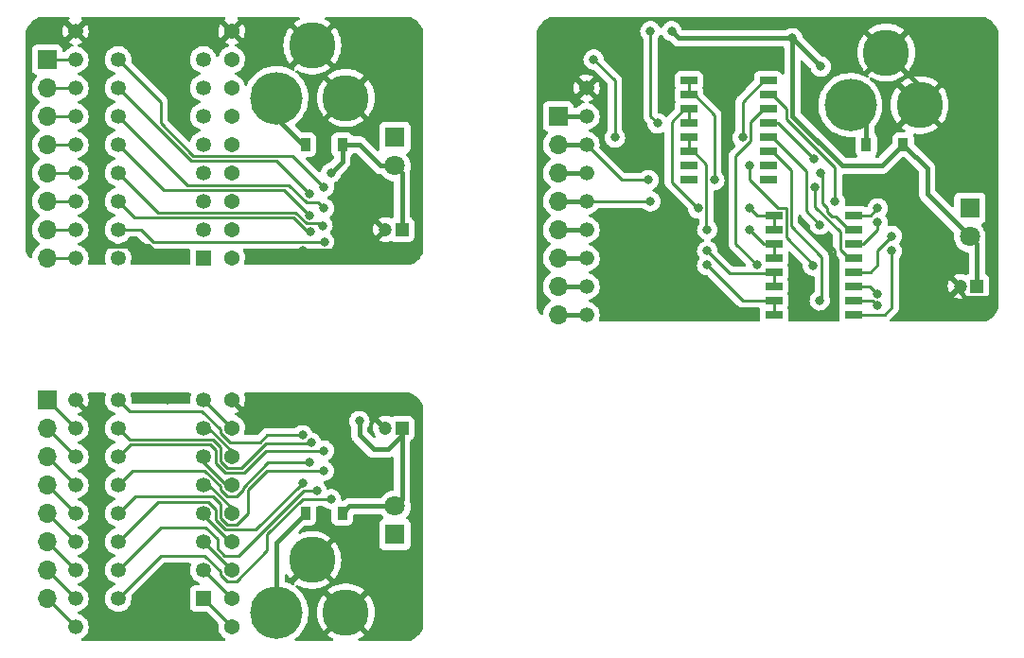
<source format=gbr>
%TF.GenerationSoftware,KiCad,Pcbnew,(6.0.5)*%
%TF.CreationDate,2022-07-03T10:32:44+02:00*%
%TF.ProjectId,Bus Tester,42757320-5465-4737-9465-722e6b696361,rev?*%
%TF.SameCoordinates,Original*%
%TF.FileFunction,Copper,L2,Bot*%
%TF.FilePolarity,Positive*%
%FSLAX46Y46*%
G04 Gerber Fmt 4.6, Leading zero omitted, Abs format (unit mm)*
G04 Created by KiCad (PCBNEW (6.0.5)) date 2022-07-03 10:32:44*
%MOMM*%
%LPD*%
G01*
G04 APERTURE LIST*
%TA.AperFunction,ComponentPad*%
%ADD10C,1.365000*%
%TD*%
%TA.AperFunction,ComponentPad*%
%ADD11C,1.340000*%
%TD*%
%TA.AperFunction,ComponentPad*%
%ADD12R,1.200000X1.200000*%
%TD*%
%TA.AperFunction,ComponentPad*%
%ADD13C,1.200000*%
%TD*%
%TA.AperFunction,ComponentPad*%
%ADD14C,4.150000*%
%TD*%
%TA.AperFunction,ComponentPad*%
%ADD15C,4.700000*%
%TD*%
%TA.AperFunction,ComponentPad*%
%ADD16R,1.350000X1.350000*%
%TD*%
%TA.AperFunction,ComponentPad*%
%ADD17C,1.350000*%
%TD*%
%TA.AperFunction,ComponentPad*%
%ADD18R,1.800000X1.800000*%
%TD*%
%TA.AperFunction,ComponentPad*%
%ADD19C,1.800000*%
%TD*%
%TA.AperFunction,SMDPad,CuDef*%
%ADD20R,0.900000X1.200000*%
%TD*%
%TA.AperFunction,ComponentPad*%
%ADD21R,1.700000X1.700000*%
%TD*%
%TA.AperFunction,ComponentPad*%
%ADD22O,1.700000X1.700000*%
%TD*%
%TA.AperFunction,SMDPad,CuDef*%
%ADD23R,1.505000X0.700000*%
%TD*%
%TA.AperFunction,ViaPad*%
%ADD24C,0.800000*%
%TD*%
%TA.AperFunction,Conductor*%
%ADD25C,0.450000*%
%TD*%
%TA.AperFunction,Conductor*%
%ADD26C,0.250000*%
%TD*%
G04 APERTURE END LIST*
D10*
%TO.P,RN4,1,PC*%
%TO.N,/Right Handed Bus LED/GND*%
X36830000Y-53340000D03*
%TO.P,RN4,2,R1*%
%TO.N,Net-(DS2-Pad8)*%
X36830000Y-55880000D03*
%TO.P,RN4,3,R2*%
%TO.N,Net-(DS2-Pad7)*%
X36830000Y-58420000D03*
%TO.P,RN4,4,R3*%
%TO.N,Net-(DS2-Pad6)*%
X36830000Y-60960000D03*
%TO.P,RN4,5,R4*%
%TO.N,Net-(DS2-Pad5)*%
X36830000Y-63500000D03*
%TO.P,RN4,6,R5*%
%TO.N,Net-(DS2-Pad4)*%
X36830000Y-66040000D03*
%TO.P,RN4,7,R6*%
%TO.N,Net-(DS2-Pad3)*%
X36830000Y-68580000D03*
%TO.P,RN4,8,R7*%
%TO.N,Net-(DS2-Pad2)*%
X36830000Y-71120000D03*
%TO.P,RN4,9,R8*%
%TO.N,Net-(DS2-Pad1)*%
X36830000Y-73660000D03*
%TD*%
%TO.P,RN2,1,PC*%
%TO.N,/Left Handed Bus LED/GND*%
X36830000Y-20320000D03*
%TO.P,RN2,2,R1*%
%TO.N,Net-(DS1-Pad8)*%
X36830000Y-22860000D03*
%TO.P,RN2,3,R2*%
%TO.N,Net-(DS1-Pad7)*%
X36830000Y-25400000D03*
%TO.P,RN2,4,R3*%
%TO.N,Net-(DS1-Pad6)*%
X36830000Y-27940000D03*
%TO.P,RN2,5,R4*%
%TO.N,Net-(DS1-Pad5)*%
X36830000Y-30480000D03*
%TO.P,RN2,6,R5*%
%TO.N,Net-(DS1-Pad4)*%
X36830000Y-33020000D03*
%TO.P,RN2,7,R6*%
%TO.N,Net-(DS1-Pad3)*%
X36830000Y-35560000D03*
%TO.P,RN2,8,R7*%
%TO.N,Net-(DS1-Pad2)*%
X36830000Y-38100000D03*
%TO.P,RN2,9,R8*%
%TO.N,Net-(DS1-Pad1)*%
X36830000Y-40640000D03*
%TD*%
D11*
%TO.P,RN1,1,PC*%
%TO.N,/Left Handed Bus LED/GND*%
X22860000Y-20320000D03*
%TO.P,RN1,2,R1*%
%TO.N,Net-(IC1-Pad2)*%
X22860000Y-22860000D03*
%TO.P,RN1,3,R2*%
%TO.N,Net-(IC1-Pad3)*%
X22860000Y-25400000D03*
%TO.P,RN1,4,R3*%
%TO.N,Net-(IC1-Pad4)*%
X22860000Y-27940000D03*
%TO.P,RN1,5,R4*%
%TO.N,Net-(IC1-Pad5)*%
X22860000Y-30480000D03*
%TO.P,RN1,6,R5*%
%TO.N,Net-(IC1-Pad6)*%
X22860000Y-33020000D03*
%TO.P,RN1,7,R6*%
%TO.N,Net-(IC1-Pad7)*%
X22860000Y-35560000D03*
%TO.P,RN1,8,R7*%
%TO.N,Net-(IC1-Pad8)*%
X22860000Y-38100000D03*
%TO.P,RN1,9,R8*%
%TO.N,Net-(IC1-Pad9)*%
X22860000Y-40640000D03*
%TD*%
%TO.P,RN7,1,PC*%
%TO.N,/Left Handed Bus 7-Segment/GND*%
X68580000Y-25400000D03*
%TO.P,RN7,2,R1*%
%TO.N,Net-(IC5-Pad5)*%
X68580000Y-27940000D03*
%TO.P,RN7,3,R2*%
%TO.N,Net-(IC5-Pad4)*%
X68580000Y-30480000D03*
%TO.P,RN7,4,R3*%
%TO.N,Net-(IC5-Pad3)*%
X68580000Y-33020000D03*
%TO.P,RN7,5,R4*%
%TO.N,Net-(IC5-Pad2)*%
X68580000Y-35560000D03*
%TO.P,RN7,6,R5*%
%TO.N,Net-(IC5-Pad6)*%
X68580000Y-38100000D03*
%TO.P,RN7,7,R6*%
%TO.N,Net-(IC5-Pad7)*%
X68580000Y-40640000D03*
%TO.P,RN7,8,R7*%
%TO.N,Net-(IC5-Pad8)*%
X68580000Y-43180000D03*
%TO.P,RN7,9,R8*%
%TO.N,Net-(IC5-Pad9)*%
X68580000Y-45720000D03*
%TD*%
%TO.P,RN3,1,PC*%
%TO.N,/Right Handed Bus LED/GND*%
X22860000Y-53340000D03*
%TO.P,RN3,2,R1*%
%TO.N,Net-(IC2-Pad2)*%
X22860000Y-55880000D03*
%TO.P,RN3,3,R2*%
%TO.N,Net-(IC2-Pad3)*%
X22860000Y-58420000D03*
%TO.P,RN3,4,R3*%
%TO.N,Net-(IC2-Pad4)*%
X22860000Y-60960000D03*
%TO.P,RN3,5,R4*%
%TO.N,Net-(IC2-Pad5)*%
X22860000Y-63500000D03*
%TO.P,RN3,6,R5*%
%TO.N,Net-(IC2-Pad6)*%
X22860000Y-66040000D03*
%TO.P,RN3,7,R6*%
%TO.N,Net-(IC2-Pad7)*%
X22860000Y-68580000D03*
%TO.P,RN3,8,R7*%
%TO.N,Net-(IC2-Pad8)*%
X22860000Y-71120000D03*
%TO.P,RN3,9,R8*%
%TO.N,Net-(IC2-Pad9)*%
X22860000Y-73660000D03*
%TD*%
D12*
%TO.P,C7,1*%
%TO.N,/Left Handed Bus 7-Segment/5V*%
X103505000Y-43180000D03*
D13*
%TO.P,C7,2*%
%TO.N,/Left Handed Bus 7-Segment/GND*%
X102005000Y-43180000D03*
%TD*%
D12*
%TO.P,C4,1*%
%TO.N,/Right Handed Bus LED/5V*%
X52070000Y-55880000D03*
D13*
%TO.P,C4,2*%
%TO.N,/Right Handed Bus LED/GND*%
X50570000Y-55880000D03*
%TD*%
D14*
%TO.P,J4,C1,GND2*%
%TO.N,/Right Handed Bus LED/GND*%
X47043200Y-72390000D03*
%TO.P,J4,B1,GND1*%
X44043200Y-67690000D03*
D15*
%TO.P,J4,A1,VCC*%
%TO.N,Net-(D4-Pad2)*%
X40843200Y-72390000D03*
%TD*%
D16*
%TO.P,DS2,1,ANODE_A*%
%TO.N,Net-(DS2-Pad1)*%
X34290000Y-71120000D03*
D17*
%TO.P,DS2,2,ANODE_B*%
%TO.N,Net-(DS2-Pad2)*%
X34290000Y-68580000D03*
%TO.P,DS2,3,ANODE_C*%
%TO.N,Net-(DS2-Pad3)*%
X34290000Y-66040000D03*
%TO.P,DS2,4,ANODE_D*%
%TO.N,Net-(DS2-Pad4)*%
X34290000Y-63500000D03*
%TO.P,DS2,5,ANODE_E*%
%TO.N,Net-(DS2-Pad5)*%
X34290000Y-60960000D03*
%TO.P,DS2,6,ANODE_F*%
%TO.N,Net-(DS2-Pad6)*%
X34290000Y-58420000D03*
%TO.P,DS2,7,ANODE_G*%
%TO.N,Net-(DS2-Pad7)*%
X34290000Y-55880000D03*
%TO.P,DS2,8,ANODE_H*%
%TO.N,Net-(DS2-Pad8)*%
X34290000Y-53340000D03*
%TO.P,DS2,9,CATHODE_H*%
%TO.N,Net-(DS2-Pad9)*%
X26670000Y-53340000D03*
%TO.P,DS2,10,CATHODE_G*%
%TO.N,Net-(DS2-Pad10)*%
X26670000Y-55880000D03*
%TO.P,DS2,11,CATHODE_F*%
%TO.N,Net-(DS2-Pad11)*%
X26670000Y-58420000D03*
%TO.P,DS2,12,CATHODE_E*%
%TO.N,Net-(DS2-Pad12)*%
X26670000Y-60960000D03*
%TO.P,DS2,13,CATHODE_D*%
%TO.N,Net-(DS2-Pad13)*%
X26670000Y-63500000D03*
%TO.P,DS2,14,CATHODE_C*%
%TO.N,Net-(DS2-Pad14)*%
X26670000Y-66040000D03*
%TO.P,DS2,15,CATHODE_B*%
%TO.N,Net-(DS2-Pad15)*%
X26670000Y-68580000D03*
%TO.P,DS2,16,CATHODE_A*%
%TO.N,Net-(DS2-Pad16)*%
X26670000Y-71120000D03*
%TD*%
D15*
%TO.P,J5,A1,VCC*%
%TO.N,Net-(D6-Pad2)*%
X92186000Y-26931500D03*
D14*
%TO.P,J5,B1,GND1*%
%TO.N,/Left Handed Bus 7-Segment/GND*%
X95386000Y-22231500D03*
%TO.P,J5,C1,GND2*%
X98386000Y-26931500D03*
%TD*%
D18*
%TO.P,D3,1,K*%
%TO.N,Net-(D3-Pad1)*%
X51435000Y-65405000D03*
D19*
%TO.P,D3,2,A*%
%TO.N,/Right Handed Bus LED/5V*%
X51435000Y-62865000D03*
%TD*%
D16*
%TO.P,DS1,1,ANODE_A*%
%TO.N,Net-(DS1-Pad1)*%
X34288000Y-40640000D03*
D17*
%TO.P,DS1,2,ANODE_B*%
%TO.N,Net-(DS1-Pad2)*%
X34288000Y-38100000D03*
%TO.P,DS1,3,ANODE_C*%
%TO.N,Net-(DS1-Pad3)*%
X34288000Y-35560000D03*
%TO.P,DS1,4,ANODE_D*%
%TO.N,Net-(DS1-Pad4)*%
X34288000Y-33020000D03*
%TO.P,DS1,5,ANODE_E*%
%TO.N,Net-(DS1-Pad5)*%
X34288000Y-30480000D03*
%TO.P,DS1,6,ANODE_F*%
%TO.N,Net-(DS1-Pad6)*%
X34288000Y-27940000D03*
%TO.P,DS1,7,ANODE_G*%
%TO.N,Net-(DS1-Pad7)*%
X34288000Y-25400000D03*
%TO.P,DS1,8,ANODE_H*%
%TO.N,Net-(DS1-Pad8)*%
X34288000Y-22860000D03*
%TO.P,DS1,9,CATHODE_H*%
%TO.N,Net-(DS1-Pad9)*%
X26668000Y-22860000D03*
%TO.P,DS1,10,CATHODE_G*%
%TO.N,Net-(DS1-Pad10)*%
X26668000Y-25400000D03*
%TO.P,DS1,11,CATHODE_F*%
%TO.N,Net-(DS1-Pad11)*%
X26668000Y-27940000D03*
%TO.P,DS1,12,CATHODE_E*%
%TO.N,Net-(DS1-Pad12)*%
X26668000Y-30480000D03*
%TO.P,DS1,13,CATHODE_D*%
%TO.N,Net-(DS1-Pad13)*%
X26668000Y-33020000D03*
%TO.P,DS1,14,CATHODE_C*%
%TO.N,Net-(DS1-Pad14)*%
X26668000Y-35560000D03*
%TO.P,DS1,15,CATHODE_B*%
%TO.N,Net-(DS1-Pad15)*%
X26668000Y-38100000D03*
%TO.P,DS1,16,CATHODE_A*%
%TO.N,Net-(DS1-Pad16)*%
X26668000Y-40640000D03*
%TD*%
D13*
%TO.P,C2,2*%
%TO.N,/Left Handed Bus LED/GND*%
X50570000Y-38100000D03*
D12*
%TO.P,C2,1*%
%TO.N,/Left Handed Bus LED/5V*%
X52070000Y-38100000D03*
%TD*%
D15*
%TO.P,J2,A1,VCC*%
%TO.N,Net-(D2-Pad2)*%
X40843200Y-26296500D03*
D14*
%TO.P,J2,B1,GND1*%
%TO.N,/Left Handed Bus LED/GND*%
X44043200Y-21596500D03*
%TO.P,J2,C1,GND2*%
X47043200Y-26296500D03*
%TD*%
D19*
%TO.P,D1,2,A*%
%TO.N,/Left Handed Bus LED/5V*%
X51435000Y-32385000D03*
D18*
%TO.P,D1,1,K*%
%TO.N,Net-(D1-Pad1)*%
X51435000Y-29845000D03*
%TD*%
%TO.P,D5,1,K*%
%TO.N,Net-(D5-Pad1)*%
X102870000Y-36190000D03*
D19*
%TO.P,D5,2,A*%
%TO.N,/Left Handed Bus 7-Segment/5V*%
X102870000Y-38730000D03*
%TD*%
D20*
%TO.P,D6,1*%
%TO.N,/Left Handed Bus 7-Segment/5V*%
X96900000Y-30480000D03*
%TO.P,D6,2*%
%TO.N,Net-(D6-Pad2)*%
X93600000Y-30480000D03*
%TD*%
%TO.P,D2,1*%
%TO.N,/Left Handed Bus LED/5V*%
X46735000Y-30480000D03*
%TO.P,D2,2*%
%TO.N,Net-(D2-Pad2)*%
X43435000Y-30480000D03*
%TD*%
D21*
%TO.P,J1,1,Pin_1*%
%TO.N,Net-(IC1-Pad2)*%
X20320000Y-22860000D03*
D22*
%TO.P,J1,2,Pin_2*%
%TO.N,Net-(IC1-Pad3)*%
X20320000Y-25400000D03*
%TO.P,J1,3,Pin_3*%
%TO.N,Net-(IC1-Pad4)*%
X20320000Y-27940000D03*
%TO.P,J1,4,Pin_4*%
%TO.N,Net-(IC1-Pad5)*%
X20320000Y-30480000D03*
%TO.P,J1,5,Pin_5*%
%TO.N,Net-(IC1-Pad6)*%
X20320000Y-33020000D03*
%TO.P,J1,6,Pin_6*%
%TO.N,Net-(IC1-Pad7)*%
X20320000Y-35560000D03*
%TO.P,J1,7,Pin_7*%
%TO.N,Net-(IC1-Pad8)*%
X20320000Y-38100000D03*
%TO.P,J1,8,Pin_8*%
%TO.N,Net-(IC1-Pad9)*%
X20320000Y-40640000D03*
%TD*%
D23*
%TO.P,RN6,1,1*%
%TO.N,Net-(DS3-Pad15)*%
X92448000Y-36830000D03*
%TO.P,RN6,2,2*%
%TO.N,Net-(DS3-Pad20)*%
X92448000Y-38100000D03*
%TO.P,RN6,3,3*%
%TO.N,Net-(DS3-Pad14)*%
X92448000Y-39370000D03*
%TO.P,RN6,4,4*%
%TO.N,Net-(DS3-Pad19)*%
X92448000Y-40640000D03*
%TO.P,RN6,5,5*%
%TO.N,Net-(DS3-Pad17)*%
X92448000Y-41910000D03*
%TO.P,RN6,6,6*%
%TO.N,Net-(DS3-Pad12)*%
X92448000Y-43180000D03*
%TO.P,RN6,7,7*%
%TO.N,Net-(DS3-Pad11)*%
X92448000Y-44450000D03*
%TO.P,RN6,8,8*%
%TO.N,Net-(DS3-Pad16)*%
X92448000Y-45720000D03*
%TO.P,RN6,9,9*%
%TO.N,/Left Handed Bus 7-Segment/B Seg*%
X85352000Y-45720000D03*
%TO.P,RN6,10,10*%
X85352000Y-44450000D03*
%TO.P,RN6,11,11*%
%TO.N,/Left Handed Bus 7-Segment/A Seg*%
X85352000Y-43180000D03*
%TO.P,RN6,12,12*%
X85352000Y-41910000D03*
%TO.P,RN6,13,13*%
%TO.N,/Left Handed Bus 7-Segment/F Seg*%
X85352000Y-40640000D03*
%TO.P,RN6,14,14*%
X85352000Y-39370000D03*
%TO.P,RN6,15,15*%
%TO.N,/Left Handed Bus 7-Segment/G Seg*%
X85352000Y-38100000D03*
%TO.P,RN6,16,16*%
X85352000Y-36830000D03*
%TD*%
%TO.P,RN5,1,1*%
%TO.N,unconnected-(RN5-Pad1)*%
X77732000Y-33655000D03*
%TO.P,RN5,2,2*%
%TO.N,unconnected-(RN5-Pad2)*%
X77732000Y-32385000D03*
%TO.P,RN5,3,3*%
%TO.N,/Left Handed Bus 7-Segment/C Seg*%
X77732000Y-31115000D03*
%TO.P,RN5,4,4*%
X77732000Y-29845000D03*
%TO.P,RN5,5,5*%
%TO.N,/Left Handed Bus 7-Segment/D Seg*%
X77732000Y-28575000D03*
%TO.P,RN5,6,6*%
X77732000Y-27305000D03*
%TO.P,RN5,7,7*%
%TO.N,/Left Handed Bus 7-Segment/E Seg*%
X77732000Y-26035000D03*
%TO.P,RN5,8,8*%
X77732000Y-24765000D03*
%TO.P,RN5,9,9*%
%TO.N,Net-(DS3-Pad1)*%
X84828000Y-24765000D03*
%TO.P,RN5,10,10*%
%TO.N,Net-(DS3-Pad6)*%
X84828000Y-26035000D03*
%TO.P,RN5,11,11*%
%TO.N,Net-(DS3-Pad7)*%
X84828000Y-27305000D03*
%TO.P,RN5,12,12*%
%TO.N,Net-(DS3-Pad2)*%
X84828000Y-28575000D03*
%TO.P,RN5,13,13*%
%TO.N,Net-(DS3-Pad4)*%
X84828000Y-29845000D03*
%TO.P,RN5,14,14*%
%TO.N,Net-(DS3-Pad9)*%
X84828000Y-31115000D03*
%TO.P,RN5,15,15*%
%TO.N,unconnected-(RN5-Pad15)*%
X84828000Y-32385000D03*
%TO.P,RN5,16,16*%
%TO.N,unconnected-(RN5-Pad16)*%
X84828000Y-33655000D03*
%TD*%
D20*
%TO.P,D4,1*%
%TO.N,/Right Handed Bus LED/5V*%
X46735000Y-63500000D03*
%TO.P,D4,2*%
%TO.N,Net-(D4-Pad2)*%
X43435000Y-63500000D03*
%TD*%
D21*
%TO.P,J6,1,Pin_1*%
%TO.N,Net-(IC5-Pad5)*%
X66040000Y-27940000D03*
D22*
%TO.P,J6,2,Pin_2*%
%TO.N,Net-(IC5-Pad4)*%
X66040000Y-30480000D03*
%TO.P,J6,3,Pin_3*%
%TO.N,Net-(IC5-Pad3)*%
X66040000Y-33020000D03*
%TO.P,J6,4,Pin_4*%
%TO.N,Net-(IC5-Pad2)*%
X66040000Y-35560000D03*
%TO.P,J6,5,Pin_5*%
%TO.N,Net-(IC5-Pad6)*%
X66040000Y-38100000D03*
%TO.P,J6,6,Pin_6*%
%TO.N,Net-(IC5-Pad7)*%
X66040000Y-40640000D03*
%TO.P,J6,7,Pin_7*%
%TO.N,Net-(IC5-Pad8)*%
X66040000Y-43180000D03*
%TO.P,J6,8,Pin_8*%
%TO.N,Net-(IC5-Pad9)*%
X66040000Y-45720000D03*
%TD*%
D21*
%TO.P,J3,1,Pin_1*%
%TO.N,Net-(IC2-Pad2)*%
X20320000Y-53340000D03*
D22*
%TO.P,J3,2,Pin_2*%
%TO.N,Net-(IC2-Pad3)*%
X20320000Y-55880000D03*
%TO.P,J3,3,Pin_3*%
%TO.N,Net-(IC2-Pad4)*%
X20320000Y-58420000D03*
%TO.P,J3,4,Pin_4*%
%TO.N,Net-(IC2-Pad5)*%
X20320000Y-60960000D03*
%TO.P,J3,5,Pin_5*%
%TO.N,Net-(IC2-Pad6)*%
X20320000Y-63500000D03*
%TO.P,J3,6,Pin_6*%
%TO.N,Net-(IC2-Pad7)*%
X20320000Y-66040000D03*
%TO.P,J3,7,Pin_7*%
%TO.N,Net-(IC2-Pad8)*%
X20320000Y-68580000D03*
%TO.P,J3,8,Pin_8*%
%TO.N,Net-(IC2-Pad9)*%
X20320000Y-71120000D03*
%TD*%
D24*
%TO.N,/Left Handed Bus LED/5V*%
X45720000Y-33020000D03*
%TO.N,Net-(DS1-Pad13)*%
X44957871Y-37731499D03*
%TO.N,Net-(DS1-Pad14)*%
X43864118Y-38279001D03*
%TO.N,Net-(DS1-Pad15)*%
X45110473Y-39180500D03*
%TO.N,Net-(DS1-Pad9)*%
X45085000Y-34290000D03*
%TO.N,Net-(DS1-Pad10)*%
X43815000Y-34925000D03*
%TO.N,Net-(DS1-Pad11)*%
X45085000Y-36195000D03*
%TO.N,Net-(DS1-Pad12)*%
X43815000Y-36830000D03*
%TO.N,/Left Handed Bus 7-Segment/Cathode Right*%
X83185000Y-32385000D03*
X88828073Y-41319159D03*
%TO.N,/Right Handed Bus LED/5V*%
X48260000Y-55245000D03*
%TO.N,Net-(DS2-Pad9)*%
X43180000Y-56515000D03*
%TO.N,Net-(DS2-Pad10)*%
X43938162Y-57166303D03*
%TO.N,Net-(DS2-Pad11)*%
X45085000Y-57890803D03*
%TO.N,Net-(DS2-Pad12)*%
X43815000Y-58965500D03*
%TO.N,Net-(DS2-Pad13)*%
X45085000Y-59690000D03*
%TO.N,Net-(DS2-Pad14)*%
X43179914Y-60753363D03*
%TO.N,Net-(DS2-Pad15)*%
X44439981Y-61466485D03*
%TO.N,Net-(DS2-Pad16)*%
X45720002Y-62230000D03*
%TO.N,/Left Handed Bus LED/GND*%
X43180000Y-40005000D03*
X30480000Y-40640000D03*
%TO.N,/Right Handed Bus LED/GND*%
X31115000Y-53340000D03*
X30480000Y-69215000D03*
%TO.N,/Left Handed Bus 7-Segment/5V*%
X86995000Y-20955000D03*
X89535000Y-23495000D03*
X76200000Y-20320000D03*
%TO.N,/Left Handed Bus 7-Segment/GND*%
X90170000Y-39370000D03*
X79320500Y-22225000D03*
X80010000Y-24130000D03*
X89535000Y-45720000D03*
%TO.N,Net-(IC3-Pad3)*%
X74930000Y-28575000D03*
X74295000Y-20320000D03*
%TO.N,/Left Handed Bus 7-Segment/Clock*%
X71120000Y-29845000D03*
X69215000Y-22860000D03*
%TO.N,Net-(IC5-Pad2)*%
X74295000Y-35560000D03*
%TO.N,Net-(IC5-Pad4)*%
X74116000Y-33655000D03*
%TO.N,/Left Handed Bus 7-Segment/B Seg*%
X79375000Y-41275000D03*
%TO.N,/Left Handed Bus 7-Segment/A Seg*%
X79375000Y-40005000D03*
%TO.N,/Left Handed Bus 7-Segment/C Seg*%
X79375000Y-38100000D03*
%TO.N,/Left Handed Bus 7-Segment/F Seg*%
X83185000Y-38100002D03*
%TO.N,/Left Handed Bus 7-Segment/D Seg*%
X78560999Y-36195000D03*
%TO.N,/Left Handed Bus 7-Segment/G Seg*%
X83185000Y-36195000D03*
%TO.N,/Left Handed Bus 7-Segment/E Seg*%
X80010000Y-33655000D03*
%TO.N,Net-(DS3-Pad16)*%
X95885000Y-40005001D03*
%TO.N,Net-(DS3-Pad17)*%
X95892401Y-38665668D03*
%TO.N,Net-(DS3-Pad19)*%
X88989500Y-34290000D03*
%TO.N,Net-(DS3-Pad20)*%
X89535000Y-33020000D03*
%TO.N,Net-(DS3-Pad11)*%
X94602452Y-44916551D03*
%TO.N,Net-(DS3-Pad12)*%
X94615000Y-43904500D03*
%TO.N,Net-(DS3-Pad14)*%
X94615000Y-37465000D03*
%TO.N,Net-(DS3-Pad9)*%
X89445500Y-44450000D03*
%TO.N,Net-(DS3-Pad15)*%
X94615000Y-36195000D03*
%TO.N,Net-(DS3-Pad1)*%
X82550000Y-29845000D03*
%TO.N,Net-(DS3-Pad2)*%
X88900000Y-31750000D03*
%TO.N,Net-(DS3-Pad4)*%
X89458812Y-37646818D03*
%TO.N,Net-(DS3-Pad6)*%
X90805000Y-35560000D03*
%TO.N,Net-(DS3-Pad7)*%
X83820000Y-41275000D03*
%TD*%
D25*
%TO.N,/Left Handed Bus LED/5V*%
X52070000Y-33020000D02*
X52070000Y-38100000D01*
X46735000Y-30480000D02*
X46735000Y-32005000D01*
X46735000Y-32005000D02*
X45720000Y-33020000D01*
X48260000Y-30480000D02*
X50165000Y-32385000D01*
X50165000Y-32385000D02*
X51435000Y-32385000D01*
X51435000Y-32385000D02*
X52070000Y-33020000D01*
X46735000Y-30480000D02*
X48260000Y-30480000D01*
%TO.N,Net-(D2-Pad2)*%
X43180000Y-30480000D02*
X43435000Y-30480000D01*
X40640000Y-27940000D02*
X43180000Y-30480000D01*
D26*
%TO.N,Net-(DS1-Pad13)*%
X30215011Y-36567011D02*
X42527411Y-36567011D01*
X42527411Y-36567011D02*
X43514901Y-37554501D01*
X43514901Y-37554501D02*
X44780873Y-37554501D01*
X26668000Y-33020000D02*
X30215011Y-36567011D01*
X44780873Y-37554501D02*
X44957871Y-37731499D01*
%TO.N,Net-(DS1-Pad14)*%
X28124521Y-37016521D02*
X42341217Y-37016521D01*
X43603697Y-38279001D02*
X43864118Y-38279001D01*
X26668000Y-35560000D02*
X28124521Y-37016521D01*
X42341217Y-37016521D02*
X43603697Y-38279001D01*
%TO.N,Net-(DS1-Pad15)*%
X26668000Y-38100000D02*
X28717125Y-38100000D01*
X28717125Y-38100000D02*
X29797625Y-39180500D01*
X29797625Y-39180500D02*
X45110473Y-39180500D01*
%TO.N,Net-(DS1-Pad9)*%
X33392715Y-31487011D02*
X30480000Y-28574296D01*
X30480000Y-26672000D02*
X26668000Y-22860000D01*
X42282011Y-31487011D02*
X33392715Y-31487011D01*
X30480000Y-28574296D02*
X30480000Y-26672000D01*
X45085000Y-34290000D02*
X42282011Y-31487011D01*
%TO.N,Net-(DS1-Pad10)*%
X26670000Y-25400000D02*
X33206522Y-31936522D01*
X33206522Y-31936522D02*
X40826522Y-31936522D01*
X40826522Y-31936522D02*
X43815000Y-34925000D01*
%TO.N,Net-(DS1-Pad11)*%
X44539501Y-35649501D02*
X45085000Y-36195000D01*
X32831478Y-34103478D02*
X41968878Y-34103478D01*
X26668000Y-27940000D02*
X32831478Y-34103478D01*
X43514901Y-35649501D02*
X44539501Y-35649501D01*
X41968878Y-34103478D02*
X43514901Y-35649501D01*
%TO.N,Net-(DS1-Pad12)*%
X41537989Y-34552989D02*
X43815000Y-36830000D01*
X30740989Y-34552989D02*
X41537989Y-34552989D01*
X26668000Y-30480000D02*
X30740989Y-34552989D01*
%TO.N,/Left Handed Bus 7-Segment/Cathode Right*%
X86429011Y-38804011D02*
X88828073Y-41203073D01*
X83185000Y-32385000D02*
X83185000Y-33655000D01*
X85685489Y-36155489D02*
X86429011Y-36155489D01*
X86429011Y-36155489D02*
X86429011Y-38804011D01*
X83185000Y-33655000D02*
X85685489Y-36155489D01*
X88828073Y-41203073D02*
X88828073Y-41319159D01*
D25*
%TO.N,/Right Handed Bus LED/5V*%
X47370000Y-62865000D02*
X51435000Y-62865000D01*
X48260000Y-55245000D02*
X48260000Y-56515000D01*
X49530000Y-57785000D02*
X50800000Y-57785000D01*
X48260000Y-56515000D02*
X49530000Y-57785000D01*
X52070000Y-62230000D02*
X52070000Y-55880000D01*
X46735000Y-63500000D02*
X47370000Y-62865000D01*
X52070000Y-56515000D02*
X52070000Y-55880000D01*
X51435000Y-62865000D02*
X52070000Y-62230000D01*
X50800000Y-57785000D02*
X52070000Y-56515000D01*
%TO.N,Net-(D4-Pad2)*%
X40843200Y-66091800D02*
X43435000Y-63500000D01*
X40843200Y-72390000D02*
X40843200Y-66091800D01*
D26*
%TO.N,Net-(DS2-Pad1)*%
X34290000Y-71120000D02*
X36830000Y-73660000D01*
%TO.N,Net-(DS2-Pad2)*%
X34290000Y-68580000D02*
X36830000Y-71120000D01*
%TO.N,Net-(DS2-Pad3)*%
X34290000Y-66040000D02*
X36830000Y-68580000D01*
%TO.N,Net-(DS2-Pad4)*%
X34290000Y-63655538D02*
X36674462Y-66040000D01*
%TO.N,Net-(DS2-Pad5)*%
X34770166Y-60960000D02*
X36830000Y-63019834D01*
%TO.N,Net-(DS2-Pad6)*%
X34290000Y-58910773D02*
X36339227Y-60960000D01*
%TO.N,Net-(DS2-Pad7)*%
X34770166Y-55880000D02*
X36830000Y-57939834D01*
%TO.N,Net-(DS2-Pad8)*%
X34290000Y-53340000D02*
X36830000Y-55880000D01*
%TO.N,Net-(DS2-Pad9)*%
X36675870Y-57150000D02*
X39368592Y-57150000D01*
X39368592Y-57150000D02*
X40003592Y-56515000D01*
X40003592Y-56515000D02*
X43180000Y-56515000D01*
X27669511Y-54339511D02*
X34163034Y-54339511D01*
X35822989Y-55999466D02*
X35822989Y-56297119D01*
X34163034Y-54339511D02*
X35822989Y-55999466D01*
X35822989Y-56297119D02*
X36675870Y-57150000D01*
X26670000Y-53340000D02*
X27669511Y-54339511D01*
%TO.N,Net-(DS2-Pad10)*%
X35822989Y-58837119D02*
X36412881Y-59427011D01*
X43864964Y-57239501D02*
X43938162Y-57166303D01*
X37727285Y-59427011D02*
X39914795Y-57239501D01*
X35133959Y-56879511D02*
X35822989Y-57568541D01*
X39914795Y-57239501D02*
X43864964Y-57239501D01*
X36412881Y-59427011D02*
X37727285Y-59427011D01*
X26670000Y-55880000D02*
X27669510Y-56879510D01*
X35822989Y-57568541D02*
X35822989Y-58837119D01*
X27669510Y-56879510D02*
X35133959Y-56879511D01*
%TO.N,Net-(DS2-Pad11)*%
X27760979Y-57329021D02*
X34885811Y-57329021D01*
X35373478Y-57816688D02*
X35373478Y-59023312D01*
X34885811Y-57329021D02*
X35373478Y-57816688D01*
X39899197Y-57890803D02*
X45085000Y-57890803D01*
X37913478Y-59876522D02*
X39899197Y-57890803D01*
X36226688Y-59876522D02*
X37913478Y-59876522D01*
X26670000Y-58420000D02*
X27760979Y-57329021D01*
X35373478Y-59023312D02*
X36226688Y-59876522D01*
%TO.N,Net-(DS2-Pad12)*%
X34433523Y-59690000D02*
X35822989Y-61079466D01*
X35822989Y-61079466D02*
X35822989Y-61377119D01*
X35822989Y-61377119D02*
X36412881Y-61967011D01*
X37837011Y-61377119D02*
X37837011Y-61222285D01*
X36412881Y-61967011D02*
X37247119Y-61967011D01*
X37837011Y-61222285D02*
X40093796Y-58965500D01*
X26670000Y-60960000D02*
X27940000Y-59690000D01*
X27940000Y-59690000D02*
X34433523Y-59690000D01*
X40093796Y-58965500D02*
X43815000Y-58965500D01*
X37247119Y-61967011D02*
X37837011Y-61377119D01*
%TO.N,Net-(DS2-Pad13)*%
X35822989Y-63917119D02*
X36412881Y-64507011D01*
X40005000Y-59690000D02*
X45085000Y-59690000D01*
X38286521Y-63467609D02*
X38286521Y-61408479D01*
X26670000Y-63500000D02*
X28210489Y-61959511D01*
X36412881Y-64507011D02*
X37247119Y-64507011D01*
X35133959Y-61959511D02*
X35822989Y-62648541D01*
X28210489Y-61959511D02*
X35133959Y-61959511D01*
X38286521Y-61408479D02*
X40005000Y-59690000D01*
X37247119Y-64507011D02*
X38286521Y-63467609D01*
X35822989Y-62648541D02*
X35822989Y-63917119D01*
%TO.N,Net-(DS2-Pad14)*%
X26670000Y-66040000D02*
X30209511Y-62500489D01*
X35373479Y-63169956D02*
X35373479Y-64103313D01*
X34704012Y-62500489D02*
X35373479Y-63169956D01*
X35373479Y-64103313D02*
X36226688Y-64956522D01*
X30209511Y-62500489D02*
X34704012Y-62500489D01*
X38976755Y-64956522D02*
X43179914Y-60753363D01*
X36226688Y-64956522D02*
X38976755Y-64956522D01*
%TO.N,Net-(DS2-Pad15)*%
X35560000Y-65824231D02*
X35560000Y-66674296D01*
X30480000Y-64770000D02*
X34505769Y-64770000D01*
X34505769Y-64770000D02*
X35560000Y-65824231D01*
X37464296Y-67310000D02*
X43307811Y-61466485D01*
X36195704Y-67310000D02*
X37464296Y-67310000D01*
X26670000Y-68580000D02*
X30480000Y-64770000D01*
X35560000Y-66674296D02*
X36195704Y-67310000D01*
X43307811Y-61466485D02*
X44439981Y-61466485D01*
%TO.N,Net-(DS2-Pad16)*%
X35822989Y-68699466D02*
X35822989Y-68997119D01*
X30480000Y-67310000D02*
X34433523Y-67310000D01*
X43180000Y-62230000D02*
X45720002Y-62230000D01*
X36412881Y-69587011D02*
X37247119Y-69587011D01*
X34433523Y-67310000D02*
X35822989Y-68699466D01*
X40005000Y-65405000D02*
X43180000Y-62230000D01*
X37247119Y-69587011D02*
X40005000Y-66829130D01*
X35822989Y-68997119D02*
X36412881Y-69587011D01*
X40005000Y-66829130D02*
X40005000Y-65405000D01*
X26670000Y-71120000D02*
X30480000Y-67310000D01*
D25*
%TO.N,/Left Handed Bus LED/GND*%
X24765000Y-22225000D02*
X24765000Y-38735000D01*
X25570489Y-39540489D02*
X29380489Y-39540489D01*
X29380489Y-39540489D02*
X30480000Y-40640000D01*
X22860000Y-20320000D02*
X24765000Y-22225000D01*
X43180000Y-40005000D02*
X48665000Y-40005000D01*
X48665000Y-40005000D02*
X50570000Y-38100000D01*
X24765000Y-38735000D02*
X25570489Y-39540489D01*
%TO.N,/Right Handed Bus LED/GND*%
X30480000Y-69215000D02*
X30480000Y-71755000D01*
X30480000Y-71755000D02*
X29210000Y-73025000D01*
X24765000Y-73025000D02*
X24765000Y-54610000D01*
X29210000Y-73025000D02*
X24765000Y-73025000D01*
X24765000Y-54610000D02*
X24130000Y-54610000D01*
X24130000Y-54610000D02*
X22860000Y-53340000D01*
%TO.N,/Left Handed Bus 7-Segment/5V*%
X86995000Y-20955000D02*
X76835000Y-20955000D01*
X86995000Y-27940000D02*
X91440000Y-32385000D01*
X89535000Y-23495000D02*
X86995000Y-20955000D01*
X94995000Y-32385000D02*
X96900000Y-30480000D01*
X86995000Y-20955000D02*
X86995000Y-27940000D01*
X102870000Y-38735000D02*
X103505000Y-39370000D01*
X76835000Y-20955000D02*
X76200000Y-20320000D01*
X99060000Y-32640000D02*
X99060000Y-34920000D01*
X99060000Y-34920000D02*
X102870000Y-38730000D01*
X103505000Y-39370000D02*
X103505000Y-43180000D01*
X91440000Y-32385000D02*
X94995000Y-32385000D01*
X96900000Y-30480000D02*
X99060000Y-32640000D01*
%TO.N,/Left Handed Bus 7-Segment/GND*%
X95386000Y-22231500D02*
X98386000Y-25231500D01*
X98386000Y-26931500D02*
X104775000Y-33320500D01*
D26*
X89535000Y-45720000D02*
X90805000Y-44450000D01*
D25*
X102480489Y-44204511D02*
X102005000Y-43729022D01*
X104529511Y-44204511D02*
X102480489Y-44204511D01*
X102005000Y-43729022D02*
X102005000Y-43180000D01*
D26*
X90805000Y-44450000D02*
X90805000Y-40005000D01*
D25*
X80010000Y-22914500D02*
X79320500Y-22225000D01*
D26*
X90805000Y-40005000D02*
X90170000Y-39370000D01*
D25*
X104775000Y-33320500D02*
X104775000Y-43959022D01*
X80010000Y-24130000D02*
X80010000Y-22914500D01*
X104775000Y-43959022D02*
X104529511Y-44204511D01*
%TO.N,Net-(D6-Pad2)*%
X93600000Y-30480000D02*
X93600000Y-28345500D01*
D26*
%TO.N,Net-(IC3-Pad3)*%
X74295000Y-27940000D02*
X74930000Y-28575000D01*
X74295000Y-20320000D02*
X74295000Y-27940000D01*
%TO.N,/Left Handed Bus 7-Segment/Clock*%
X71120000Y-29845000D02*
X71120000Y-24765000D01*
X71120000Y-24765000D02*
X69215000Y-22860000D01*
%TO.N,Net-(IC5-Pad2)*%
X68580000Y-35560000D02*
X74295000Y-35560000D01*
D25*
X68580000Y-35560000D02*
X66040000Y-35560000D01*
%TO.N,Net-(IC5-Pad3)*%
X66040000Y-33020000D02*
X68580000Y-33020000D01*
D26*
%TO.N,Net-(IC5-Pad4)*%
X68580000Y-30480000D02*
X71755000Y-33655000D01*
X71755000Y-33655000D02*
X74116000Y-33655000D01*
D25*
X68580000Y-30480000D02*
X66040000Y-30480000D01*
%TO.N,Net-(IC5-Pad5)*%
X66040000Y-27940000D02*
X68580000Y-27940000D01*
%TO.N,Net-(IC5-Pad6)*%
X66040000Y-38100000D02*
X68580000Y-38100000D01*
%TO.N,Net-(IC5-Pad7)*%
X68580000Y-40640000D02*
X66040000Y-40640000D01*
%TO.N,Net-(IC5-Pad8)*%
X66040000Y-43180000D02*
X68580000Y-43180000D01*
D26*
%TO.N,/Left Handed Bus 7-Segment/B Seg*%
X79375000Y-41275000D02*
X82550000Y-44450000D01*
X82550000Y-44450000D02*
X85352000Y-44450000D01*
X85352000Y-44450000D02*
X85352000Y-45720000D01*
%TO.N,/Left Handed Bus 7-Segment/A Seg*%
X85352000Y-43180000D02*
X85352000Y-41910000D01*
X85262499Y-41999501D02*
X81369501Y-41999501D01*
X81369501Y-41999501D02*
X79375000Y-40005000D01*
%TO.N,/Left Handed Bus 7-Segment/C Seg*%
X79285499Y-32265999D02*
X78134500Y-31115000D01*
X77732000Y-31115000D02*
X77732000Y-29845000D01*
X79285499Y-38010499D02*
X79285499Y-32265999D01*
X79375000Y-38100000D02*
X79285499Y-38010499D01*
%TO.N,/Left Handed Bus 7-Segment/F Seg*%
X85352000Y-40640000D02*
X85352000Y-39370000D01*
X85352000Y-39370000D02*
X84455000Y-39370000D01*
X84455000Y-39370000D02*
X83185000Y-38100002D01*
%TO.N,/Left Handed Bus 7-Segment/D Seg*%
X77732000Y-28575000D02*
X77732000Y-27305000D01*
X76200000Y-28434500D02*
X76200000Y-33874522D01*
X78520478Y-36195000D02*
X78560999Y-36195000D01*
X77329500Y-27305000D02*
X76200000Y-28434500D01*
X76200000Y-33874522D02*
X78520478Y-36195000D01*
%TO.N,/Left Handed Bus 7-Segment/G Seg*%
X83820000Y-36830000D02*
X83185000Y-36195000D01*
X85352000Y-36830000D02*
X83820000Y-36830000D01*
X85352000Y-38100000D02*
X85352000Y-36830000D01*
%TO.N,/Left Handed Bus 7-Segment/E Seg*%
X80010000Y-27831478D02*
X80010000Y-33655000D01*
X77732000Y-24765000D02*
X77732000Y-26035000D01*
X78213522Y-26035000D02*
X80010000Y-27831478D01*
D25*
%TO.N,Net-(IC5-Pad9)*%
X66040000Y-45720000D02*
X68580000Y-45720000D01*
D26*
%TO.N,Net-(DS3-Pad16)*%
X95885000Y-45085000D02*
X95885000Y-40005001D01*
X95250000Y-45720000D02*
X95885000Y-45085000D01*
X92448000Y-45720000D02*
X95250000Y-45720000D01*
%TO.N,Net-(DS3-Pad17)*%
X94615000Y-41275000D02*
X94615000Y-39943069D01*
X94615000Y-39943069D02*
X95892401Y-38665668D01*
X93980000Y-41910000D02*
X94615000Y-41275000D01*
X92448000Y-41910000D02*
X93980000Y-41910000D01*
%TO.N,Net-(DS3-Pad19)*%
X92045500Y-40640000D02*
X91254511Y-39849011D01*
X91254511Y-39849011D02*
X91254511Y-38304815D01*
X88989500Y-36039804D02*
X88989500Y-34290000D01*
X91254511Y-38304815D02*
X88989500Y-36039804D01*
%TO.N,Net-(DS3-Pad20)*%
X89714001Y-33199001D02*
X89535000Y-33020000D01*
X90865001Y-36919501D02*
X90504901Y-36919501D01*
X90504901Y-36919501D02*
X90080499Y-36495099D01*
X90080499Y-36134999D02*
X89714001Y-35768501D01*
X89714001Y-35768501D02*
X89714001Y-33199001D01*
X92045500Y-38100000D02*
X90865001Y-36919501D01*
X90080499Y-36495099D02*
X90080499Y-36134999D01*
%TO.N,Net-(DS3-Pad11)*%
X94135901Y-44450000D02*
X92448000Y-44450000D01*
X94135901Y-44450000D02*
X94602452Y-44916551D01*
%TO.N,Net-(DS3-Pad12)*%
X92448000Y-43180000D02*
X93890500Y-43180000D01*
X93890500Y-43180000D02*
X94615000Y-43904500D01*
%TO.N,Net-(DS3-Pad14)*%
X94615000Y-38100000D02*
X94615000Y-37465000D01*
X92448000Y-39370000D02*
X93345000Y-39370000D01*
X93345000Y-39370000D02*
X94615000Y-38100000D01*
%TO.N,Net-(DS3-Pad9)*%
X86878522Y-32763022D02*
X86878522Y-37772924D01*
X85230500Y-31115000D02*
X86878522Y-32763022D01*
X89624501Y-44270999D02*
X89445500Y-44450000D01*
X86878522Y-37772924D02*
X89624501Y-40518903D01*
X89624501Y-40518903D02*
X89624501Y-44270999D01*
%TO.N,Net-(DS3-Pad15)*%
X92448000Y-36830000D02*
X93980000Y-36830000D01*
X93980000Y-36830000D02*
X94615000Y-36195000D01*
%TO.N,Net-(DS3-Pad1)*%
X82550000Y-26640500D02*
X82550000Y-29845000D01*
X84425500Y-24765000D02*
X82550000Y-26640500D01*
%TO.N,Net-(DS3-Pad2)*%
X84828000Y-28575000D02*
X85725000Y-28575000D01*
X85725000Y-28575000D02*
X88900000Y-31750000D01*
%TO.N,Net-(DS3-Pad4)*%
X88265000Y-36453006D02*
X89458812Y-37646818D01*
X85230500Y-29845000D02*
X88265000Y-32879500D01*
X88265000Y-32879500D02*
X88265000Y-36453006D01*
%TO.N,Net-(DS3-Pad6)*%
X90805000Y-32527126D02*
X90805000Y-35560000D01*
X86445490Y-28167616D02*
X90805000Y-32527126D01*
X86445489Y-27249989D02*
X86445490Y-28167616D01*
X85230500Y-26035000D02*
X86445489Y-27249989D01*
%TO.N,Net-(DS3-Pad7)*%
X83274501Y-28455999D02*
X83274501Y-30145099D01*
X81915000Y-39370000D02*
X83820000Y-41275000D01*
X84425500Y-27305000D02*
X83274501Y-28455999D01*
X81915000Y-31504600D02*
X81915000Y-39370000D01*
X83274501Y-30145099D02*
X81915000Y-31504600D01*
%TO.N,Net-(IC1-Pad2)*%
X20320000Y-22860000D02*
X22860000Y-22860000D01*
%TO.N,Net-(IC1-Pad3)*%
X20320000Y-25400000D02*
X22860000Y-25400000D01*
%TO.N,Net-(IC1-Pad4)*%
X20320000Y-27940000D02*
X22860000Y-27940000D01*
%TO.N,Net-(IC1-Pad5)*%
X20320000Y-30480000D02*
X22860000Y-30480000D01*
%TO.N,Net-(IC1-Pad6)*%
X20320000Y-33020000D02*
X22860000Y-33020000D01*
%TO.N,Net-(IC1-Pad7)*%
X20320000Y-35560000D02*
X22860000Y-35560000D01*
%TO.N,Net-(IC1-Pad8)*%
X20320000Y-38100000D02*
X22860000Y-38100000D01*
%TO.N,Net-(IC1-Pad9)*%
X20320000Y-40640000D02*
X22860000Y-40640000D01*
%TO.N,Net-(IC2-Pad2)*%
X20320000Y-53340000D02*
X22860000Y-55880000D01*
%TO.N,Net-(IC2-Pad3)*%
X20320000Y-55880000D02*
X22860000Y-58420000D01*
%TO.N,Net-(IC2-Pad4)*%
X20320000Y-58420000D02*
X22860000Y-60960000D01*
%TO.N,Net-(IC2-Pad5)*%
X20320000Y-60960000D02*
X22860000Y-63500000D01*
%TO.N,Net-(IC2-Pad6)*%
X20320000Y-63500000D02*
X22860000Y-66040000D01*
%TO.N,Net-(IC2-Pad7)*%
X20320000Y-66040000D02*
X22860000Y-68580000D01*
%TO.N,Net-(IC2-Pad8)*%
X20320000Y-68580000D02*
X22860000Y-71120000D01*
%TO.N,Net-(IC2-Pad9)*%
X20320000Y-71120000D02*
X22860000Y-73660000D01*
%TD*%
%TA.AperFunction,Conductor*%
%TO.N,/Left Handed Bus LED/GND*%
G36*
X22300451Y-19070002D02*
G01*
X22346944Y-19123658D01*
X22357048Y-19193932D01*
X22327554Y-19258512D01*
X22296753Y-19284285D01*
X22241312Y-19317269D01*
X22231714Y-19327602D01*
X22235200Y-19335990D01*
X22847188Y-19947978D01*
X22861132Y-19955592D01*
X22862965Y-19955461D01*
X22869580Y-19951210D01*
X23481034Y-19339756D01*
X23487794Y-19327376D01*
X23481765Y-19319322D01*
X23423504Y-19282562D01*
X23376566Y-19229295D01*
X23365877Y-19159108D01*
X23394832Y-19094283D01*
X23454236Y-19055404D01*
X23490740Y-19050000D01*
X36177883Y-19050000D01*
X36246004Y-19070002D01*
X36292497Y-19123658D01*
X36302601Y-19193932D01*
X36273107Y-19258512D01*
X36242306Y-19284285D01*
X36202193Y-19308150D01*
X36192595Y-19318483D01*
X36196082Y-19326872D01*
X36817188Y-19947978D01*
X36831132Y-19955592D01*
X36832965Y-19955461D01*
X36839580Y-19951210D01*
X37460096Y-19330694D01*
X37466856Y-19318314D01*
X37460826Y-19310259D01*
X37416929Y-19282562D01*
X37369990Y-19229295D01*
X37359301Y-19159108D01*
X37388255Y-19094284D01*
X37447660Y-19055404D01*
X37484164Y-19050000D01*
X42822868Y-19050000D01*
X42890989Y-19070002D01*
X42937482Y-19123658D01*
X42947586Y-19193932D01*
X42918092Y-19258512D01*
X42883569Y-19286415D01*
X42659895Y-19409380D01*
X42653215Y-19413620D01*
X42416683Y-19585470D01*
X42408260Y-19596393D01*
X42415164Y-19609254D01*
X44030388Y-21224478D01*
X44044332Y-21232092D01*
X44046165Y-21231961D01*
X44052780Y-21227710D01*
X45671560Y-19608930D01*
X45678173Y-19596819D01*
X45669346Y-19585201D01*
X45433185Y-19413620D01*
X45426505Y-19409380D01*
X45202831Y-19286415D01*
X45152773Y-19236070D01*
X45137879Y-19166653D01*
X45162880Y-19100203D01*
X45219837Y-19057819D01*
X45263532Y-19050000D01*
X52743724Y-19050000D01*
X52784225Y-19056687D01*
X52839600Y-19075484D01*
X52854827Y-19081791D01*
X53078342Y-19192016D01*
X53092616Y-19200257D01*
X53299829Y-19338713D01*
X53312905Y-19348746D01*
X53500278Y-19513068D01*
X53511932Y-19524722D01*
X53676254Y-19712095D01*
X53686287Y-19725171D01*
X53824743Y-19932384D01*
X53832984Y-19946658D01*
X53943209Y-20170173D01*
X53949516Y-20185400D01*
X53968313Y-20240775D01*
X53975000Y-20281276D01*
X53975000Y-40043724D01*
X53968313Y-40084225D01*
X53949516Y-40139600D01*
X53943210Y-40154824D01*
X53914001Y-40214055D01*
X53832984Y-40378342D01*
X53824743Y-40392616D01*
X53686287Y-40599829D01*
X53676254Y-40612905D01*
X53511932Y-40800278D01*
X53500278Y-40811932D01*
X53312905Y-40976254D01*
X53299829Y-40986287D01*
X53092616Y-41124743D01*
X53078342Y-41132984D01*
X52970387Y-41186221D01*
X52879236Y-41231172D01*
X52854827Y-41243209D01*
X52839600Y-41249516D01*
X52784225Y-41268313D01*
X52743724Y-41275000D01*
X38048117Y-41275000D01*
X37979996Y-41254998D01*
X37933503Y-41201342D01*
X37923399Y-41131068D01*
X37928804Y-41108499D01*
X37991198Y-40924693D01*
X37991199Y-40924688D01*
X37993054Y-40919224D01*
X37993882Y-40913515D01*
X37993883Y-40913510D01*
X38023930Y-40706273D01*
X38024463Y-40702599D01*
X38026102Y-40640000D01*
X38006073Y-40422028D01*
X37997412Y-40391316D01*
X37948225Y-40216914D01*
X37948224Y-40216912D01*
X37946657Y-40211355D01*
X37943614Y-40205183D01*
X37852400Y-40020219D01*
X37849845Y-40015038D01*
X37846389Y-40010410D01*
X37843585Y-40005834D01*
X37825047Y-39937300D01*
X37846504Y-39869624D01*
X37901143Y-39824291D01*
X37951018Y-39814000D01*
X44402273Y-39814000D01*
X44470394Y-39834002D01*
X44489620Y-39850343D01*
X44489893Y-39850040D01*
X44494805Y-39854463D01*
X44499220Y-39859366D01*
X44513339Y-39869624D01*
X44622508Y-39948940D01*
X44653721Y-39971618D01*
X44659749Y-39974302D01*
X44659751Y-39974303D01*
X44822154Y-40046609D01*
X44828185Y-40049294D01*
X44921586Y-40069147D01*
X45008529Y-40087628D01*
X45008534Y-40087628D01*
X45014986Y-40089000D01*
X45205960Y-40089000D01*
X45212412Y-40087628D01*
X45212417Y-40087628D01*
X45299360Y-40069147D01*
X45392761Y-40049294D01*
X45398792Y-40046609D01*
X45561195Y-39974303D01*
X45561197Y-39974302D01*
X45567225Y-39971618D01*
X45598439Y-39948940D01*
X45671591Y-39895791D01*
X45721726Y-39859366D01*
X45731914Y-39848051D01*
X45845094Y-39722352D01*
X45845095Y-39722351D01*
X45849513Y-39717444D01*
X45926524Y-39584057D01*
X45941696Y-39557779D01*
X45941697Y-39557778D01*
X45945000Y-39552056D01*
X46004015Y-39370428D01*
X46011889Y-39295516D01*
X46023287Y-39187065D01*
X46023977Y-39180500D01*
X46014803Y-39093218D01*
X46004705Y-38997135D01*
X46004705Y-38997133D01*
X46004015Y-38990572D01*
X45945000Y-38808944D01*
X45941257Y-38802460D01*
X45865423Y-38671113D01*
X45849513Y-38643556D01*
X45721726Y-38501634D01*
X45693004Y-38480766D01*
X45649651Y-38424543D01*
X45643577Y-38353807D01*
X45673431Y-38294520D01*
X45692492Y-38273351D01*
X45692493Y-38273350D01*
X45696911Y-38268443D01*
X45768740Y-38144032D01*
X45789094Y-38108778D01*
X45789095Y-38108777D01*
X45792398Y-38103055D01*
X45800981Y-38076638D01*
X49458012Y-38076638D01*
X49470575Y-38268304D01*
X49472376Y-38279674D01*
X49519657Y-38465843D01*
X49523498Y-38476690D01*
X49603916Y-38651130D01*
X49609664Y-38661086D01*
X49615788Y-38669751D01*
X49626377Y-38678140D01*
X49639676Y-38671113D01*
X50197979Y-38112811D01*
X50205592Y-38098868D01*
X50205461Y-38097034D01*
X50201210Y-38090420D01*
X49638538Y-37527749D01*
X49626163Y-37520992D01*
X49620197Y-37525458D01*
X49544645Y-37669058D01*
X49540242Y-37679691D01*
X49483281Y-37863132D01*
X49480891Y-37874376D01*
X49458313Y-38065137D01*
X49458012Y-38076638D01*
X45800981Y-38076638D01*
X45851413Y-37921427D01*
X45855899Y-37878751D01*
X45870685Y-37738064D01*
X45871375Y-37731499D01*
X45865453Y-37675153D01*
X45852103Y-37548134D01*
X45852103Y-37548132D01*
X45851413Y-37541571D01*
X45792398Y-37359943D01*
X45696911Y-37194555D01*
X45672159Y-37167065D01*
X45615730Y-37104394D01*
X45585012Y-37040387D01*
X45593777Y-36969933D01*
X45635304Y-36918148D01*
X45635589Y-36917941D01*
X45696253Y-36873866D01*
X45711765Y-36856638D01*
X45819621Y-36736852D01*
X45819622Y-36736851D01*
X45824040Y-36731944D01*
X45898831Y-36602403D01*
X45916223Y-36572279D01*
X45916224Y-36572278D01*
X45919527Y-36566556D01*
X45978542Y-36384928D01*
X45984033Y-36332689D01*
X45997814Y-36201565D01*
X45998504Y-36195000D01*
X45994225Y-36154285D01*
X45979232Y-36011635D01*
X45979232Y-36011633D01*
X45978542Y-36005072D01*
X45919527Y-35823444D01*
X45824040Y-35658056D01*
X45795423Y-35626273D01*
X45700675Y-35521045D01*
X45700674Y-35521044D01*
X45696253Y-35516134D01*
X45541752Y-35403882D01*
X45535724Y-35401198D01*
X45535722Y-35401197D01*
X45437816Y-35357607D01*
X45383721Y-35311627D01*
X45363071Y-35243700D01*
X45382423Y-35175392D01*
X45437816Y-35127393D01*
X45535722Y-35083803D01*
X45535724Y-35083802D01*
X45541752Y-35081118D01*
X45565111Y-35064147D01*
X45644252Y-35006647D01*
X45696253Y-34968866D01*
X45724972Y-34936970D01*
X45819621Y-34831852D01*
X45819622Y-34831851D01*
X45824040Y-34826944D01*
X45896097Y-34702138D01*
X45916223Y-34667279D01*
X45916224Y-34667278D01*
X45919527Y-34661556D01*
X45978542Y-34479928D01*
X45984414Y-34424064D01*
X45997814Y-34296565D01*
X45998504Y-34290000D01*
X45988354Y-34193424D01*
X45979232Y-34106635D01*
X45979232Y-34106633D01*
X45978542Y-34100072D01*
X45966877Y-34064171D01*
X45956629Y-34032630D01*
X45954602Y-33961662D01*
X45991264Y-33900864D01*
X46025214Y-33878587D01*
X46170719Y-33813805D01*
X46170726Y-33813801D01*
X46176752Y-33811118D01*
X46209681Y-33787194D01*
X46237880Y-33766706D01*
X46331253Y-33698866D01*
X46338903Y-33690370D01*
X46454621Y-33561852D01*
X46454622Y-33561851D01*
X46459040Y-33556944D01*
X46530931Y-33432425D01*
X46551223Y-33397279D01*
X46551224Y-33397278D01*
X46554527Y-33391556D01*
X46613542Y-33209928D01*
X46614297Y-33202745D01*
X46614433Y-33202414D01*
X46615605Y-33196900D01*
X46616613Y-33197114D01*
X46641305Y-33137088D01*
X46650512Y-33126814D01*
X47207581Y-32569745D01*
X47221994Y-32557358D01*
X47238651Y-32545100D01*
X47271625Y-32506287D01*
X47278555Y-32498771D01*
X47283946Y-32493380D01*
X47300959Y-32471876D01*
X47303736Y-32468490D01*
X47344649Y-32420333D01*
X47344653Y-32420328D01*
X47349392Y-32414749D01*
X47352722Y-32408227D01*
X47355842Y-32403549D01*
X47358778Y-32398795D01*
X47363318Y-32393057D01*
X47386462Y-32343540D01*
X47393189Y-32329146D01*
X47395099Y-32325239D01*
X47427176Y-32262418D01*
X47428916Y-32255306D01*
X47430882Y-32250020D01*
X47432640Y-32244735D01*
X47435739Y-32238105D01*
X47450106Y-32169032D01*
X47451076Y-32164748D01*
X47454891Y-32149156D01*
X47467830Y-32096279D01*
X47468500Y-32085480D01*
X47468524Y-32085481D01*
X47468788Y-32081065D01*
X47469078Y-32077816D01*
X47470569Y-32070648D01*
X47468546Y-31995860D01*
X47468500Y-31992454D01*
X47468500Y-31566066D01*
X47488502Y-31497945D01*
X47518932Y-31465242D01*
X47548261Y-31443261D01*
X47635615Y-31326705D01*
X47638769Y-31318293D01*
X47647401Y-31295269D01*
X47690043Y-31238505D01*
X47756605Y-31213806D01*
X47765382Y-31213500D01*
X47903984Y-31213500D01*
X47972105Y-31233502D01*
X47993079Y-31250405D01*
X49600252Y-32857577D01*
X49612639Y-32871989D01*
X49624900Y-32888651D01*
X49630483Y-32893394D01*
X49663720Y-32921631D01*
X49671236Y-32928561D01*
X49676620Y-32933945D01*
X49679481Y-32936208D01*
X49679486Y-32936213D01*
X49698091Y-32950932D01*
X49701493Y-32953721D01*
X49749672Y-32994653D01*
X49749676Y-32994656D01*
X49755251Y-32999392D01*
X49761772Y-33002721D01*
X49766451Y-33005842D01*
X49771205Y-33008778D01*
X49776943Y-33013318D01*
X49783570Y-33016415D01*
X49783571Y-33016416D01*
X49840854Y-33043189D01*
X49844761Y-33045099D01*
X49907582Y-33077176D01*
X49914694Y-33078916D01*
X49919980Y-33080882D01*
X49925265Y-33082640D01*
X49931895Y-33085739D01*
X50000963Y-33100105D01*
X50005247Y-33101075D01*
X50073721Y-33117830D01*
X50079323Y-33118178D01*
X50079326Y-33118178D01*
X50084520Y-33118500D01*
X50084519Y-33118524D01*
X50088934Y-33118788D01*
X50092184Y-33119078D01*
X50099352Y-33120569D01*
X50106670Y-33120371D01*
X50158758Y-33118962D01*
X50227394Y-33137115D01*
X50269598Y-33179081D01*
X50288371Y-33209715D01*
X50294501Y-33219719D01*
X50446147Y-33394784D01*
X50624349Y-33542730D01*
X50824322Y-33659584D01*
X51040694Y-33742209D01*
X51045760Y-33743240D01*
X51045761Y-33743240D01*
X51112844Y-33756888D01*
X51235621Y-33781867D01*
X51298386Y-33815049D01*
X51333248Y-33876897D01*
X51336500Y-33905338D01*
X51336500Y-36919618D01*
X51316498Y-36987739D01*
X51262842Y-37034232D01*
X51254731Y-37037599D01*
X51231707Y-37046231D01*
X51231704Y-37046232D01*
X51223295Y-37049385D01*
X51197614Y-37068632D01*
X51176913Y-37084146D01*
X51110407Y-37108993D01*
X51054659Y-37100349D01*
X50891401Y-37035216D01*
X50880373Y-37031949D01*
X50691982Y-36994476D01*
X50680535Y-36993273D01*
X50488477Y-36990759D01*
X50476997Y-36991662D01*
X50287697Y-37024190D01*
X50276577Y-37027170D01*
X50096365Y-37093653D01*
X50085991Y-37098601D01*
X50002385Y-37148342D01*
X49992788Y-37158675D01*
X49996275Y-37167065D01*
X50840115Y-38010905D01*
X50874141Y-38073217D01*
X50869076Y-38144032D01*
X50840115Y-38189095D01*
X50570000Y-38459210D01*
X49999263Y-39029948D01*
X49993067Y-39041294D01*
X50002949Y-39053784D01*
X50034239Y-39074691D01*
X50044349Y-39080181D01*
X50220835Y-39156005D01*
X50231778Y-39159560D01*
X50419120Y-39201952D01*
X50430530Y-39203454D01*
X50622469Y-39210995D01*
X50633951Y-39210393D01*
X50824045Y-39182832D01*
X50835240Y-39180144D01*
X51017127Y-39118401D01*
X51027626Y-39113726D01*
X51039913Y-39106845D01*
X51109121Y-39091011D01*
X51177045Y-39115953D01*
X51223295Y-39150615D01*
X51359684Y-39201745D01*
X51421866Y-39208500D01*
X52718134Y-39208500D01*
X52780316Y-39201745D01*
X52916705Y-39150615D01*
X53033261Y-39063261D01*
X53120615Y-38946705D01*
X53171745Y-38810316D01*
X53178500Y-38748134D01*
X53178500Y-37451866D01*
X53178094Y-37448124D01*
X53172598Y-37397540D01*
X53171745Y-37389684D01*
X53120615Y-37253295D01*
X53033261Y-37136739D01*
X52916705Y-37049385D01*
X52908296Y-37046232D01*
X52908293Y-37046231D01*
X52885269Y-37037599D01*
X52828505Y-36994957D01*
X52803806Y-36928395D01*
X52803500Y-36919618D01*
X52803500Y-33085174D01*
X52804933Y-33066223D01*
X52806944Y-33053007D01*
X52806944Y-33053004D01*
X52808044Y-33045774D01*
X52805948Y-33020000D01*
X52803915Y-32995013D01*
X52803500Y-32984798D01*
X52803500Y-32977174D01*
X52800324Y-32949934D01*
X52799895Y-32945594D01*
X52794771Y-32882593D01*
X52794770Y-32882589D01*
X52794177Y-32875296D01*
X52791920Y-32868329D01*
X52790821Y-32862830D01*
X52789534Y-32857386D01*
X52788686Y-32850110D01*
X52786187Y-32843226D01*
X52786020Y-32842518D01*
X52788082Y-32776905D01*
X52814905Y-32688617D01*
X52816408Y-32683671D01*
X52846640Y-32454041D01*
X52846722Y-32450691D01*
X52848245Y-32388365D01*
X52848245Y-32388361D01*
X52848327Y-32385000D01*
X52835492Y-32228882D01*
X52829773Y-32159318D01*
X52829772Y-32159312D01*
X52829349Y-32154167D01*
X52796415Y-32023051D01*
X52774184Y-31934544D01*
X52774183Y-31934540D01*
X52772925Y-31929533D01*
X52753155Y-31884064D01*
X52682630Y-31721868D01*
X52682628Y-31721865D01*
X52680570Y-31717131D01*
X52554764Y-31522665D01*
X52549530Y-31516913D01*
X52464848Y-31423848D01*
X52433796Y-31360002D01*
X52442192Y-31289504D01*
X52487369Y-31234736D01*
X52513812Y-31221067D01*
X52573297Y-31198767D01*
X52581705Y-31195615D01*
X52698261Y-31108261D01*
X52785615Y-30991705D01*
X52836745Y-30855316D01*
X52843500Y-30793134D01*
X52843500Y-28896866D01*
X52836745Y-28834684D01*
X52785615Y-28698295D01*
X52698261Y-28581739D01*
X52581705Y-28494385D01*
X52445316Y-28443255D01*
X52383134Y-28436500D01*
X50486866Y-28436500D01*
X50424684Y-28443255D01*
X50288295Y-28494385D01*
X50171739Y-28581739D01*
X50084385Y-28698295D01*
X50033255Y-28834684D01*
X50026500Y-28896866D01*
X50026500Y-30793134D01*
X50033255Y-30855316D01*
X50045376Y-30887648D01*
X50050559Y-30958455D01*
X50016639Y-31020824D01*
X49954384Y-31054953D01*
X49883560Y-31050007D01*
X49838299Y-31020973D01*
X48824748Y-30007423D01*
X48812361Y-29993010D01*
X48804441Y-29982248D01*
X48800100Y-29976349D01*
X48761280Y-29943369D01*
X48753764Y-29936439D01*
X48748380Y-29931055D01*
X48745519Y-29928792D01*
X48745514Y-29928787D01*
X48726909Y-29914068D01*
X48723507Y-29911279D01*
X48675328Y-29870347D01*
X48675324Y-29870344D01*
X48669749Y-29865608D01*
X48663228Y-29862279D01*
X48658549Y-29859158D01*
X48653795Y-29856222D01*
X48648057Y-29851682D01*
X48622248Y-29839619D01*
X48584146Y-29821811D01*
X48580239Y-29819901D01*
X48517418Y-29787824D01*
X48510306Y-29786084D01*
X48505020Y-29784118D01*
X48499735Y-29782360D01*
X48493105Y-29779261D01*
X48424032Y-29764894D01*
X48419748Y-29763924D01*
X48413050Y-29762285D01*
X48351279Y-29747170D01*
X48345677Y-29746822D01*
X48345674Y-29746822D01*
X48340480Y-29746500D01*
X48340481Y-29746476D01*
X48336066Y-29746212D01*
X48332816Y-29745922D01*
X48325648Y-29744431D01*
X48259851Y-29746211D01*
X48250877Y-29746454D01*
X48247469Y-29746500D01*
X47765382Y-29746500D01*
X47697261Y-29726498D01*
X47650768Y-29672842D01*
X47647401Y-29664731D01*
X47638769Y-29641707D01*
X47638767Y-29641703D01*
X47635615Y-29633295D01*
X47548261Y-29516739D01*
X47431705Y-29429385D01*
X47295316Y-29378255D01*
X47233134Y-29371500D01*
X46236866Y-29371500D01*
X46174684Y-29378255D01*
X46038295Y-29429385D01*
X45921739Y-29516739D01*
X45834385Y-29633295D01*
X45783255Y-29769684D01*
X45781163Y-29788940D01*
X45776907Y-29828124D01*
X45776500Y-29831866D01*
X45776500Y-31128134D01*
X45783255Y-31190316D01*
X45834385Y-31326705D01*
X45921739Y-31443261D01*
X45951067Y-31465241D01*
X45993580Y-31522100D01*
X46001500Y-31566066D01*
X46001500Y-31648984D01*
X45981498Y-31717105D01*
X45964595Y-31738079D01*
X45608567Y-32094107D01*
X45545670Y-32128259D01*
X45437712Y-32151206D01*
X45431682Y-32153891D01*
X45431681Y-32153891D01*
X45269278Y-32226197D01*
X45269276Y-32226198D01*
X45263248Y-32228882D01*
X45257907Y-32232762D01*
X45257906Y-32232763D01*
X45234399Y-32249842D01*
X45108747Y-32341134D01*
X45104326Y-32346044D01*
X45104325Y-32346045D01*
X44999136Y-32462870D01*
X44980960Y-32483056D01*
X44945422Y-32544610D01*
X44912624Y-32601418D01*
X44885473Y-32648444D01*
X44826458Y-32830072D01*
X44825768Y-32836633D01*
X44825768Y-32836635D01*
X44825017Y-32843783D01*
X44798004Y-32909440D01*
X44739783Y-32950070D01*
X44668838Y-32952773D01*
X44610612Y-32919708D01*
X43494500Y-31803595D01*
X43460474Y-31741283D01*
X43465539Y-31670467D01*
X43508086Y-31613632D01*
X43574606Y-31588821D01*
X43583595Y-31588500D01*
X43933134Y-31588500D01*
X43995316Y-31581745D01*
X44131705Y-31530615D01*
X44248261Y-31443261D01*
X44335615Y-31326705D01*
X44386745Y-31190316D01*
X44393500Y-31128134D01*
X44393500Y-29831866D01*
X44393094Y-29828124D01*
X44388837Y-29788940D01*
X44386745Y-29769684D01*
X44335615Y-29633295D01*
X44248261Y-29516739D01*
X44131705Y-29429385D01*
X43995316Y-29378255D01*
X43933134Y-29371500D01*
X43161015Y-29371500D01*
X43092894Y-29351498D01*
X43071920Y-29334595D01*
X42525291Y-28787966D01*
X42491265Y-28725654D01*
X42496330Y-28654839D01*
X42538730Y-28598114D01*
X42691367Y-28483511D01*
X42888772Y-28296181D01*
X45408227Y-28296181D01*
X45417054Y-28307799D01*
X45653215Y-28479380D01*
X45659895Y-28483620D01*
X45937776Y-28636386D01*
X45944911Y-28639743D01*
X46239748Y-28756478D01*
X46247274Y-28758923D01*
X46554398Y-28837779D01*
X46562169Y-28839262D01*
X46876760Y-28879003D01*
X46884650Y-28879500D01*
X47201750Y-28879500D01*
X47209640Y-28879003D01*
X47524231Y-28839262D01*
X47532002Y-28837779D01*
X47839126Y-28758923D01*
X47846652Y-28756478D01*
X48141489Y-28639743D01*
X48148624Y-28636386D01*
X48426505Y-28483620D01*
X48433185Y-28479380D01*
X48669717Y-28307530D01*
X48678140Y-28296607D01*
X48671236Y-28283746D01*
X47056012Y-26668522D01*
X47042068Y-26660908D01*
X47040235Y-26661039D01*
X47033620Y-26665290D01*
X45414840Y-28284070D01*
X45408227Y-28296181D01*
X42888772Y-28296181D01*
X42930488Y-28256594D01*
X43141943Y-28003697D01*
X43183784Y-27940000D01*
X43320942Y-27731198D01*
X43320949Y-27731186D01*
X43322929Y-27728172D01*
X43471047Y-27433671D01*
X43514461Y-27315038D01*
X43583087Y-27127508D01*
X43583088Y-27127504D01*
X43584335Y-27124097D01*
X43585180Y-27120575D01*
X43585183Y-27120567D01*
X43660444Y-26807084D01*
X43660445Y-26807080D01*
X43661291Y-26803555D01*
X43662229Y-26795801D01*
X43700558Y-26479070D01*
X43700558Y-26479063D01*
X43700894Y-26476291D01*
X43701200Y-26466570D01*
X43705405Y-26332753D01*
X43706420Y-26300458D01*
X44455342Y-26300458D01*
X44475252Y-26616913D01*
X44476245Y-26624776D01*
X44535659Y-26936235D01*
X44537630Y-26943912D01*
X44635613Y-27245473D01*
X44638528Y-27252836D01*
X44773537Y-27539744D01*
X44777349Y-27546677D01*
X44947251Y-27814402D01*
X44951905Y-27820807D01*
X45034426Y-27920557D01*
X45046945Y-27929013D01*
X45057683Y-27922807D01*
X46671178Y-26309312D01*
X46677556Y-26297632D01*
X47407608Y-26297632D01*
X47407739Y-26299465D01*
X47411990Y-26306080D01*
X49027614Y-27921704D01*
X49040877Y-27928946D01*
X49050979Y-27921760D01*
X49134495Y-27820807D01*
X49139149Y-27814402D01*
X49309051Y-27546677D01*
X49312863Y-27539744D01*
X49447872Y-27252836D01*
X49450787Y-27245473D01*
X49548770Y-26943912D01*
X49550741Y-26936235D01*
X49610155Y-26624776D01*
X49611148Y-26616913D01*
X49631058Y-26300458D01*
X49631058Y-26292542D01*
X49611148Y-25976087D01*
X49610155Y-25968224D01*
X49550741Y-25656765D01*
X49548770Y-25649088D01*
X49450787Y-25347527D01*
X49447872Y-25340164D01*
X49312863Y-25053256D01*
X49309051Y-25046323D01*
X49139149Y-24778598D01*
X49134495Y-24772193D01*
X49051974Y-24672443D01*
X49039455Y-24663987D01*
X49028717Y-24670193D01*
X47415222Y-26283688D01*
X47407608Y-26297632D01*
X46677556Y-26297632D01*
X46678792Y-26295368D01*
X46678661Y-26293535D01*
X46674410Y-26286920D01*
X45058786Y-24671296D01*
X45045523Y-24664054D01*
X45035421Y-24671240D01*
X44951905Y-24772193D01*
X44947251Y-24778598D01*
X44777349Y-25046323D01*
X44773537Y-25053256D01*
X44638528Y-25340164D01*
X44635613Y-25347527D01*
X44537630Y-25649088D01*
X44535659Y-25656765D01*
X44476245Y-25968224D01*
X44475252Y-25976087D01*
X44455342Y-26292542D01*
X44455342Y-26300458D01*
X43706420Y-26300458D01*
X43706544Y-26296500D01*
X43705794Y-26283489D01*
X43687777Y-25971015D01*
X43687776Y-25971010D01*
X43687568Y-25967395D01*
X43672003Y-25878214D01*
X43631515Y-25646226D01*
X43631513Y-25646219D01*
X43630891Y-25642653D01*
X43537265Y-25326577D01*
X43535841Y-25323238D01*
X43409355Y-25026695D01*
X43409353Y-25026692D01*
X43407931Y-25023357D01*
X43384010Y-24981418D01*
X43246393Y-24740151D01*
X43244602Y-24737011D01*
X43196330Y-24671296D01*
X43051584Y-24474249D01*
X43051582Y-24474247D01*
X43049444Y-24471336D01*
X42887273Y-24296819D01*
X42886877Y-24296393D01*
X45408260Y-24296393D01*
X45415164Y-24309254D01*
X47030388Y-25924478D01*
X47044332Y-25932092D01*
X47046165Y-25931961D01*
X47052780Y-25927710D01*
X48671560Y-24308930D01*
X48678173Y-24296819D01*
X48669346Y-24285201D01*
X48433185Y-24113620D01*
X48426505Y-24109380D01*
X48148624Y-23956614D01*
X48141489Y-23953257D01*
X47846652Y-23836522D01*
X47839126Y-23834077D01*
X47532002Y-23755221D01*
X47524231Y-23753738D01*
X47209640Y-23713997D01*
X47201750Y-23713500D01*
X46884650Y-23713500D01*
X46876760Y-23713997D01*
X46562169Y-23753738D01*
X46554398Y-23755221D01*
X46247274Y-23834077D01*
X46239748Y-23836522D01*
X45944911Y-23953257D01*
X45937776Y-23956614D01*
X45659895Y-24109380D01*
X45653215Y-24113620D01*
X45416683Y-24285470D01*
X45408260Y-24296393D01*
X42886877Y-24296393D01*
X42827515Y-24232511D01*
X42827514Y-24232510D01*
X42825044Y-24229852D01*
X42822284Y-24227495D01*
X42822278Y-24227489D01*
X42609627Y-24045869D01*
X42592207Y-24030991D01*
X42553397Y-23971541D01*
X42552890Y-23900546D01*
X42590847Y-23840547D01*
X42655215Y-23810594D01*
X42725559Y-23820195D01*
X42734738Y-23824765D01*
X42937776Y-23936386D01*
X42944911Y-23939743D01*
X43239748Y-24056478D01*
X43247274Y-24058923D01*
X43554398Y-24137779D01*
X43562169Y-24139262D01*
X43876760Y-24179003D01*
X43884650Y-24179500D01*
X44201750Y-24179500D01*
X44209640Y-24179003D01*
X44524231Y-24139262D01*
X44532002Y-24137779D01*
X44839126Y-24058923D01*
X44846652Y-24056478D01*
X45141489Y-23939743D01*
X45148624Y-23936386D01*
X45426505Y-23783620D01*
X45433185Y-23779380D01*
X45669717Y-23607530D01*
X45678140Y-23596607D01*
X45671236Y-23583746D01*
X44056012Y-21968522D01*
X44042068Y-21960908D01*
X44040235Y-21961039D01*
X44033620Y-21965290D01*
X42414840Y-23584070D01*
X42408227Y-23596181D01*
X42417055Y-23607800D01*
X42427358Y-23615286D01*
X42470711Y-23671508D01*
X42476786Y-23742245D01*
X42443654Y-23805036D01*
X42381833Y-23839947D01*
X42310953Y-23835893D01*
X42295510Y-23829189D01*
X42007827Y-23680705D01*
X41699457Y-23564182D01*
X41695936Y-23563298D01*
X41695931Y-23563296D01*
X41542869Y-23524850D01*
X41379737Y-23483874D01*
X41359453Y-23481204D01*
X41056510Y-23441320D01*
X41056502Y-23441319D01*
X41052906Y-23440846D01*
X40915851Y-23438693D01*
X40726938Y-23435725D01*
X40726934Y-23435725D01*
X40723296Y-23435668D01*
X40719682Y-23436029D01*
X40719676Y-23436029D01*
X40489530Y-23459001D01*
X40395274Y-23468409D01*
X40240325Y-23502193D01*
X40077662Y-23537659D01*
X40073190Y-23538634D01*
X40069763Y-23539807D01*
X40069757Y-23539809D01*
X39788957Y-23635949D01*
X39761312Y-23645414D01*
X39463774Y-23787333D01*
X39184519Y-23962509D01*
X39181685Y-23964779D01*
X39181680Y-23964783D01*
X39025729Y-24089724D01*
X38927249Y-24168621D01*
X38891709Y-24204535D01*
X38756690Y-24340976D01*
X38695374Y-24402937D01*
X38491967Y-24662351D01*
X38490074Y-24665440D01*
X38490072Y-24665443D01*
X38325319Y-24934297D01*
X38319725Y-24943425D01*
X38318203Y-24946704D01*
X38318196Y-24946717D01*
X38225978Y-25145383D01*
X38179154Y-25198750D01*
X38110911Y-25218330D01*
X38042916Y-25197906D01*
X37996756Y-25143964D01*
X37990422Y-25126533D01*
X37948226Y-24976916D01*
X37948224Y-24976910D01*
X37946657Y-24971355D01*
X37934507Y-24946717D01*
X37852400Y-24780218D01*
X37852397Y-24780214D01*
X37849845Y-24775038D01*
X37718877Y-24599652D01*
X37558141Y-24451068D01*
X37553258Y-24447987D01*
X37553254Y-24447984D01*
X37377902Y-24337346D01*
X37377903Y-24337346D01*
X37373019Y-24334265D01*
X37169711Y-24253154D01*
X37164043Y-24252027D01*
X37158505Y-24250386D01*
X37158938Y-24248923D01*
X37102468Y-24219389D01*
X37067332Y-24157696D01*
X37071128Y-24086801D01*
X37112649Y-24029212D01*
X37149452Y-24009399D01*
X37311027Y-23954552D01*
X37311032Y-23954550D01*
X37316499Y-23952694D01*
X37321542Y-23949870D01*
X37502433Y-23848566D01*
X37502437Y-23848563D01*
X37507480Y-23845739D01*
X37675772Y-23705772D01*
X37815739Y-23537480D01*
X37818563Y-23532437D01*
X37818566Y-23532433D01*
X37919870Y-23351542D01*
X37919871Y-23351540D01*
X37922694Y-23346499D01*
X37924550Y-23341032D01*
X37924552Y-23341027D01*
X37991198Y-23144693D01*
X37991199Y-23144688D01*
X37993054Y-23139224D01*
X37993882Y-23133515D01*
X37993883Y-23133510D01*
X38023930Y-22926273D01*
X38024463Y-22922599D01*
X38026102Y-22860000D01*
X38006073Y-22642028D01*
X37997412Y-22611316D01*
X37948225Y-22436914D01*
X37948224Y-22436912D01*
X37946657Y-22431355D01*
X37935033Y-22407783D01*
X37852400Y-22240218D01*
X37852397Y-22240214D01*
X37849845Y-22235038D01*
X37718877Y-22059652D01*
X37558141Y-21911068D01*
X37553258Y-21907987D01*
X37553254Y-21907984D01*
X37377902Y-21797346D01*
X37377903Y-21797346D01*
X37373019Y-21794265D01*
X37169711Y-21713154D01*
X37164043Y-21712027D01*
X37158505Y-21710386D01*
X37158856Y-21709202D01*
X37101474Y-21679181D01*
X37066346Y-21617484D01*
X37067260Y-21600458D01*
X41455342Y-21600458D01*
X41475252Y-21916913D01*
X41476245Y-21924776D01*
X41535659Y-22236235D01*
X41537630Y-22243912D01*
X41635613Y-22545473D01*
X41638528Y-22552836D01*
X41773537Y-22839744D01*
X41777349Y-22846677D01*
X41947251Y-23114402D01*
X41951905Y-23120807D01*
X42034426Y-23220557D01*
X42046945Y-23229013D01*
X42057683Y-23222807D01*
X43671178Y-21609312D01*
X43677556Y-21597632D01*
X44407608Y-21597632D01*
X44407739Y-21599465D01*
X44411990Y-21606080D01*
X46027614Y-23221704D01*
X46040877Y-23228946D01*
X46050979Y-23221760D01*
X46134495Y-23120807D01*
X46139149Y-23114402D01*
X46309051Y-22846677D01*
X46312863Y-22839744D01*
X46447872Y-22552836D01*
X46450787Y-22545473D01*
X46548770Y-22243912D01*
X46550741Y-22236235D01*
X46610155Y-21924776D01*
X46611148Y-21916913D01*
X46631058Y-21600458D01*
X46631058Y-21592542D01*
X46611148Y-21276087D01*
X46610155Y-21268224D01*
X46550741Y-20956765D01*
X46548770Y-20949088D01*
X46450787Y-20647527D01*
X46447872Y-20640164D01*
X46312863Y-20353256D01*
X46309051Y-20346323D01*
X46139149Y-20078598D01*
X46134495Y-20072193D01*
X46051974Y-19972443D01*
X46039455Y-19963987D01*
X46028717Y-19970193D01*
X44415222Y-21583688D01*
X44407608Y-21597632D01*
X43677556Y-21597632D01*
X43678792Y-21595368D01*
X43678661Y-21593535D01*
X43674410Y-21586920D01*
X42058786Y-19971296D01*
X42045523Y-19964054D01*
X42035421Y-19971240D01*
X41951905Y-20072193D01*
X41947251Y-20078598D01*
X41777349Y-20346323D01*
X41773537Y-20353256D01*
X41638528Y-20640164D01*
X41635613Y-20647527D01*
X41537630Y-20949088D01*
X41535659Y-20956765D01*
X41476245Y-21268224D01*
X41475252Y-21276087D01*
X41455342Y-21592542D01*
X41455342Y-21600458D01*
X37067260Y-21600458D01*
X37070151Y-21546589D01*
X37111681Y-21489006D01*
X37148470Y-21469203D01*
X37310822Y-21414093D01*
X37321337Y-21409411D01*
X37458646Y-21332514D01*
X37468510Y-21322436D01*
X37465555Y-21314765D01*
X36842812Y-20692022D01*
X36828868Y-20684408D01*
X36827035Y-20684539D01*
X36820420Y-20688790D01*
X36199779Y-21309431D01*
X36193583Y-21320777D01*
X36203465Y-21333266D01*
X36254705Y-21367504D01*
X36264815Y-21372994D01*
X36455232Y-21454803D01*
X36466175Y-21458358D01*
X36498727Y-21465724D01*
X36560753Y-21500267D01*
X36594258Y-21562860D01*
X36588604Y-21633631D01*
X36545585Y-21690111D01*
X36514530Y-21706829D01*
X36467816Y-21724063D01*
X36315065Y-21780416D01*
X36310104Y-21783368D01*
X36310103Y-21783368D01*
X36131917Y-21889377D01*
X36131914Y-21889379D01*
X36126949Y-21892333D01*
X35962378Y-22036658D01*
X35958803Y-22041193D01*
X35958802Y-22041194D01*
X35943366Y-22060775D01*
X35826864Y-22208556D01*
X35824176Y-22213665D01*
X35727635Y-22397160D01*
X35727633Y-22397165D01*
X35724946Y-22402272D01*
X35674860Y-22563574D01*
X35635560Y-22622695D01*
X35570530Y-22651186D01*
X35500421Y-22639996D01*
X35447491Y-22592679D01*
X35433261Y-22560408D01*
X35429049Y-22545473D01*
X35397626Y-22434055D01*
X35338547Y-22314254D01*
X35303978Y-22244155D01*
X35301423Y-22238974D01*
X35249660Y-22169654D01*
X35174733Y-22069315D01*
X35174732Y-22069314D01*
X35171280Y-22064691D01*
X35146562Y-22041842D01*
X35015796Y-21920963D01*
X35015793Y-21920961D01*
X35011556Y-21917044D01*
X34827599Y-21800976D01*
X34625572Y-21720376D01*
X34412239Y-21677941D01*
X34406464Y-21677865D01*
X34406460Y-21677865D01*
X34297419Y-21676438D01*
X34194746Y-21675094D01*
X34189049Y-21676073D01*
X34189048Y-21676073D01*
X33986065Y-21710952D01*
X33986062Y-21710953D01*
X33980375Y-21711930D01*
X33776307Y-21787214D01*
X33740477Y-21808531D01*
X33604588Y-21889377D01*
X33589376Y-21898427D01*
X33425842Y-22041842D01*
X33422270Y-22046373D01*
X33318118Y-22178489D01*
X33291181Y-22212658D01*
X33189905Y-22405154D01*
X33125403Y-22612882D01*
X33099837Y-22828887D01*
X33114063Y-23045933D01*
X33115484Y-23051529D01*
X33115485Y-23051534D01*
X33158718Y-23221760D01*
X33167605Y-23256753D01*
X33170022Y-23261996D01*
X33208978Y-23346499D01*
X33258668Y-23454285D01*
X33279245Y-23483401D01*
X33335710Y-23563296D01*
X33384204Y-23631914D01*
X33388346Y-23635949D01*
X33435996Y-23682367D01*
X33540009Y-23783692D01*
X33720863Y-23904536D01*
X33726171Y-23906817D01*
X33726172Y-23906817D01*
X33915409Y-23988119D01*
X33915412Y-23988120D01*
X33920712Y-23990397D01*
X33969995Y-24001549D01*
X33985825Y-24005131D01*
X34047851Y-24039675D01*
X34081356Y-24102268D01*
X34075700Y-24173039D01*
X34032681Y-24229518D01*
X33990626Y-24249731D01*
X33986073Y-24250951D01*
X33980375Y-24251930D01*
X33776307Y-24327214D01*
X33740477Y-24348531D01*
X33604588Y-24429377D01*
X33589376Y-24438427D01*
X33425842Y-24581842D01*
X33422270Y-24586373D01*
X33301041Y-24740151D01*
X33291181Y-24752658D01*
X33189905Y-24945154D01*
X33188192Y-24950671D01*
X33127732Y-25145383D01*
X33125403Y-25152882D01*
X33099837Y-25368887D01*
X33114063Y-25585933D01*
X33115484Y-25591529D01*
X33115485Y-25591534D01*
X33144506Y-25705801D01*
X33167605Y-25796753D01*
X33170022Y-25801996D01*
X33208978Y-25886499D01*
X33258668Y-25994285D01*
X33269653Y-26009829D01*
X33317465Y-26077480D01*
X33384204Y-26171914D01*
X33388346Y-26175949D01*
X33512096Y-26296500D01*
X33540009Y-26323692D01*
X33720863Y-26444536D01*
X33726171Y-26446817D01*
X33726172Y-26446817D01*
X33915409Y-26528119D01*
X33915412Y-26528120D01*
X33920712Y-26530397D01*
X33969995Y-26541549D01*
X33985825Y-26545131D01*
X34047851Y-26579675D01*
X34081356Y-26642268D01*
X34075700Y-26713039D01*
X34032681Y-26769518D01*
X33990626Y-26789731D01*
X33986073Y-26790951D01*
X33980375Y-26791930D01*
X33776307Y-26867214D01*
X33740477Y-26888531D01*
X33604588Y-26969377D01*
X33589376Y-26978427D01*
X33425842Y-27121842D01*
X33422270Y-27126373D01*
X33306688Y-27272988D01*
X33291181Y-27292658D01*
X33189905Y-27485154D01*
X33183378Y-27506175D01*
X33128584Y-27682639D01*
X33125403Y-27692882D01*
X33099837Y-27908887D01*
X33114063Y-28125933D01*
X33115484Y-28131529D01*
X33115485Y-28131534D01*
X33161291Y-28311891D01*
X33167605Y-28336753D01*
X33170022Y-28341996D01*
X33208978Y-28426499D01*
X33258668Y-28534285D01*
X33269653Y-28549829D01*
X33317465Y-28617480D01*
X33384204Y-28711914D01*
X33388346Y-28715949D01*
X33413742Y-28740689D01*
X33540009Y-28863692D01*
X33720863Y-28984536D01*
X33726171Y-28986817D01*
X33726172Y-28986817D01*
X33915409Y-29068119D01*
X33915412Y-29068120D01*
X33920712Y-29070397D01*
X33969995Y-29081549D01*
X33985825Y-29085131D01*
X34047851Y-29119675D01*
X34081356Y-29182268D01*
X34075700Y-29253039D01*
X34032681Y-29309518D01*
X33990626Y-29329731D01*
X33986073Y-29330951D01*
X33980375Y-29331930D01*
X33776307Y-29407214D01*
X33691734Y-29457530D01*
X33604588Y-29509377D01*
X33589376Y-29518427D01*
X33425842Y-29661842D01*
X33422270Y-29666373D01*
X33300461Y-29820887D01*
X33291181Y-29832658D01*
X33189905Y-30025154D01*
X33165740Y-30102977D01*
X33126439Y-30162099D01*
X33061409Y-30190590D01*
X32991300Y-30179400D01*
X32956314Y-30154705D01*
X31150405Y-28348796D01*
X31116379Y-28286484D01*
X31113500Y-28259701D01*
X31113500Y-26750767D01*
X31114027Y-26739584D01*
X31115702Y-26732091D01*
X31115123Y-26713652D01*
X31113562Y-26664014D01*
X31113500Y-26660055D01*
X31113500Y-26632144D01*
X31112995Y-26628144D01*
X31112062Y-26616301D01*
X31110922Y-26580029D01*
X31110673Y-26572110D01*
X31105022Y-26552658D01*
X31101014Y-26533306D01*
X31099467Y-26521063D01*
X31098474Y-26513203D01*
X31091090Y-26494552D01*
X31082200Y-26472097D01*
X31078355Y-26460870D01*
X31073503Y-26444171D01*
X31066018Y-26418407D01*
X31055707Y-26400972D01*
X31047012Y-26383224D01*
X31039552Y-26364383D01*
X31013564Y-26328613D01*
X31007048Y-26318693D01*
X30988580Y-26287465D01*
X30988578Y-26287462D01*
X30984542Y-26280638D01*
X30970221Y-26266317D01*
X30957380Y-26251283D01*
X30952188Y-26244137D01*
X30945472Y-26234893D01*
X30911395Y-26206702D01*
X30902616Y-26198712D01*
X27870628Y-23166723D01*
X27836602Y-23104411D01*
X27835027Y-23059551D01*
X27854941Y-22922205D01*
X27856570Y-22860000D01*
X27836667Y-22643400D01*
X27827619Y-22611316D01*
X27807146Y-22538727D01*
X27777626Y-22434055D01*
X27718547Y-22314254D01*
X27683978Y-22244155D01*
X27681423Y-22238974D01*
X27629660Y-22169654D01*
X27554733Y-22069315D01*
X27554732Y-22069314D01*
X27551280Y-22064691D01*
X27526562Y-22041842D01*
X27395796Y-21920963D01*
X27395793Y-21920961D01*
X27391556Y-21917044D01*
X27207599Y-21800976D01*
X27005572Y-21720376D01*
X26792239Y-21677941D01*
X26786464Y-21677865D01*
X26786460Y-21677865D01*
X26677419Y-21676438D01*
X26574746Y-21675094D01*
X26569049Y-21676073D01*
X26569048Y-21676073D01*
X26366065Y-21710952D01*
X26366062Y-21710953D01*
X26360375Y-21711930D01*
X26156307Y-21787214D01*
X26120477Y-21808531D01*
X25984588Y-21889377D01*
X25969376Y-21898427D01*
X25805842Y-22041842D01*
X25802270Y-22046373D01*
X25698118Y-22178489D01*
X25671181Y-22212658D01*
X25569905Y-22405154D01*
X25505403Y-22612882D01*
X25479837Y-22828887D01*
X25494063Y-23045933D01*
X25495484Y-23051529D01*
X25495485Y-23051534D01*
X25538718Y-23221760D01*
X25547605Y-23256753D01*
X25550022Y-23261996D01*
X25588978Y-23346499D01*
X25638668Y-23454285D01*
X25659245Y-23483401D01*
X25715710Y-23563296D01*
X25764204Y-23631914D01*
X25768346Y-23635949D01*
X25815996Y-23682367D01*
X25920009Y-23783692D01*
X26100863Y-23904536D01*
X26106171Y-23906817D01*
X26106172Y-23906817D01*
X26295409Y-23988119D01*
X26295412Y-23988120D01*
X26300712Y-23990397D01*
X26349995Y-24001549D01*
X26365825Y-24005131D01*
X26427851Y-24039675D01*
X26461356Y-24102268D01*
X26455700Y-24173039D01*
X26412681Y-24229518D01*
X26370626Y-24249731D01*
X26366073Y-24250951D01*
X26360375Y-24251930D01*
X26156307Y-24327214D01*
X26120477Y-24348531D01*
X25984588Y-24429377D01*
X25969376Y-24438427D01*
X25805842Y-24581842D01*
X25802270Y-24586373D01*
X25681041Y-24740151D01*
X25671181Y-24752658D01*
X25569905Y-24945154D01*
X25568192Y-24950671D01*
X25507732Y-25145383D01*
X25505403Y-25152882D01*
X25479837Y-25368887D01*
X25494063Y-25585933D01*
X25495484Y-25591529D01*
X25495485Y-25591534D01*
X25524506Y-25705801D01*
X25547605Y-25796753D01*
X25550022Y-25801996D01*
X25588978Y-25886499D01*
X25638668Y-25994285D01*
X25649653Y-26009829D01*
X25697465Y-26077480D01*
X25764204Y-26171914D01*
X25768346Y-26175949D01*
X25892096Y-26296500D01*
X25920009Y-26323692D01*
X26100863Y-26444536D01*
X26106171Y-26446817D01*
X26106172Y-26446817D01*
X26295409Y-26528119D01*
X26295412Y-26528120D01*
X26300712Y-26530397D01*
X26349995Y-26541549D01*
X26365825Y-26545131D01*
X26427851Y-26579675D01*
X26461356Y-26642268D01*
X26455700Y-26713039D01*
X26412681Y-26769518D01*
X26370626Y-26789731D01*
X26366073Y-26790951D01*
X26360375Y-26791930D01*
X26156307Y-26867214D01*
X26120477Y-26888531D01*
X25984588Y-26969377D01*
X25969376Y-26978427D01*
X25805842Y-27121842D01*
X25802270Y-27126373D01*
X25686688Y-27272988D01*
X25671181Y-27292658D01*
X25569905Y-27485154D01*
X25563378Y-27506175D01*
X25508584Y-27682639D01*
X25505403Y-27692882D01*
X25479837Y-27908887D01*
X25494063Y-28125933D01*
X25495484Y-28131529D01*
X25495485Y-28131534D01*
X25541291Y-28311891D01*
X25547605Y-28336753D01*
X25550022Y-28341996D01*
X25588978Y-28426499D01*
X25638668Y-28534285D01*
X25649653Y-28549829D01*
X25697465Y-28617480D01*
X25764204Y-28711914D01*
X25768346Y-28715949D01*
X25793742Y-28740689D01*
X25920009Y-28863692D01*
X26100863Y-28984536D01*
X26106171Y-28986817D01*
X26106172Y-28986817D01*
X26295409Y-29068119D01*
X26295412Y-29068120D01*
X26300712Y-29070397D01*
X26349995Y-29081549D01*
X26365825Y-29085131D01*
X26427851Y-29119675D01*
X26461356Y-29182268D01*
X26455700Y-29253039D01*
X26412681Y-29309518D01*
X26370626Y-29329731D01*
X26366073Y-29330951D01*
X26360375Y-29331930D01*
X26156307Y-29407214D01*
X26071734Y-29457530D01*
X25984588Y-29509377D01*
X25969376Y-29518427D01*
X25805842Y-29661842D01*
X25802270Y-29666373D01*
X25680461Y-29820887D01*
X25671181Y-29832658D01*
X25569905Y-30025154D01*
X25568192Y-30030671D01*
X25512024Y-30211560D01*
X25505403Y-30232882D01*
X25479837Y-30448887D01*
X25494063Y-30665933D01*
X25495484Y-30671529D01*
X25495485Y-30671534D01*
X25544040Y-30862715D01*
X25547605Y-30876753D01*
X25550022Y-30881996D01*
X25596722Y-30983297D01*
X25638668Y-31074285D01*
X25642001Y-31079001D01*
X25751192Y-31233502D01*
X25764204Y-31251914D01*
X25920009Y-31403692D01*
X26100863Y-31524536D01*
X26106171Y-31526817D01*
X26106172Y-31526817D01*
X26295409Y-31608119D01*
X26295412Y-31608120D01*
X26300712Y-31610397D01*
X26349995Y-31621549D01*
X26365825Y-31625131D01*
X26427851Y-31659675D01*
X26461356Y-31722268D01*
X26455700Y-31793039D01*
X26412681Y-31849518D01*
X26370626Y-31869731D01*
X26366073Y-31870951D01*
X26360375Y-31871930D01*
X26156307Y-31947214D01*
X25969376Y-32058427D01*
X25805842Y-32201842D01*
X25802270Y-32206373D01*
X25696033Y-32341134D01*
X25671181Y-32372658D01*
X25569905Y-32565154D01*
X25566942Y-32574697D01*
X25512024Y-32751560D01*
X25505403Y-32772882D01*
X25479837Y-32988887D01*
X25494063Y-33205933D01*
X25495484Y-33211529D01*
X25495485Y-33211534D01*
X25542416Y-33396320D01*
X25547605Y-33416753D01*
X25550022Y-33421996D01*
X25604157Y-33539425D01*
X25638668Y-33614285D01*
X25642001Y-33619001D01*
X25729805Y-33743240D01*
X25764204Y-33791914D01*
X25768346Y-33795949D01*
X25786676Y-33813805D01*
X25920009Y-33943692D01*
X26100863Y-34064536D01*
X26106171Y-34066817D01*
X26106172Y-34066817D01*
X26295409Y-34148119D01*
X26295412Y-34148120D01*
X26300712Y-34150397D01*
X26349995Y-34161549D01*
X26365825Y-34165131D01*
X26427851Y-34199675D01*
X26461356Y-34262268D01*
X26455700Y-34333039D01*
X26412681Y-34389518D01*
X26370626Y-34409731D01*
X26366073Y-34410951D01*
X26360375Y-34411930D01*
X26156307Y-34487214D01*
X25969376Y-34598427D01*
X25805842Y-34741842D01*
X25802270Y-34746373D01*
X25705646Y-34868940D01*
X25671181Y-34912658D01*
X25569905Y-35105154D01*
X25568192Y-35110671D01*
X25512024Y-35291560D01*
X25505403Y-35312882D01*
X25479837Y-35528887D01*
X25494063Y-35745933D01*
X25495484Y-35751529D01*
X25495485Y-35751534D01*
X25535319Y-35908379D01*
X25547605Y-35956753D01*
X25550022Y-35961996D01*
X25636250Y-36149040D01*
X25638668Y-36154285D01*
X25642001Y-36159001D01*
X25680519Y-36213502D01*
X25764204Y-36331914D01*
X25920009Y-36483692D01*
X26100863Y-36604536D01*
X26106171Y-36606817D01*
X26106172Y-36606817D01*
X26295409Y-36688119D01*
X26295412Y-36688120D01*
X26300712Y-36690397D01*
X26349995Y-36701549D01*
X26365825Y-36705131D01*
X26427851Y-36739675D01*
X26461356Y-36802268D01*
X26455700Y-36873039D01*
X26412681Y-36929518D01*
X26370626Y-36949731D01*
X26366073Y-36950951D01*
X26360375Y-36951930D01*
X26156307Y-37027214D01*
X25969376Y-37138427D01*
X25805842Y-37281842D01*
X25802270Y-37286373D01*
X25675537Y-37447133D01*
X25671181Y-37452658D01*
X25569905Y-37645154D01*
X25505403Y-37852882D01*
X25479837Y-38068887D01*
X25494063Y-38285933D01*
X25495484Y-38291529D01*
X25495485Y-38291534D01*
X25520596Y-38390406D01*
X25547605Y-38496753D01*
X25550022Y-38501996D01*
X25613019Y-38638648D01*
X25638668Y-38694285D01*
X25642001Y-38699001D01*
X25757137Y-38861914D01*
X25764204Y-38871914D01*
X25920009Y-39023692D01*
X26100863Y-39144536D01*
X26106171Y-39146817D01*
X26106172Y-39146817D01*
X26295409Y-39228119D01*
X26295412Y-39228120D01*
X26300712Y-39230397D01*
X26349995Y-39241549D01*
X26365825Y-39245131D01*
X26427851Y-39279675D01*
X26461356Y-39342268D01*
X26455700Y-39413039D01*
X26412681Y-39469518D01*
X26370626Y-39489731D01*
X26366073Y-39490951D01*
X26360375Y-39491930D01*
X26156307Y-39567214D01*
X25969376Y-39678427D01*
X25805842Y-39821842D01*
X25802270Y-39826373D01*
X25687768Y-39971618D01*
X25671181Y-39992658D01*
X25668493Y-39997767D01*
X25667519Y-39999619D01*
X25569905Y-40185154D01*
X25568192Y-40190671D01*
X25507618Y-40385750D01*
X25505403Y-40392882D01*
X25479837Y-40608887D01*
X25494063Y-40825933D01*
X25495484Y-40831529D01*
X25495485Y-40831534D01*
X25519145Y-40924693D01*
X25547605Y-41036753D01*
X25550022Y-41041996D01*
X25575033Y-41096249D01*
X25585388Y-41166486D01*
X25556125Y-41231172D01*
X25496537Y-41269769D01*
X25460607Y-41275000D01*
X24064916Y-41275000D01*
X23996795Y-41254998D01*
X23950302Y-41201342D01*
X23940198Y-41131068D01*
X23945603Y-41108499D01*
X24008991Y-40921763D01*
X24008992Y-40921758D01*
X24010847Y-40916294D01*
X24013875Y-40895416D01*
X24041394Y-40705616D01*
X24041927Y-40701942D01*
X24043549Y-40640000D01*
X24023730Y-40424315D01*
X23964938Y-40215854D01*
X23869141Y-40021597D01*
X23739548Y-39848051D01*
X23630961Y-39747674D01*
X23584744Y-39704951D01*
X23580499Y-39701027D01*
X23575616Y-39697946D01*
X23575612Y-39697943D01*
X23402203Y-39588531D01*
X23402204Y-39588531D01*
X23397320Y-39585450D01*
X23196146Y-39505190D01*
X23153861Y-39496779D01*
X23146034Y-39495222D01*
X23083124Y-39462314D01*
X23047993Y-39400619D01*
X23051793Y-39329724D01*
X23093319Y-39272138D01*
X23136480Y-39251395D01*
X23136294Y-39250847D01*
X23140811Y-39249314D01*
X23140813Y-39249313D01*
X23341393Y-39181226D01*
X23530370Y-39075394D01*
X23696896Y-38936896D01*
X23809024Y-38802077D01*
X23831703Y-38774808D01*
X23835394Y-38770370D01*
X23941226Y-38581393D01*
X24001759Y-38403068D01*
X24008991Y-38381763D01*
X24008992Y-38381758D01*
X24010847Y-38376294D01*
X24017284Y-38331905D01*
X24041394Y-38165616D01*
X24041927Y-38161942D01*
X24043549Y-38100000D01*
X24023730Y-37884315D01*
X24018316Y-37865116D01*
X23972171Y-37701502D01*
X23964938Y-37675854D01*
X23869141Y-37481597D01*
X23843406Y-37447133D01*
X23831638Y-37431375D01*
X23739548Y-37308051D01*
X23580499Y-37161027D01*
X23575616Y-37157946D01*
X23575612Y-37157943D01*
X23402203Y-37048531D01*
X23402204Y-37048531D01*
X23397320Y-37045450D01*
X23196146Y-36965190D01*
X23153861Y-36956779D01*
X23146034Y-36955222D01*
X23083124Y-36922314D01*
X23047993Y-36860619D01*
X23051793Y-36789724D01*
X23093319Y-36732138D01*
X23136480Y-36711395D01*
X23136294Y-36710847D01*
X23140811Y-36709314D01*
X23140813Y-36709313D01*
X23341393Y-36641226D01*
X23530370Y-36535394D01*
X23696896Y-36396896D01*
X23809024Y-36262077D01*
X23831703Y-36234808D01*
X23835394Y-36230370D01*
X23941226Y-36041393D01*
X23978086Y-35932805D01*
X24008991Y-35841763D01*
X24008992Y-35841758D01*
X24010847Y-35836294D01*
X24012711Y-35823444D01*
X24030505Y-35700715D01*
X24041927Y-35621942D01*
X24043549Y-35560000D01*
X24023730Y-35344315D01*
X23964938Y-35135854D01*
X23869141Y-34941597D01*
X23739548Y-34768051D01*
X23580499Y-34621027D01*
X23575616Y-34617946D01*
X23575612Y-34617943D01*
X23402203Y-34508531D01*
X23402204Y-34508531D01*
X23397320Y-34505450D01*
X23196146Y-34425190D01*
X23153861Y-34416779D01*
X23146034Y-34415222D01*
X23083124Y-34382314D01*
X23047993Y-34320619D01*
X23051793Y-34249724D01*
X23093319Y-34192138D01*
X23136480Y-34171395D01*
X23136294Y-34170847D01*
X23140811Y-34169314D01*
X23140813Y-34169313D01*
X23341393Y-34101226D01*
X23530370Y-33995394D01*
X23696896Y-33856896D01*
X23792280Y-33742209D01*
X23831703Y-33694808D01*
X23835394Y-33690370D01*
X23941226Y-33501393D01*
X24000748Y-33326046D01*
X24008991Y-33301763D01*
X24008992Y-33301758D01*
X24010847Y-33296294D01*
X24014171Y-33273374D01*
X24036559Y-33118962D01*
X24041927Y-33081942D01*
X24043549Y-33020000D01*
X24023730Y-32804315D01*
X23964938Y-32595854D01*
X23869141Y-32401597D01*
X23856748Y-32385000D01*
X23829839Y-32348965D01*
X23739548Y-32228051D01*
X23602899Y-32101733D01*
X23584744Y-32084951D01*
X23580499Y-32081027D01*
X23575616Y-32077946D01*
X23575612Y-32077943D01*
X23402203Y-31968531D01*
X23402204Y-31968531D01*
X23397320Y-31965450D01*
X23196146Y-31885190D01*
X23153861Y-31876779D01*
X23146034Y-31875222D01*
X23083124Y-31842314D01*
X23047993Y-31780619D01*
X23051793Y-31709724D01*
X23093319Y-31652138D01*
X23136480Y-31631395D01*
X23136294Y-31630847D01*
X23140811Y-31629314D01*
X23140813Y-31629313D01*
X23341393Y-31561226D01*
X23530370Y-31455394D01*
X23696896Y-31316896D01*
X23809024Y-31182077D01*
X23831703Y-31154808D01*
X23835394Y-31150370D01*
X23941226Y-30961393D01*
X23979901Y-30847460D01*
X24008991Y-30761763D01*
X24008992Y-30761758D01*
X24010847Y-30756294D01*
X24041927Y-30541942D01*
X24043549Y-30480000D01*
X24023730Y-30264315D01*
X23964938Y-30055854D01*
X23869141Y-29861597D01*
X23739548Y-29688051D01*
X23580499Y-29541027D01*
X23575616Y-29537946D01*
X23575612Y-29537943D01*
X23402203Y-29428531D01*
X23402204Y-29428531D01*
X23397320Y-29425450D01*
X23196146Y-29345190D01*
X23153861Y-29336779D01*
X23146034Y-29335222D01*
X23083124Y-29302314D01*
X23047993Y-29240619D01*
X23051793Y-29169724D01*
X23093319Y-29112138D01*
X23136480Y-29091395D01*
X23136294Y-29090847D01*
X23140811Y-29089314D01*
X23140813Y-29089313D01*
X23341393Y-29021226D01*
X23530370Y-28915394D01*
X23574126Y-28879003D01*
X23692458Y-28780587D01*
X23696896Y-28776896D01*
X23813757Y-28636386D01*
X23831703Y-28614808D01*
X23835394Y-28610370D01*
X23941226Y-28421393D01*
X23979877Y-28307530D01*
X24008991Y-28221763D01*
X24008992Y-28221758D01*
X24010847Y-28216294D01*
X24018360Y-28164482D01*
X24034350Y-28054201D01*
X24041927Y-28001942D01*
X24043549Y-27940000D01*
X24023730Y-27724315D01*
X24020708Y-27713598D01*
X23973631Y-27546677D01*
X23964938Y-27515854D01*
X23869141Y-27321597D01*
X23739548Y-27148051D01*
X23580499Y-27001027D01*
X23575616Y-26997946D01*
X23575612Y-26997943D01*
X23402203Y-26888531D01*
X23402204Y-26888531D01*
X23397320Y-26885450D01*
X23196146Y-26805190D01*
X23153861Y-26796779D01*
X23146034Y-26795222D01*
X23083124Y-26762314D01*
X23047993Y-26700619D01*
X23051793Y-26629724D01*
X23093319Y-26572138D01*
X23136480Y-26551395D01*
X23136294Y-26550847D01*
X23140811Y-26549314D01*
X23140813Y-26549313D01*
X23341393Y-26481226D01*
X23530370Y-26375394D01*
X23696896Y-26236896D01*
X23775818Y-26142002D01*
X23831703Y-26074808D01*
X23835394Y-26070370D01*
X23941226Y-25881393D01*
X24010847Y-25676294D01*
X24013165Y-25660312D01*
X24041394Y-25465616D01*
X24041927Y-25461942D01*
X24043549Y-25400000D01*
X24023730Y-25184315D01*
X23964938Y-24975854D01*
X23869141Y-24781597D01*
X23739548Y-24608051D01*
X23580499Y-24461027D01*
X23575616Y-24457946D01*
X23575612Y-24457943D01*
X23402203Y-24348531D01*
X23402204Y-24348531D01*
X23397320Y-24345450D01*
X23196146Y-24265190D01*
X23153861Y-24256779D01*
X23146034Y-24255222D01*
X23083124Y-24222314D01*
X23047993Y-24160619D01*
X23051793Y-24089724D01*
X23093319Y-24032138D01*
X23136480Y-24011395D01*
X23136294Y-24010847D01*
X23140811Y-24009314D01*
X23140813Y-24009313D01*
X23341393Y-23941226D01*
X23530370Y-23835394D01*
X23696896Y-23696896D01*
X23835394Y-23530370D01*
X23941226Y-23341393D01*
X23971856Y-23251158D01*
X24008991Y-23141763D01*
X24008992Y-23141758D01*
X24010847Y-23136294D01*
X24014022Y-23114402D01*
X24041394Y-22925616D01*
X24041927Y-22921942D01*
X24043549Y-22860000D01*
X24023730Y-22644315D01*
X23964938Y-22435854D01*
X23869141Y-22241597D01*
X23739548Y-22068051D01*
X23580499Y-21921027D01*
X23575616Y-21917946D01*
X23575612Y-21917943D01*
X23402203Y-21808531D01*
X23402204Y-21808531D01*
X23397320Y-21805450D01*
X23196146Y-21725190D01*
X23190483Y-21724064D01*
X23190481Y-21724063D01*
X23166278Y-21719249D01*
X23144860Y-21714989D01*
X23081951Y-21682082D01*
X23046818Y-21620388D01*
X23050618Y-21549493D01*
X23092143Y-21491906D01*
X23136288Y-21470687D01*
X23136177Y-21470359D01*
X23138877Y-21469443D01*
X23140018Y-21468894D01*
X23141641Y-21468504D01*
X23335717Y-21402625D01*
X23346230Y-21397944D01*
X23479461Y-21323330D01*
X23489326Y-21313252D01*
X23486370Y-21305580D01*
X22872812Y-20692022D01*
X22858868Y-20684408D01*
X22857035Y-20684539D01*
X22850420Y-20688790D01*
X22238791Y-21300419D01*
X22232595Y-21311766D01*
X22242475Y-21324253D01*
X22290698Y-21356474D01*
X22300803Y-21361961D01*
X22489111Y-21442865D01*
X22500056Y-21446421D01*
X22584481Y-21465524D01*
X22646508Y-21500066D01*
X22680013Y-21562660D01*
X22674359Y-21633431D01*
X22631341Y-21689910D01*
X22578013Y-21712597D01*
X22559371Y-21715800D01*
X22559368Y-21715801D01*
X22553675Y-21716779D01*
X22350469Y-21791746D01*
X22345508Y-21794698D01*
X22345507Y-21794698D01*
X22169295Y-21899533D01*
X22169292Y-21899535D01*
X22164327Y-21902489D01*
X22159987Y-21906295D01*
X22159983Y-21906298D01*
X22092724Y-21965283D01*
X22001484Y-22045299D01*
X21997909Y-22049834D01*
X21997908Y-22049835D01*
X21903450Y-22169654D01*
X21845569Y-22210767D01*
X21774648Y-22214061D01*
X21713206Y-22178489D01*
X21680749Y-22115346D01*
X21678500Y-22091648D01*
X21678500Y-21961866D01*
X21671745Y-21899684D01*
X21620615Y-21763295D01*
X21533261Y-21646739D01*
X21416705Y-21559385D01*
X21280316Y-21508255D01*
X21218134Y-21501500D01*
X19421866Y-21501500D01*
X19359684Y-21508255D01*
X19223295Y-21559385D01*
X19106739Y-21646739D01*
X19019385Y-21763295D01*
X18968255Y-21899684D01*
X18961500Y-21961866D01*
X18961500Y-23758134D01*
X18968255Y-23820316D01*
X19019385Y-23956705D01*
X19106739Y-24073261D01*
X19223295Y-24160615D01*
X19231704Y-24163767D01*
X19231705Y-24163768D01*
X19340451Y-24204535D01*
X19397216Y-24247176D01*
X19421916Y-24313738D01*
X19406709Y-24383087D01*
X19387316Y-24409568D01*
X19260629Y-24542138D01*
X19257715Y-24546410D01*
X19257714Y-24546411D01*
X19218343Y-24604127D01*
X19134743Y-24726680D01*
X19040688Y-24929305D01*
X18980989Y-25144570D01*
X18957251Y-25366695D01*
X18957548Y-25371848D01*
X18957548Y-25371851D01*
X18962970Y-25465879D01*
X18970110Y-25589715D01*
X18971247Y-25594761D01*
X18971248Y-25594767D01*
X18986020Y-25660312D01*
X19019222Y-25807639D01*
X19069704Y-25931961D01*
X19098455Y-26002767D01*
X19103266Y-26014616D01*
X19105965Y-26019020D01*
X19205124Y-26180833D01*
X19219987Y-26205088D01*
X19366250Y-26373938D01*
X19538126Y-26516632D01*
X19608425Y-26557711D01*
X19611445Y-26559476D01*
X19660169Y-26611114D01*
X19673240Y-26680897D01*
X19646509Y-26746669D01*
X19606055Y-26780027D01*
X19593607Y-26786507D01*
X19589474Y-26789610D01*
X19589471Y-26789612D01*
X19419100Y-26917530D01*
X19414965Y-26920635D01*
X19260629Y-27082138D01*
X19257715Y-27086410D01*
X19257714Y-27086411D01*
X19218343Y-27144127D01*
X19134743Y-27266680D01*
X19108064Y-27324155D01*
X19055727Y-27436907D01*
X19040688Y-27469305D01*
X18980989Y-27684570D01*
X18957251Y-27906695D01*
X18957548Y-27911848D01*
X18957548Y-27911851D01*
X18963004Y-28006474D01*
X18970110Y-28129715D01*
X18971247Y-28134761D01*
X18971248Y-28134767D01*
X18994134Y-28236316D01*
X19019222Y-28347639D01*
X19074438Y-28483620D01*
X19098455Y-28542767D01*
X19103266Y-28554616D01*
X19147488Y-28626780D01*
X19205124Y-28720833D01*
X19219987Y-28745088D01*
X19366250Y-28913938D01*
X19538126Y-29056632D01*
X19608595Y-29097811D01*
X19611445Y-29099476D01*
X19660169Y-29151114D01*
X19673240Y-29220897D01*
X19646509Y-29286669D01*
X19606055Y-29320027D01*
X19593607Y-29326507D01*
X19589474Y-29329610D01*
X19589471Y-29329612D01*
X19419100Y-29457530D01*
X19414965Y-29460635D01*
X19260629Y-29622138D01*
X19257715Y-29626410D01*
X19257714Y-29626411D01*
X19218343Y-29684127D01*
X19134743Y-29806680D01*
X19108064Y-29864155D01*
X19044691Y-30000682D01*
X19040688Y-30009305D01*
X18980989Y-30224570D01*
X18957251Y-30446695D01*
X18957548Y-30451848D01*
X18957548Y-30451851D01*
X18968305Y-30638416D01*
X18970110Y-30669715D01*
X18971247Y-30674761D01*
X18971248Y-30674767D01*
X18988334Y-30750580D01*
X19019222Y-30887639D01*
X19073302Y-31020824D01*
X19095011Y-31074285D01*
X19103266Y-31094616D01*
X19127095Y-31133502D01*
X19202131Y-31255949D01*
X19219987Y-31285088D01*
X19366250Y-31453938D01*
X19538126Y-31596632D01*
X19593726Y-31629122D01*
X19611445Y-31639476D01*
X19660169Y-31691114D01*
X19673240Y-31760897D01*
X19646509Y-31826669D01*
X19606055Y-31860027D01*
X19593607Y-31866507D01*
X19589474Y-31869610D01*
X19589471Y-31869612D01*
X19421323Y-31995861D01*
X19414965Y-32000635D01*
X19411393Y-32004373D01*
X19293005Y-32128259D01*
X19260629Y-32162138D01*
X19257715Y-32166410D01*
X19257714Y-32166411D01*
X19230454Y-32206373D01*
X19134743Y-32346680D01*
X19102970Y-32415130D01*
X19047210Y-32535255D01*
X19040688Y-32549305D01*
X18980989Y-32764570D01*
X18957251Y-32986695D01*
X18957548Y-32991848D01*
X18957548Y-32991851D01*
X18964970Y-33120569D01*
X18970110Y-33209715D01*
X18971247Y-33214761D01*
X18971248Y-33214767D01*
X18989622Y-33296294D01*
X19019222Y-33427639D01*
X19036284Y-33469657D01*
X19095011Y-33614285D01*
X19103266Y-33634616D01*
X19119696Y-33661427D01*
X19202131Y-33795949D01*
X19219987Y-33825088D01*
X19366250Y-33993938D01*
X19538126Y-34136632D01*
X19593726Y-34169122D01*
X19611445Y-34179476D01*
X19660169Y-34231114D01*
X19673240Y-34300897D01*
X19646509Y-34366669D01*
X19606055Y-34400027D01*
X19593607Y-34406507D01*
X19589474Y-34409610D01*
X19589471Y-34409612D01*
X19419100Y-34537530D01*
X19414965Y-34540635D01*
X19260629Y-34702138D01*
X19257715Y-34706410D01*
X19257714Y-34706411D01*
X19230454Y-34746373D01*
X19134743Y-34886680D01*
X19107562Y-34945236D01*
X19043099Y-35084112D01*
X19040688Y-35089305D01*
X18980989Y-35304570D01*
X18957251Y-35526695D01*
X18957548Y-35531848D01*
X18957548Y-35531851D01*
X18964542Y-35653148D01*
X18970110Y-35749715D01*
X18971247Y-35754761D01*
X18971248Y-35754767D01*
X18986726Y-35823444D01*
X19019222Y-35967639D01*
X19031873Y-35998794D01*
X19095011Y-36154285D01*
X19103266Y-36174616D01*
X19105965Y-36179020D01*
X19202131Y-36335949D01*
X19219987Y-36365088D01*
X19366250Y-36533938D01*
X19538126Y-36676632D01*
X19593726Y-36709122D01*
X19611445Y-36719476D01*
X19660169Y-36771114D01*
X19673240Y-36840897D01*
X19646509Y-36906669D01*
X19606055Y-36940027D01*
X19593607Y-36946507D01*
X19589474Y-36949610D01*
X19589471Y-36949612D01*
X19419100Y-37077530D01*
X19414965Y-37080635D01*
X19260629Y-37242138D01*
X19257715Y-37246410D01*
X19257714Y-37246411D01*
X19230454Y-37286373D01*
X19134743Y-37426680D01*
X19040688Y-37629305D01*
X18980989Y-37844570D01*
X18957251Y-38066695D01*
X18957548Y-38071848D01*
X18957548Y-38071851D01*
X18964308Y-38189095D01*
X18970110Y-38289715D01*
X18971247Y-38294761D01*
X18971248Y-38294767D01*
X18979618Y-38331905D01*
X19019222Y-38507639D01*
X19035205Y-38547000D01*
X19095011Y-38694285D01*
X19103266Y-38714616D01*
X19139174Y-38773213D01*
X19202131Y-38875949D01*
X19219987Y-38905088D01*
X19366250Y-39073938D01*
X19538126Y-39216632D01*
X19608595Y-39257811D01*
X19611445Y-39259476D01*
X19660169Y-39311114D01*
X19673240Y-39380897D01*
X19646509Y-39446669D01*
X19606055Y-39480027D01*
X19593607Y-39486507D01*
X19589474Y-39489610D01*
X19589471Y-39489612D01*
X19451843Y-39592946D01*
X19414965Y-39620635D01*
X19401081Y-39635164D01*
X19268220Y-39774195D01*
X19260629Y-39782138D01*
X19257715Y-39786410D01*
X19257714Y-39786411D01*
X19218343Y-39844127D01*
X19134743Y-39966680D01*
X19108064Y-40024155D01*
X19054477Y-40139600D01*
X19040688Y-40169305D01*
X18980989Y-40384570D01*
X18980440Y-40389704D01*
X18980440Y-40389706D01*
X18960747Y-40573983D01*
X18933619Y-40639593D01*
X18875327Y-40680121D01*
X18804377Y-40682700D01*
X18740728Y-40643672D01*
X18713746Y-40612905D01*
X18703713Y-40599829D01*
X18565257Y-40392616D01*
X18557016Y-40378342D01*
X18475999Y-40214055D01*
X18446790Y-40154824D01*
X18440484Y-40139600D01*
X18421687Y-40084225D01*
X18415000Y-40043724D01*
X18415000Y-20294797D01*
X21677736Y-20294797D01*
X21691140Y-20499301D01*
X21692940Y-20510670D01*
X21743390Y-20709314D01*
X21747228Y-20720152D01*
X21833033Y-20906278D01*
X21838784Y-20916239D01*
X21855561Y-20939979D01*
X21866151Y-20948367D01*
X21879451Y-20941339D01*
X22487978Y-20332812D01*
X22494356Y-20321132D01*
X23224408Y-20321132D01*
X23224539Y-20322965D01*
X23228790Y-20329580D01*
X23841666Y-20942456D01*
X23854046Y-20949216D01*
X23860626Y-20944290D01*
X23937944Y-20806230D01*
X23942625Y-20795717D01*
X24008503Y-20601646D01*
X24011188Y-20590463D01*
X24040893Y-20385590D01*
X24041523Y-20378207D01*
X24042950Y-20323704D01*
X24042707Y-20316305D01*
X24040701Y-20294469D01*
X35635188Y-20294469D01*
X35648742Y-20501265D01*
X35650543Y-20512635D01*
X35701556Y-20713499D01*
X35705397Y-20724346D01*
X35792161Y-20912552D01*
X35797917Y-20922521D01*
X35816591Y-20948945D01*
X35827182Y-20957336D01*
X35840482Y-20950308D01*
X36457978Y-20332812D01*
X36464356Y-20321132D01*
X37194408Y-20321132D01*
X37194539Y-20322965D01*
X37198790Y-20329580D01*
X37820850Y-20951640D01*
X37833230Y-20958400D01*
X37839810Y-20953474D01*
X37919411Y-20811337D01*
X37924093Y-20800822D01*
X37990709Y-20604576D01*
X37993394Y-20593393D01*
X38023428Y-20386247D01*
X38024058Y-20378864D01*
X38025503Y-20323704D01*
X38025260Y-20316305D01*
X38006109Y-20107873D01*
X38004012Y-20096558D01*
X37947757Y-19897094D01*
X37943635Y-19886355D01*
X37851971Y-19700479D01*
X37845963Y-19690675D01*
X37845076Y-19689488D01*
X37833818Y-19681039D01*
X37821398Y-19687812D01*
X37202022Y-20307188D01*
X37194408Y-20321132D01*
X36464356Y-20321132D01*
X36465592Y-20318868D01*
X36465461Y-20317035D01*
X36461210Y-20310420D01*
X35837455Y-19686665D01*
X35825075Y-19679905D01*
X35819109Y-19684371D01*
X35728103Y-19857345D01*
X35723695Y-19867988D01*
X35662239Y-20065906D01*
X35659849Y-20077150D01*
X35635489Y-20282968D01*
X35635188Y-20294469D01*
X24040701Y-20294469D01*
X24023766Y-20110164D01*
X24021668Y-20098843D01*
X23966039Y-19901599D01*
X23961915Y-19890852D01*
X23871268Y-19707042D01*
X23865849Y-19698199D01*
X23854886Y-19689972D01*
X23842466Y-19696744D01*
X23232022Y-20307188D01*
X23224408Y-20321132D01*
X22494356Y-20321132D01*
X22495592Y-20318868D01*
X22495461Y-20317035D01*
X22491210Y-20310420D01*
X21876710Y-19695920D01*
X21864330Y-19689160D01*
X21858364Y-19693626D01*
X21769696Y-19862156D01*
X21765293Y-19872789D01*
X21704517Y-20068516D01*
X21702127Y-20079760D01*
X21678037Y-20283296D01*
X21677736Y-20294797D01*
X18415000Y-20294797D01*
X18415000Y-20281276D01*
X18421687Y-20240775D01*
X18440484Y-20185400D01*
X18446791Y-20170173D01*
X18557016Y-19946658D01*
X18565257Y-19932384D01*
X18703713Y-19725171D01*
X18713746Y-19712095D01*
X18878068Y-19524722D01*
X18889722Y-19513068D01*
X19077095Y-19348746D01*
X19090171Y-19338713D01*
X19297384Y-19200257D01*
X19311658Y-19192016D01*
X19535173Y-19081791D01*
X19550400Y-19075484D01*
X19605775Y-19056687D01*
X19646276Y-19050000D01*
X22232330Y-19050000D01*
X22300451Y-19070002D01*
G37*
%TD.AperFunction*%
%TA.AperFunction,Conductor*%
G36*
X28470651Y-38753502D02*
G01*
X28491626Y-38770405D01*
X28895155Y-39173935D01*
X29293978Y-39572758D01*
X29301512Y-39581037D01*
X29305625Y-39587518D01*
X29344872Y-39624373D01*
X29355276Y-39634143D01*
X29358118Y-39636898D01*
X29377855Y-39656635D01*
X29381052Y-39659115D01*
X29390072Y-39666818D01*
X29422304Y-39697086D01*
X29429250Y-39700905D01*
X29429253Y-39700907D01*
X29440059Y-39706848D01*
X29456578Y-39717699D01*
X29472584Y-39730114D01*
X29479853Y-39733259D01*
X29479857Y-39733262D01*
X29513162Y-39747674D01*
X29523812Y-39752891D01*
X29562565Y-39774195D01*
X29570240Y-39776166D01*
X29570241Y-39776166D01*
X29582187Y-39779233D01*
X29600892Y-39785637D01*
X29619480Y-39793681D01*
X29627303Y-39794920D01*
X29627313Y-39794923D01*
X29663149Y-39800599D01*
X29674769Y-39803005D01*
X29709914Y-39812028D01*
X29717595Y-39814000D01*
X29737849Y-39814000D01*
X29757559Y-39815551D01*
X29777568Y-39818720D01*
X29785460Y-39817974D01*
X29796888Y-39816894D01*
X29821587Y-39814559D01*
X29833444Y-39814000D01*
X32978500Y-39814000D01*
X33046621Y-39834002D01*
X33093114Y-39887658D01*
X33104500Y-39940000D01*
X33104500Y-41149000D01*
X33084498Y-41217121D01*
X33030842Y-41263614D01*
X32978500Y-41275000D01*
X27878196Y-41275000D01*
X27810075Y-41254998D01*
X27763582Y-41201342D01*
X27753478Y-41131068D01*
X27758883Y-41108499D01*
X27821874Y-40922935D01*
X27821875Y-40922930D01*
X27823730Y-40917466D01*
X27854941Y-40702205D01*
X27856570Y-40640000D01*
X27836667Y-40423400D01*
X27827619Y-40391316D01*
X27783333Y-40234292D01*
X27777626Y-40214055D01*
X27693628Y-40043724D01*
X27683978Y-40024155D01*
X27681423Y-40018974D01*
X27622451Y-39940000D01*
X27554733Y-39849315D01*
X27554732Y-39849314D01*
X27551280Y-39844691D01*
X27530302Y-39825299D01*
X27395796Y-39700963D01*
X27395793Y-39700961D01*
X27391556Y-39697044D01*
X27207599Y-39580976D01*
X27005572Y-39500376D01*
X26974453Y-39494186D01*
X26911544Y-39461278D01*
X26876412Y-39399583D01*
X26880212Y-39328689D01*
X26921738Y-39271103D01*
X26958534Y-39251294D01*
X27145963Y-39187671D01*
X27145968Y-39187669D01*
X27151435Y-39185813D01*
X27341213Y-39079532D01*
X27508446Y-38940446D01*
X27642777Y-38778930D01*
X27701713Y-38739347D01*
X27739650Y-38733500D01*
X28402530Y-38733500D01*
X28470651Y-38753502D01*
G37*
%TD.AperFunction*%
%TD*%
%TA.AperFunction,Conductor*%
%TO.N,/Right Handed Bus LED/GND*%
G36*
X25526648Y-52725002D02*
G01*
X25573141Y-52778658D01*
X25583245Y-52848932D01*
X25574936Y-52879217D01*
X25574593Y-52880044D01*
X25571905Y-52885154D01*
X25570193Y-52890668D01*
X25570192Y-52890670D01*
X25523489Y-53041078D01*
X25507403Y-53092882D01*
X25481837Y-53308887D01*
X25496063Y-53525933D01*
X25497484Y-53531529D01*
X25497485Y-53531534D01*
X25541618Y-53705305D01*
X25549605Y-53736753D01*
X25640668Y-53934285D01*
X25766204Y-54111914D01*
X25922009Y-54263692D01*
X26102863Y-54384536D01*
X26108171Y-54386817D01*
X26108172Y-54386817D01*
X26297409Y-54468119D01*
X26297412Y-54468120D01*
X26302712Y-54470397D01*
X26351995Y-54481549D01*
X26367825Y-54485131D01*
X26429851Y-54519675D01*
X26463356Y-54582268D01*
X26457700Y-54653039D01*
X26414681Y-54709518D01*
X26372626Y-54729731D01*
X26368073Y-54730951D01*
X26362375Y-54731930D01*
X26158307Y-54807214D01*
X25971376Y-54918427D01*
X25807842Y-55061842D01*
X25804270Y-55066373D01*
X25716633Y-55177540D01*
X25673181Y-55232658D01*
X25571905Y-55425154D01*
X25570192Y-55430671D01*
X25510801Y-55621940D01*
X25507403Y-55632882D01*
X25481837Y-55848887D01*
X25496063Y-56065933D01*
X25497484Y-56071529D01*
X25497485Y-56071534D01*
X25541618Y-56245305D01*
X25549605Y-56276753D01*
X25552022Y-56281996D01*
X25626173Y-56442842D01*
X25640668Y-56474285D01*
X25647219Y-56483554D01*
X25750264Y-56629359D01*
X25766204Y-56651914D01*
X25770346Y-56655949D01*
X25787021Y-56672193D01*
X25922009Y-56803692D01*
X26102863Y-56924536D01*
X26108171Y-56926817D01*
X26108172Y-56926817D01*
X26297409Y-57008119D01*
X26297412Y-57008120D01*
X26302712Y-57010397D01*
X26347966Y-57020637D01*
X26367825Y-57025131D01*
X26429851Y-57059675D01*
X26463356Y-57122268D01*
X26457700Y-57193039D01*
X26414681Y-57249518D01*
X26372626Y-57269731D01*
X26368073Y-57270951D01*
X26362375Y-57271930D01*
X26158307Y-57347214D01*
X25971376Y-57458427D01*
X25807842Y-57601842D01*
X25804270Y-57606373D01*
X25724597Y-57707438D01*
X25673181Y-57772658D01*
X25571905Y-57965154D01*
X25570192Y-57970671D01*
X25510801Y-58161940D01*
X25507403Y-58172882D01*
X25481837Y-58388887D01*
X25496063Y-58605933D01*
X25497484Y-58611529D01*
X25497485Y-58611534D01*
X25523132Y-58712516D01*
X25549605Y-58816753D01*
X25552022Y-58821996D01*
X25596294Y-58918030D01*
X25640668Y-59014285D01*
X25766204Y-59191914D01*
X25922009Y-59343692D01*
X26102863Y-59464536D01*
X26108171Y-59466817D01*
X26108172Y-59466817D01*
X26297409Y-59548119D01*
X26297412Y-59548120D01*
X26302712Y-59550397D01*
X26351995Y-59561549D01*
X26367825Y-59565131D01*
X26429851Y-59599675D01*
X26463356Y-59662268D01*
X26457700Y-59733039D01*
X26414681Y-59789518D01*
X26372626Y-59809731D01*
X26368073Y-59810951D01*
X26362375Y-59811930D01*
X26158307Y-59887214D01*
X25971376Y-59998427D01*
X25807842Y-60141842D01*
X25804270Y-60146373D01*
X25736884Y-60231852D01*
X25673181Y-60312658D01*
X25571905Y-60505154D01*
X25570192Y-60510670D01*
X25570192Y-60510671D01*
X25510801Y-60701940D01*
X25507403Y-60712882D01*
X25481837Y-60928887D01*
X25496063Y-61145933D01*
X25497484Y-61151529D01*
X25497485Y-61151534D01*
X25545361Y-61340043D01*
X25549605Y-61356753D01*
X25552022Y-61361996D01*
X25611842Y-61491757D01*
X25640668Y-61554285D01*
X25644001Y-61559001D01*
X25711813Y-61654952D01*
X25766204Y-61731914D01*
X25922009Y-61883692D01*
X26102863Y-62004536D01*
X26108171Y-62006817D01*
X26108172Y-62006817D01*
X26297409Y-62088119D01*
X26297412Y-62088120D01*
X26302712Y-62090397D01*
X26351995Y-62101549D01*
X26367825Y-62105131D01*
X26429851Y-62139675D01*
X26463356Y-62202268D01*
X26457700Y-62273039D01*
X26414681Y-62329518D01*
X26372626Y-62349731D01*
X26368073Y-62350951D01*
X26362375Y-62351930D01*
X26158307Y-62427214D01*
X26073734Y-62477530D01*
X25976829Y-62535183D01*
X25971376Y-62538427D01*
X25807842Y-62681842D01*
X25804270Y-62686373D01*
X25713493Y-62801523D01*
X25673181Y-62852658D01*
X25670493Y-62857767D01*
X25632126Y-62930691D01*
X25571905Y-63045154D01*
X25570192Y-63050671D01*
X25510801Y-63241940D01*
X25507403Y-63252882D01*
X25481837Y-63468887D01*
X25496063Y-63685933D01*
X25497484Y-63691529D01*
X25497485Y-63691534D01*
X25545222Y-63879495D01*
X25549605Y-63896753D01*
X25552022Y-63901996D01*
X25591054Y-63986664D01*
X25640668Y-64094285D01*
X25766204Y-64271914D01*
X25922009Y-64423692D01*
X26102863Y-64544536D01*
X26108171Y-64546817D01*
X26108172Y-64546817D01*
X26297409Y-64628119D01*
X26297412Y-64628120D01*
X26302712Y-64630397D01*
X26351995Y-64641549D01*
X26367825Y-64645131D01*
X26429851Y-64679675D01*
X26463356Y-64742268D01*
X26457700Y-64813039D01*
X26414681Y-64869518D01*
X26372626Y-64889731D01*
X26368073Y-64890951D01*
X26362375Y-64891930D01*
X26158307Y-64967214D01*
X25971376Y-65078427D01*
X25807842Y-65221842D01*
X25804270Y-65226373D01*
X25709367Y-65346757D01*
X25673181Y-65392658D01*
X25571905Y-65585154D01*
X25570192Y-65590670D01*
X25570192Y-65590671D01*
X25510801Y-65781940D01*
X25507403Y-65792882D01*
X25481837Y-66008887D01*
X25496063Y-66225933D01*
X25497484Y-66231529D01*
X25497485Y-66231534D01*
X25527500Y-66349717D01*
X25549605Y-66436753D01*
X25552022Y-66441996D01*
X25598722Y-66543297D01*
X25640668Y-66634285D01*
X25766204Y-66811914D01*
X25922009Y-66963692D01*
X26102863Y-67084536D01*
X26108171Y-67086817D01*
X26108172Y-67086817D01*
X26297409Y-67168119D01*
X26297412Y-67168120D01*
X26302712Y-67170397D01*
X26351995Y-67181549D01*
X26367825Y-67185131D01*
X26429851Y-67219675D01*
X26463356Y-67282268D01*
X26457700Y-67353039D01*
X26414681Y-67409518D01*
X26372626Y-67429731D01*
X26368073Y-67430951D01*
X26362375Y-67431930D01*
X26158307Y-67507214D01*
X25971376Y-67618427D01*
X25807842Y-67761842D01*
X25804270Y-67766373D01*
X25686680Y-67915535D01*
X25673181Y-67932658D01*
X25571905Y-68125154D01*
X25570192Y-68130670D01*
X25570192Y-68130671D01*
X25510801Y-68321940D01*
X25507403Y-68332882D01*
X25481837Y-68548887D01*
X25496063Y-68765933D01*
X25497484Y-68771529D01*
X25497485Y-68771534D01*
X25538488Y-68932981D01*
X25549605Y-68976753D01*
X25552022Y-68981996D01*
X25638250Y-69169040D01*
X25640668Y-69174285D01*
X25766204Y-69351914D01*
X25922009Y-69503692D01*
X26102863Y-69624536D01*
X26108171Y-69626817D01*
X26108172Y-69626817D01*
X26297409Y-69708119D01*
X26297412Y-69708120D01*
X26302712Y-69710397D01*
X26351995Y-69721549D01*
X26367825Y-69725131D01*
X26429851Y-69759675D01*
X26463356Y-69822268D01*
X26457700Y-69893039D01*
X26414681Y-69949518D01*
X26372626Y-69969731D01*
X26368073Y-69970951D01*
X26362375Y-69971930D01*
X26158307Y-70047214D01*
X26073734Y-70097530D01*
X25976829Y-70155183D01*
X25971376Y-70158427D01*
X25807842Y-70301842D01*
X25804270Y-70306373D01*
X25728545Y-70402430D01*
X25673181Y-70472658D01*
X25571905Y-70665154D01*
X25570192Y-70670671D01*
X25510801Y-70861940D01*
X25507403Y-70872882D01*
X25481837Y-71088887D01*
X25496063Y-71305933D01*
X25497484Y-71311529D01*
X25497485Y-71311534D01*
X25528503Y-71433664D01*
X25549605Y-71516753D01*
X25552022Y-71521996D01*
X25590978Y-71606499D01*
X25640668Y-71714285D01*
X25644001Y-71719001D01*
X25731730Y-71843134D01*
X25766204Y-71891914D01*
X25922009Y-72043692D01*
X25926813Y-72046902D01*
X25960763Y-72069587D01*
X26102863Y-72164536D01*
X26108171Y-72166817D01*
X26108172Y-72166817D01*
X26297409Y-72248119D01*
X26297412Y-72248120D01*
X26302712Y-72250397D01*
X26308342Y-72251671D01*
X26492861Y-72293424D01*
X26514860Y-72298402D01*
X26520631Y-72298629D01*
X26520633Y-72298629D01*
X26593620Y-72301496D01*
X26732205Y-72306941D01*
X26947466Y-72275730D01*
X26952930Y-72273875D01*
X26952935Y-72273874D01*
X27147963Y-72207671D01*
X27147968Y-72207669D01*
X27153435Y-72205813D01*
X27343213Y-72099532D01*
X27510446Y-71960446D01*
X27649532Y-71793213D01*
X27755813Y-71603435D01*
X27757669Y-71597968D01*
X27757671Y-71597963D01*
X27823874Y-71402935D01*
X27823875Y-71402930D01*
X27825730Y-71397466D01*
X27856941Y-71182205D01*
X27858570Y-71120000D01*
X27858231Y-71116305D01*
X27850653Y-71033842D01*
X27839347Y-70910804D01*
X27853031Y-70841140D01*
X27875723Y-70810181D01*
X30705499Y-67980405D01*
X30767811Y-67946379D01*
X30794594Y-67943500D01*
X33079148Y-67943500D01*
X33147269Y-67963502D01*
X33193762Y-68017158D01*
X33203866Y-68087432D01*
X33195558Y-68117715D01*
X33194593Y-68120045D01*
X33191905Y-68125154D01*
X33190193Y-68130668D01*
X33190192Y-68130670D01*
X33130801Y-68321940D01*
X33127403Y-68332882D01*
X33101837Y-68548887D01*
X33116063Y-68765933D01*
X33117484Y-68771529D01*
X33117485Y-68771534D01*
X33158488Y-68932981D01*
X33169605Y-68976753D01*
X33172022Y-68981996D01*
X33258250Y-69169040D01*
X33260668Y-69174285D01*
X33386204Y-69351914D01*
X33542009Y-69503692D01*
X33722863Y-69624536D01*
X33728171Y-69626817D01*
X33728172Y-69626817D01*
X33886250Y-69694732D01*
X33940944Y-69740000D01*
X33962481Y-69807651D01*
X33944024Y-69876207D01*
X33891433Y-69923901D01*
X33836513Y-69936500D01*
X33566866Y-69936500D01*
X33504684Y-69943255D01*
X33368295Y-69994385D01*
X33251739Y-70081739D01*
X33164385Y-70198295D01*
X33113255Y-70334684D01*
X33106500Y-70396866D01*
X33106500Y-71843134D01*
X33113255Y-71905316D01*
X33164385Y-72041705D01*
X33251739Y-72158261D01*
X33368295Y-72245615D01*
X33504684Y-72296745D01*
X33566866Y-72303500D01*
X34525406Y-72303500D01*
X34593527Y-72323502D01*
X34614501Y-72340405D01*
X35619506Y-73345410D01*
X35653532Y-73407722D01*
X35655538Y-73449314D01*
X35639839Y-73581955D01*
X35634308Y-73628690D01*
X35648624Y-73847112D01*
X35650045Y-73852708D01*
X35650046Y-73852713D01*
X35695921Y-74033342D01*
X35702505Y-74059267D01*
X35794145Y-74258051D01*
X35920477Y-74436806D01*
X36077269Y-74589546D01*
X36082065Y-74592751D01*
X36082068Y-74592753D01*
X36155833Y-74642041D01*
X36233693Y-74694065D01*
X36241430Y-74699235D01*
X36286958Y-74753712D01*
X36295806Y-74824155D01*
X36265164Y-74888199D01*
X36204763Y-74925510D01*
X36171428Y-74930000D01*
X23487171Y-74930000D01*
X23419050Y-74909998D01*
X23372557Y-74856342D01*
X23362453Y-74786068D01*
X23391947Y-74721488D01*
X23425605Y-74694065D01*
X23506851Y-74648565D01*
X23530370Y-74635394D01*
X23696896Y-74496896D01*
X23835394Y-74330370D01*
X23941226Y-74141393D01*
X23973059Y-74047616D01*
X24008991Y-73941763D01*
X24008992Y-73941758D01*
X24010847Y-73936294D01*
X24019983Y-73873290D01*
X24041394Y-73725616D01*
X24041927Y-73721942D01*
X24043549Y-73660000D01*
X24023730Y-73444315D01*
X24015160Y-73413926D01*
X23966507Y-73241418D01*
X23964938Y-73235854D01*
X23869141Y-73041597D01*
X23856748Y-73025000D01*
X23813340Y-72966871D01*
X23739548Y-72868051D01*
X23580499Y-72721027D01*
X23575616Y-72717946D01*
X23575612Y-72717943D01*
X23402203Y-72608531D01*
X23402204Y-72608531D01*
X23397320Y-72605450D01*
X23196146Y-72525190D01*
X23154540Y-72516914D01*
X23146034Y-72515222D01*
X23083124Y-72482314D01*
X23047993Y-72420619D01*
X23051793Y-72349724D01*
X23093319Y-72292138D01*
X23136480Y-72271395D01*
X23136294Y-72270847D01*
X23140811Y-72269314D01*
X23140813Y-72269313D01*
X23341393Y-72201226D01*
X23530370Y-72095394D01*
X23696896Y-71956896D01*
X23835394Y-71790370D01*
X23941226Y-71601393D01*
X23971856Y-71511158D01*
X24008991Y-71401763D01*
X24008992Y-71401758D01*
X24010847Y-71396294D01*
X24041927Y-71181942D01*
X24043549Y-71120000D01*
X24023730Y-70904315D01*
X24015160Y-70873926D01*
X23984366Y-70764740D01*
X23964938Y-70695854D01*
X23869141Y-70501597D01*
X23739548Y-70328051D01*
X23580499Y-70181027D01*
X23575616Y-70177946D01*
X23575612Y-70177943D01*
X23402203Y-70068531D01*
X23402204Y-70068531D01*
X23397320Y-70065450D01*
X23196146Y-69985190D01*
X23162476Y-69978493D01*
X23146034Y-69975222D01*
X23083124Y-69942314D01*
X23047993Y-69880619D01*
X23051793Y-69809724D01*
X23093319Y-69752138D01*
X23136480Y-69731395D01*
X23136294Y-69730847D01*
X23140811Y-69729314D01*
X23140813Y-69729313D01*
X23341393Y-69661226D01*
X23530370Y-69555394D01*
X23696896Y-69416896D01*
X23835394Y-69250370D01*
X23941226Y-69061393D01*
X23982373Y-68940177D01*
X24008991Y-68861763D01*
X24008992Y-68861758D01*
X24010847Y-68856294D01*
X24015773Y-68822324D01*
X24041394Y-68645616D01*
X24041927Y-68641942D01*
X24043549Y-68580000D01*
X24023730Y-68364315D01*
X24015160Y-68333926D01*
X23966507Y-68161418D01*
X23964938Y-68155854D01*
X23869141Y-67961597D01*
X23739548Y-67788051D01*
X23580499Y-67641027D01*
X23575616Y-67637946D01*
X23575612Y-67637943D01*
X23402203Y-67528531D01*
X23402204Y-67528531D01*
X23397320Y-67525450D01*
X23196146Y-67445190D01*
X23162476Y-67438493D01*
X23146034Y-67435222D01*
X23083124Y-67402314D01*
X23047993Y-67340619D01*
X23051793Y-67269724D01*
X23093319Y-67212138D01*
X23136480Y-67191395D01*
X23136294Y-67190847D01*
X23140811Y-67189314D01*
X23140813Y-67189313D01*
X23341393Y-67121226D01*
X23530370Y-67015394D01*
X23696896Y-66876896D01*
X23835394Y-66710370D01*
X23941226Y-66521393D01*
X23999502Y-66349717D01*
X24008991Y-66321763D01*
X24008992Y-66321758D01*
X24010847Y-66316294D01*
X24015773Y-66282324D01*
X24041394Y-66105616D01*
X24041927Y-66101942D01*
X24043549Y-66040000D01*
X24023730Y-65824315D01*
X24015160Y-65793926D01*
X23966507Y-65621418D01*
X23964938Y-65615854D01*
X23869141Y-65421597D01*
X23739548Y-65248051D01*
X23580499Y-65101027D01*
X23575616Y-65097946D01*
X23575612Y-65097943D01*
X23402203Y-64988531D01*
X23402204Y-64988531D01*
X23397320Y-64985450D01*
X23196146Y-64905190D01*
X23162476Y-64898493D01*
X23146034Y-64895222D01*
X23083124Y-64862314D01*
X23047993Y-64800619D01*
X23051793Y-64729724D01*
X23093319Y-64672138D01*
X23136480Y-64651395D01*
X23136294Y-64650847D01*
X23140811Y-64649314D01*
X23140813Y-64649313D01*
X23341393Y-64581226D01*
X23530370Y-64475394D01*
X23696896Y-64336896D01*
X23835394Y-64170370D01*
X23941226Y-63981393D01*
X23970526Y-63895077D01*
X24008991Y-63781763D01*
X24008992Y-63781758D01*
X24010847Y-63776294D01*
X24015904Y-63741422D01*
X24041394Y-63565616D01*
X24041927Y-63561942D01*
X24043549Y-63500000D01*
X24023730Y-63284315D01*
X24015160Y-63253926D01*
X23966507Y-63081418D01*
X23964938Y-63075854D01*
X23869141Y-62881597D01*
X23856748Y-62865000D01*
X23831638Y-62831375D01*
X23739548Y-62708051D01*
X23580499Y-62561027D01*
X23575616Y-62557946D01*
X23575612Y-62557943D01*
X23402203Y-62448531D01*
X23402204Y-62448531D01*
X23397320Y-62445450D01*
X23196146Y-62365190D01*
X23162476Y-62358493D01*
X23146034Y-62355222D01*
X23083124Y-62322314D01*
X23047993Y-62260619D01*
X23051793Y-62189724D01*
X23093319Y-62132138D01*
X23136480Y-62111395D01*
X23136294Y-62110847D01*
X23140811Y-62109314D01*
X23140813Y-62109313D01*
X23341393Y-62041226D01*
X23530370Y-61935394D01*
X23696896Y-61796896D01*
X23803223Y-61669052D01*
X23831703Y-61634808D01*
X23835394Y-61630370D01*
X23941226Y-61441393D01*
X23973296Y-61346917D01*
X24008991Y-61241763D01*
X24008992Y-61241758D01*
X24010847Y-61236294D01*
X24012401Y-61225583D01*
X24041394Y-61025616D01*
X24041927Y-61021942D01*
X24043549Y-60960000D01*
X24023730Y-60744315D01*
X24019314Y-60728655D01*
X23982219Y-60597128D01*
X23964938Y-60535854D01*
X23869141Y-60341597D01*
X23739548Y-60168051D01*
X23580499Y-60021027D01*
X23575616Y-60017946D01*
X23575612Y-60017943D01*
X23402203Y-59908531D01*
X23402204Y-59908531D01*
X23397320Y-59905450D01*
X23196146Y-59825190D01*
X23162476Y-59818493D01*
X23146034Y-59815222D01*
X23083124Y-59782314D01*
X23047993Y-59720619D01*
X23051793Y-59649724D01*
X23093319Y-59592138D01*
X23136480Y-59571395D01*
X23136294Y-59570847D01*
X23140811Y-59569314D01*
X23140813Y-59569313D01*
X23341393Y-59501226D01*
X23530370Y-59395394D01*
X23696896Y-59256896D01*
X23835394Y-59090370D01*
X23941226Y-58901393D01*
X23989359Y-58759597D01*
X24008991Y-58701763D01*
X24008992Y-58701758D01*
X24010847Y-58696294D01*
X24013024Y-58681286D01*
X24032979Y-58543652D01*
X24041927Y-58481942D01*
X24043549Y-58420000D01*
X24023730Y-58204315D01*
X24015160Y-58173926D01*
X23966507Y-58001418D01*
X23964938Y-57995854D01*
X23869141Y-57801597D01*
X23739548Y-57628051D01*
X23580499Y-57481027D01*
X23575616Y-57477946D01*
X23575612Y-57477943D01*
X23402203Y-57368531D01*
X23402204Y-57368531D01*
X23397320Y-57365450D01*
X23196146Y-57285190D01*
X23162476Y-57278493D01*
X23146034Y-57275222D01*
X23083124Y-57242314D01*
X23047993Y-57180619D01*
X23051793Y-57109724D01*
X23093319Y-57052138D01*
X23136480Y-57031395D01*
X23136294Y-57030847D01*
X23140811Y-57029314D01*
X23140813Y-57029313D01*
X23341393Y-56961226D01*
X23530370Y-56855394D01*
X23542066Y-56845667D01*
X23692458Y-56720587D01*
X23696896Y-56716896D01*
X23835394Y-56550370D01*
X23941226Y-56361393D01*
X23962000Y-56300194D01*
X24008991Y-56161763D01*
X24008992Y-56161758D01*
X24010847Y-56156294D01*
X24011800Y-56149728D01*
X24031179Y-56016067D01*
X24041927Y-55941942D01*
X24043549Y-55880000D01*
X24023730Y-55664315D01*
X24015160Y-55633926D01*
X23966507Y-55461418D01*
X23964938Y-55455854D01*
X23869141Y-55261597D01*
X23856748Y-55245000D01*
X23831638Y-55211375D01*
X23739548Y-55088051D01*
X23580499Y-54941027D01*
X23575616Y-54937946D01*
X23575612Y-54937943D01*
X23402203Y-54828531D01*
X23402204Y-54828531D01*
X23397320Y-54825450D01*
X23196146Y-54745190D01*
X23190483Y-54744064D01*
X23190481Y-54744063D01*
X23168864Y-54739763D01*
X23144860Y-54734989D01*
X23081951Y-54702082D01*
X23046818Y-54640388D01*
X23050618Y-54569493D01*
X23092143Y-54511906D01*
X23136288Y-54490687D01*
X23136177Y-54490359D01*
X23138877Y-54489443D01*
X23140018Y-54488894D01*
X23141641Y-54488504D01*
X23335717Y-54422625D01*
X23346230Y-54417944D01*
X23479461Y-54343330D01*
X23489326Y-54333252D01*
X23486370Y-54325580D01*
X22589885Y-53429095D01*
X22555859Y-53366783D01*
X22560924Y-53295968D01*
X22589885Y-53250905D01*
X22770905Y-53069885D01*
X22833217Y-53035859D01*
X22904032Y-53040924D01*
X22949095Y-53069885D01*
X23841666Y-53962456D01*
X23854046Y-53969216D01*
X23860626Y-53964290D01*
X23937944Y-53826230D01*
X23942625Y-53815717D01*
X24008503Y-53621646D01*
X24011188Y-53610463D01*
X24040893Y-53405590D01*
X24041523Y-53398207D01*
X24042950Y-53343704D01*
X24042707Y-53336305D01*
X24023766Y-53130164D01*
X24021668Y-53118843D01*
X23966039Y-52921599D01*
X23961913Y-52910848D01*
X23950019Y-52886730D01*
X23937828Y-52816787D01*
X23965386Y-52751358D01*
X24023944Y-52711214D01*
X24063024Y-52705000D01*
X25458527Y-52705000D01*
X25526648Y-52725002D01*
G37*
%TD.AperFunction*%
%TA.AperFunction,Conductor*%
G36*
X52784225Y-52711687D02*
G01*
X52839600Y-52730484D01*
X52854827Y-52736791D01*
X53078342Y-52847016D01*
X53092616Y-52855257D01*
X53299829Y-52993713D01*
X53312905Y-53003746D01*
X53500278Y-53168068D01*
X53511932Y-53179722D01*
X53676254Y-53367095D01*
X53686287Y-53380171D01*
X53824743Y-53587384D01*
X53832984Y-53601658D01*
X53943209Y-53825173D01*
X53949516Y-53840400D01*
X53968313Y-53895775D01*
X53975000Y-53936276D01*
X53975000Y-73698724D01*
X53968313Y-73739225D01*
X53949516Y-73794600D01*
X53943210Y-73809824D01*
X53911913Y-73873290D01*
X53832984Y-74033342D01*
X53824743Y-74047616D01*
X53686287Y-74254829D01*
X53676254Y-74267905D01*
X53511932Y-74455278D01*
X53500278Y-74466932D01*
X53312905Y-74631254D01*
X53299829Y-74641287D01*
X53092616Y-74779743D01*
X53078342Y-74787984D01*
X52854827Y-74898209D01*
X52839600Y-74904516D01*
X52784225Y-74923313D01*
X52743724Y-74930000D01*
X48275356Y-74930000D01*
X48207235Y-74909998D01*
X48160742Y-74856342D01*
X48150638Y-74786068D01*
X48180132Y-74721488D01*
X48214655Y-74693585D01*
X48426505Y-74577120D01*
X48433185Y-74572880D01*
X48669717Y-74401030D01*
X48678140Y-74390107D01*
X48671236Y-74377246D01*
X47056012Y-72762022D01*
X47042068Y-72754408D01*
X47040235Y-72754539D01*
X47033620Y-72758790D01*
X45414840Y-74377570D01*
X45408227Y-74389681D01*
X45417054Y-74401299D01*
X45653215Y-74572880D01*
X45659895Y-74577120D01*
X45871745Y-74693585D01*
X45921804Y-74743931D01*
X45936697Y-74813348D01*
X45911696Y-74879797D01*
X45854739Y-74922181D01*
X45811044Y-74930000D01*
X42598899Y-74930000D01*
X42530778Y-74909998D01*
X42484285Y-74856342D01*
X42474181Y-74786068D01*
X42503675Y-74721488D01*
X42523246Y-74703240D01*
X42688460Y-74579194D01*
X42688464Y-74579191D01*
X42691367Y-74577011D01*
X42930488Y-74350094D01*
X43141943Y-74097197D01*
X43143931Y-74094171D01*
X43320942Y-73824698D01*
X43320947Y-73824689D01*
X43322929Y-73821672D01*
X43471047Y-73527171D01*
X43537562Y-73345410D01*
X43583087Y-73221008D01*
X43583088Y-73221004D01*
X43584335Y-73217597D01*
X43585180Y-73214075D01*
X43585183Y-73214067D01*
X43660444Y-72900584D01*
X43660445Y-72900580D01*
X43661291Y-72897055D01*
X43661728Y-72893445D01*
X43700558Y-72572570D01*
X43700558Y-72572563D01*
X43700894Y-72569791D01*
X43702229Y-72527330D01*
X43706420Y-72393958D01*
X44455342Y-72393958D01*
X44475252Y-72710413D01*
X44476245Y-72718276D01*
X44535659Y-73029735D01*
X44537630Y-73037412D01*
X44635613Y-73338973D01*
X44638528Y-73346336D01*
X44773537Y-73633244D01*
X44777349Y-73640177D01*
X44947251Y-73907902D01*
X44951905Y-73914307D01*
X45034426Y-74014057D01*
X45046945Y-74022513D01*
X45057683Y-74016307D01*
X46671178Y-72402812D01*
X46677556Y-72391132D01*
X47407608Y-72391132D01*
X47407739Y-72392965D01*
X47411990Y-72399580D01*
X49027614Y-74015204D01*
X49040877Y-74022446D01*
X49050979Y-74015260D01*
X49134495Y-73914307D01*
X49139149Y-73907902D01*
X49309051Y-73640177D01*
X49312863Y-73633244D01*
X49447872Y-73346336D01*
X49450787Y-73338973D01*
X49548770Y-73037412D01*
X49550741Y-73029735D01*
X49610155Y-72718276D01*
X49611148Y-72710413D01*
X49631058Y-72393958D01*
X49631058Y-72386042D01*
X49611148Y-72069587D01*
X49610155Y-72061724D01*
X49550741Y-71750265D01*
X49548770Y-71742588D01*
X49450787Y-71441027D01*
X49447872Y-71433664D01*
X49312863Y-71146756D01*
X49309051Y-71139823D01*
X49139149Y-70872098D01*
X49134495Y-70865693D01*
X49051974Y-70765943D01*
X49039455Y-70757487D01*
X49028717Y-70763693D01*
X47415222Y-72377188D01*
X47407608Y-72391132D01*
X46677556Y-72391132D01*
X46678792Y-72388868D01*
X46678661Y-72387035D01*
X46674410Y-72380420D01*
X45058786Y-70764796D01*
X45045523Y-70757554D01*
X45035421Y-70764740D01*
X44951905Y-70865693D01*
X44947251Y-70872098D01*
X44777349Y-71139823D01*
X44773537Y-71146756D01*
X44638528Y-71433664D01*
X44635613Y-71441027D01*
X44537630Y-71742588D01*
X44535659Y-71750265D01*
X44476245Y-72061724D01*
X44475252Y-72069587D01*
X44455342Y-72386042D01*
X44455342Y-72393958D01*
X43706420Y-72393958D01*
X43706456Y-72392797D01*
X43706544Y-72390000D01*
X43704222Y-72349724D01*
X43687777Y-72064515D01*
X43687776Y-72064510D01*
X43687568Y-72060895D01*
X43672003Y-71971714D01*
X43631515Y-71739726D01*
X43631513Y-71739719D01*
X43630891Y-71736153D01*
X43625811Y-71719001D01*
X43569126Y-71527639D01*
X43537265Y-71420077D01*
X43531941Y-71407595D01*
X43409355Y-71120195D01*
X43409353Y-71120192D01*
X43407931Y-71116857D01*
X43290402Y-70910806D01*
X43246393Y-70833651D01*
X43244602Y-70830511D01*
X43196330Y-70764796D01*
X43051584Y-70567749D01*
X43051582Y-70567747D01*
X43049444Y-70564836D01*
X42887273Y-70390319D01*
X42886877Y-70389893D01*
X45408260Y-70389893D01*
X45415164Y-70402754D01*
X47030388Y-72017978D01*
X47044332Y-72025592D01*
X47046165Y-72025461D01*
X47052780Y-72021210D01*
X48671560Y-70402430D01*
X48678173Y-70390319D01*
X48669346Y-70378701D01*
X48433185Y-70207120D01*
X48426505Y-70202880D01*
X48148624Y-70050114D01*
X48141489Y-70046757D01*
X47846652Y-69930022D01*
X47839126Y-69927577D01*
X47532002Y-69848721D01*
X47524231Y-69847238D01*
X47209640Y-69807497D01*
X47201750Y-69807000D01*
X46884650Y-69807000D01*
X46876760Y-69807497D01*
X46562169Y-69847238D01*
X46554398Y-69848721D01*
X46247274Y-69927577D01*
X46239748Y-69930022D01*
X45944911Y-70046757D01*
X45937776Y-70050114D01*
X45659895Y-70202880D01*
X45653215Y-70207120D01*
X45416683Y-70378970D01*
X45408260Y-70389893D01*
X42886877Y-70389893D01*
X42827515Y-70326011D01*
X42827514Y-70326010D01*
X42825044Y-70323352D01*
X42822284Y-70320995D01*
X42822278Y-70320989D01*
X42592207Y-70124491D01*
X42553397Y-70065041D01*
X42552890Y-69994046D01*
X42590847Y-69934047D01*
X42655215Y-69904094D01*
X42725559Y-69913695D01*
X42734738Y-69918265D01*
X42937776Y-70029886D01*
X42944911Y-70033243D01*
X43239748Y-70149978D01*
X43247274Y-70152423D01*
X43554398Y-70231279D01*
X43562169Y-70232762D01*
X43876760Y-70272503D01*
X43884650Y-70273000D01*
X44201750Y-70273000D01*
X44209640Y-70272503D01*
X44524231Y-70232762D01*
X44532002Y-70231279D01*
X44839126Y-70152423D01*
X44846652Y-70149978D01*
X45141489Y-70033243D01*
X45148624Y-70029886D01*
X45426505Y-69877120D01*
X45433185Y-69872880D01*
X45669717Y-69701030D01*
X45678140Y-69690107D01*
X45671236Y-69677246D01*
X44056012Y-68062022D01*
X44042068Y-68054408D01*
X44040235Y-68054539D01*
X44033620Y-68058790D01*
X42414840Y-69677570D01*
X42408227Y-69689681D01*
X42417055Y-69701300D01*
X42427358Y-69708786D01*
X42470711Y-69765008D01*
X42476786Y-69835745D01*
X42443654Y-69898536D01*
X42381833Y-69933447D01*
X42310953Y-69929393D01*
X42295510Y-69922689D01*
X42007827Y-69774205D01*
X41699457Y-69657682D01*
X41695937Y-69656798D01*
X41695928Y-69656795D01*
X41672006Y-69650787D01*
X41610810Y-69614794D01*
X41578788Y-69551429D01*
X41576700Y-69528583D01*
X41576700Y-69057699D01*
X41596702Y-68989578D01*
X41650358Y-68943085D01*
X41720632Y-68932981D01*
X41785212Y-68962475D01*
X41809085Y-68990185D01*
X41947251Y-69207902D01*
X41951905Y-69214307D01*
X42034426Y-69314057D01*
X42046945Y-69322513D01*
X42057683Y-69316307D01*
X43682858Y-67691132D01*
X44407608Y-67691132D01*
X44407739Y-67692965D01*
X44411990Y-67699580D01*
X46027614Y-69315204D01*
X46040877Y-69322446D01*
X46050979Y-69315260D01*
X46134495Y-69214307D01*
X46139149Y-69207902D01*
X46309051Y-68940177D01*
X46312863Y-68933244D01*
X46447872Y-68646336D01*
X46450787Y-68638973D01*
X46548770Y-68337412D01*
X46550741Y-68329735D01*
X46610155Y-68018276D01*
X46611148Y-68010413D01*
X46631058Y-67693958D01*
X46631058Y-67686042D01*
X46611148Y-67369587D01*
X46610155Y-67361724D01*
X46550741Y-67050265D01*
X46548770Y-67042588D01*
X46450787Y-66741027D01*
X46447872Y-66733664D01*
X46312863Y-66446756D01*
X46309051Y-66439823D01*
X46139149Y-66172098D01*
X46134495Y-66165693D01*
X46051974Y-66065943D01*
X46039455Y-66057487D01*
X46028717Y-66063693D01*
X44415222Y-67677188D01*
X44407608Y-67691132D01*
X43682858Y-67691132D01*
X45671560Y-65702430D01*
X45678173Y-65690319D01*
X45669346Y-65678701D01*
X45433185Y-65507120D01*
X45426505Y-65502880D01*
X45148624Y-65350114D01*
X45141489Y-65346757D01*
X44846652Y-65230022D01*
X44839126Y-65227577D01*
X44532002Y-65148721D01*
X44524231Y-65147238D01*
X44209640Y-65107497D01*
X44201750Y-65107000D01*
X43884650Y-65107000D01*
X43876760Y-65107497D01*
X43562169Y-65147238D01*
X43554398Y-65148721D01*
X43247274Y-65227577D01*
X43239748Y-65230022D01*
X42981967Y-65332085D01*
X42911266Y-65338564D01*
X42848286Y-65305792D01*
X42813023Y-65244172D01*
X42816671Y-65173269D01*
X42846488Y-65125838D01*
X43326921Y-64645405D01*
X43389233Y-64611379D01*
X43416016Y-64608500D01*
X43933134Y-64608500D01*
X43995316Y-64601745D01*
X44131705Y-64550615D01*
X44248261Y-64463261D01*
X44335615Y-64346705D01*
X44386745Y-64210316D01*
X44393500Y-64148134D01*
X44393500Y-62989500D01*
X44413502Y-62921379D01*
X44467158Y-62874886D01*
X44519500Y-62863500D01*
X45011802Y-62863500D01*
X45079923Y-62883502D01*
X45099149Y-62899843D01*
X45099422Y-62899540D01*
X45104334Y-62903963D01*
X45108749Y-62908866D01*
X45263250Y-63021118D01*
X45269278Y-63023802D01*
X45269280Y-63023803D01*
X45431683Y-63096109D01*
X45437714Y-63098794D01*
X45531115Y-63118647D01*
X45618058Y-63137128D01*
X45618063Y-63137128D01*
X45624515Y-63138500D01*
X45650500Y-63138500D01*
X45718621Y-63158502D01*
X45765114Y-63212158D01*
X45776500Y-63264500D01*
X45776500Y-64148134D01*
X45783255Y-64210316D01*
X45834385Y-64346705D01*
X45921739Y-64463261D01*
X46038295Y-64550615D01*
X46174684Y-64601745D01*
X46236866Y-64608500D01*
X47233134Y-64608500D01*
X47295316Y-64601745D01*
X47431705Y-64550615D01*
X47548261Y-64463261D01*
X47635615Y-64346705D01*
X47686745Y-64210316D01*
X47693500Y-64148134D01*
X47693500Y-63724500D01*
X47713502Y-63656379D01*
X47767158Y-63609886D01*
X47819500Y-63598500D01*
X50161910Y-63598500D01*
X50230031Y-63618502D01*
X50269343Y-63658665D01*
X50289485Y-63691534D01*
X50294501Y-63699719D01*
X50297882Y-63703622D01*
X50406304Y-63828788D01*
X50435786Y-63893373D01*
X50425671Y-63963646D01*
X50379170Y-64017294D01*
X50355296Y-64029267D01*
X50299515Y-64050179D01*
X50288295Y-64054385D01*
X50171739Y-64141739D01*
X50084385Y-64258295D01*
X50033255Y-64394684D01*
X50026500Y-64456866D01*
X50026500Y-66353134D01*
X50033255Y-66415316D01*
X50084385Y-66551705D01*
X50171739Y-66668261D01*
X50288295Y-66755615D01*
X50424684Y-66806745D01*
X50486866Y-66813500D01*
X52383134Y-66813500D01*
X52445316Y-66806745D01*
X52581705Y-66755615D01*
X52698261Y-66668261D01*
X52785615Y-66551705D01*
X52836745Y-66415316D01*
X52843500Y-66353134D01*
X52843500Y-64456866D01*
X52836745Y-64394684D01*
X52785615Y-64258295D01*
X52698261Y-64141739D01*
X52581705Y-64054385D01*
X52573296Y-64051233D01*
X52573295Y-64051232D01*
X52514804Y-64029305D01*
X52458039Y-63986664D01*
X52433339Y-63920103D01*
X52448546Y-63850754D01*
X52470093Y-63822073D01*
X52507636Y-63784660D01*
X52507640Y-63784655D01*
X52511303Y-63781005D01*
X52646458Y-63592917D01*
X52663470Y-63558497D01*
X52746784Y-63389922D01*
X52746785Y-63389920D01*
X52749078Y-63385280D01*
X52816408Y-63163671D01*
X52846640Y-62934041D01*
X52846722Y-62930691D01*
X52848245Y-62868365D01*
X52848245Y-62868361D01*
X52848327Y-62865000D01*
X52835804Y-62712681D01*
X52829773Y-62639318D01*
X52829772Y-62639312D01*
X52829349Y-62634167D01*
X52784869Y-62457082D01*
X52783712Y-62400733D01*
X52785102Y-62394049D01*
X52786074Y-62389754D01*
X52801496Y-62326730D01*
X52802830Y-62321279D01*
X52803500Y-62310480D01*
X52803524Y-62310481D01*
X52803788Y-62306085D01*
X52804080Y-62302811D01*
X52805570Y-62295648D01*
X52803546Y-62220840D01*
X52803500Y-62217432D01*
X52803500Y-57060382D01*
X52823502Y-56992261D01*
X52877158Y-56945768D01*
X52885269Y-56942401D01*
X52908293Y-56933769D01*
X52908296Y-56933768D01*
X52916705Y-56930615D01*
X53033261Y-56843261D01*
X53120615Y-56726705D01*
X53171745Y-56590316D01*
X53178500Y-56528134D01*
X53178500Y-55231866D01*
X53178094Y-55228124D01*
X53172598Y-55177540D01*
X53171745Y-55169684D01*
X53120615Y-55033295D01*
X53033261Y-54916739D01*
X52916705Y-54829385D01*
X52780316Y-54778255D01*
X52718134Y-54771500D01*
X51421866Y-54771500D01*
X51359684Y-54778255D01*
X51223295Y-54829385D01*
X51197614Y-54848632D01*
X51176913Y-54864146D01*
X51110407Y-54888993D01*
X51054659Y-54880349D01*
X50891401Y-54815216D01*
X50880373Y-54811949D01*
X50691982Y-54774476D01*
X50680535Y-54773273D01*
X50488477Y-54770759D01*
X50476997Y-54771662D01*
X50287697Y-54804190D01*
X50276577Y-54807170D01*
X50096365Y-54873653D01*
X50085991Y-54878601D01*
X50002385Y-54928342D01*
X49992788Y-54938675D01*
X49996275Y-54947065D01*
X50840115Y-55790905D01*
X50874141Y-55853217D01*
X50869076Y-55924032D01*
X50840115Y-55969095D01*
X50659095Y-56150115D01*
X50596783Y-56184141D01*
X50525968Y-56179076D01*
X50480905Y-56150115D01*
X49638540Y-55307750D01*
X49626163Y-55300992D01*
X49620197Y-55305458D01*
X49544645Y-55449058D01*
X49540242Y-55459691D01*
X49483281Y-55643132D01*
X49480891Y-55654376D01*
X49458313Y-55845137D01*
X49458012Y-55856638D01*
X49470575Y-56048304D01*
X49472376Y-56059674D01*
X49519657Y-56245843D01*
X49523498Y-56256690D01*
X49603915Y-56431128D01*
X49609666Y-56441089D01*
X49687849Y-56551716D01*
X49710830Y-56618890D01*
X49693845Y-56687825D01*
X49642288Y-56736635D01*
X49572527Y-56749822D01*
X49506711Y-56723200D01*
X49495857Y-56713531D01*
X49030405Y-56248079D01*
X48996379Y-56185767D01*
X48993500Y-56158984D01*
X48993500Y-55825301D01*
X49010381Y-55762301D01*
X49091223Y-55622279D01*
X49091224Y-55622278D01*
X49094527Y-55616556D01*
X49153542Y-55434928D01*
X49155711Y-55414297D01*
X49172814Y-55251565D01*
X49173504Y-55245000D01*
X49156317Y-55081477D01*
X49154232Y-55061635D01*
X49154232Y-55061633D01*
X49153542Y-55055072D01*
X49094527Y-54873444D01*
X49088548Y-54863087D01*
X49036693Y-54773273D01*
X48999040Y-54708056D01*
X48991876Y-54700099D01*
X48875675Y-54571045D01*
X48875674Y-54571044D01*
X48871253Y-54566134D01*
X48739483Y-54470397D01*
X48722094Y-54457763D01*
X48722093Y-54457762D01*
X48716752Y-54453882D01*
X48710724Y-54451198D01*
X48710722Y-54451197D01*
X48548319Y-54378891D01*
X48548318Y-54378891D01*
X48542288Y-54376206D01*
X48430827Y-54352514D01*
X48361944Y-54337872D01*
X48361939Y-54337872D01*
X48355487Y-54336500D01*
X48164513Y-54336500D01*
X48158061Y-54337872D01*
X48158056Y-54337872D01*
X48089173Y-54352514D01*
X47977712Y-54376206D01*
X47971682Y-54378891D01*
X47971681Y-54378891D01*
X47809278Y-54451197D01*
X47809276Y-54451198D01*
X47803248Y-54453882D01*
X47797907Y-54457762D01*
X47797906Y-54457763D01*
X47780517Y-54470397D01*
X47648747Y-54566134D01*
X47644326Y-54571044D01*
X47644325Y-54571045D01*
X47528125Y-54700099D01*
X47520960Y-54708056D01*
X47483307Y-54773273D01*
X47431453Y-54863087D01*
X47425473Y-54873444D01*
X47366458Y-55055072D01*
X47365768Y-55061633D01*
X47365768Y-55061635D01*
X47363683Y-55081477D01*
X47346496Y-55245000D01*
X47347186Y-55251565D01*
X47364290Y-55414297D01*
X47366458Y-55434928D01*
X47425473Y-55616556D01*
X47428776Y-55622278D01*
X47428777Y-55622279D01*
X47509619Y-55762301D01*
X47526500Y-55825301D01*
X47526500Y-56449834D01*
X47525067Y-56468784D01*
X47523513Y-56479001D01*
X47521957Y-56489227D01*
X47522550Y-56496519D01*
X47522550Y-56496522D01*
X47526085Y-56539979D01*
X47526500Y-56550194D01*
X47526500Y-56557826D01*
X47526922Y-56561445D01*
X47526923Y-56561464D01*
X47529675Y-56585069D01*
X47530107Y-56589435D01*
X47535823Y-56659704D01*
X47538081Y-56666673D01*
X47539184Y-56672193D01*
X47540466Y-56677618D01*
X47541314Y-56684890D01*
X47560097Y-56736635D01*
X47565382Y-56751196D01*
X47566810Y-56755356D01*
X47586280Y-56815458D01*
X47586282Y-56815462D01*
X47588536Y-56822420D01*
X47592330Y-56828672D01*
X47594672Y-56833788D01*
X47597176Y-56838789D01*
X47599673Y-56845667D01*
X47603683Y-56851784D01*
X47603686Y-56851789D01*
X47638347Y-56904654D01*
X47640695Y-56908376D01*
X47677267Y-56968645D01*
X47680979Y-56972848D01*
X47684429Y-56976755D01*
X47684412Y-56976770D01*
X47687345Y-56980079D01*
X47689442Y-56982587D01*
X47693454Y-56988706D01*
X47731905Y-57025131D01*
X47747758Y-57040149D01*
X47750200Y-57042526D01*
X48965252Y-58257577D01*
X48977639Y-58271989D01*
X48989900Y-58288651D01*
X48995483Y-58293394D01*
X49028720Y-58321631D01*
X49036236Y-58328561D01*
X49041620Y-58333945D01*
X49044496Y-58336220D01*
X49044500Y-58336224D01*
X49063106Y-58350945D01*
X49066486Y-58353716D01*
X49120251Y-58399392D01*
X49126772Y-58402722D01*
X49131427Y-58405826D01*
X49136195Y-58408771D01*
X49141942Y-58413318D01*
X49148578Y-58416420D01*
X49148579Y-58416420D01*
X49205817Y-58443171D01*
X49209763Y-58445099D01*
X49272582Y-58477176D01*
X49279693Y-58478916D01*
X49284945Y-58480869D01*
X49290263Y-58482638D01*
X49296895Y-58485738D01*
X49365947Y-58500101D01*
X49370231Y-58501071D01*
X49438721Y-58517830D01*
X49444323Y-58518178D01*
X49444326Y-58518178D01*
X49449520Y-58518500D01*
X49449519Y-58518524D01*
X49453934Y-58518788D01*
X49457184Y-58519078D01*
X49464352Y-58520569D01*
X49539123Y-58518546D01*
X49542531Y-58518500D01*
X50734834Y-58518500D01*
X50753784Y-58519933D01*
X50766993Y-58521943D01*
X50766997Y-58521943D01*
X50774227Y-58523043D01*
X50781519Y-58522450D01*
X50781522Y-58522450D01*
X50824979Y-58518915D01*
X50835194Y-58518500D01*
X50842826Y-58518500D01*
X50846445Y-58518078D01*
X50846464Y-58518077D01*
X50870069Y-58515325D01*
X50874435Y-58514893D01*
X50901754Y-58512671D01*
X50937404Y-58509771D01*
X50937406Y-58509771D01*
X50944704Y-58509177D01*
X50951673Y-58506919D01*
X50957193Y-58505816D01*
X50962618Y-58504534D01*
X50969890Y-58503686D01*
X51036210Y-58479613D01*
X51040356Y-58478190D01*
X51100458Y-58458720D01*
X51100462Y-58458718D01*
X51107420Y-58456464D01*
X51113672Y-58452670D01*
X51118788Y-58450328D01*
X51123788Y-58447824D01*
X51130667Y-58445327D01*
X51141415Y-58438281D01*
X51209348Y-58417657D01*
X51277649Y-58437036D01*
X51324630Y-58490264D01*
X51336500Y-58543652D01*
X51336500Y-61346917D01*
X51316498Y-61415038D01*
X51262842Y-61461531D01*
X51229561Y-61471466D01*
X51107464Y-61490150D01*
X50887314Y-61562106D01*
X50882726Y-61564494D01*
X50882722Y-61564496D01*
X50708958Y-61654952D01*
X50681872Y-61669052D01*
X50677739Y-61672155D01*
X50677736Y-61672157D01*
X50506684Y-61800587D01*
X50496655Y-61808117D01*
X50493083Y-61811855D01*
X50360551Y-61950542D01*
X50336639Y-61975564D01*
X50267781Y-62076507D01*
X50212872Y-62121507D01*
X50163695Y-62131500D01*
X47435174Y-62131500D01*
X47416223Y-62130067D01*
X47403007Y-62128056D01*
X47403004Y-62128056D01*
X47395774Y-62126956D01*
X47388483Y-62127549D01*
X47388480Y-62127549D01*
X47345013Y-62131085D01*
X47334798Y-62131500D01*
X47327174Y-62131500D01*
X47299934Y-62134676D01*
X47295614Y-62135103D01*
X47267609Y-62137381D01*
X47232593Y-62140229D01*
X47232589Y-62140230D01*
X47225296Y-62140823D01*
X47218332Y-62143079D01*
X47212817Y-62144181D01*
X47207378Y-62145467D01*
X47200110Y-62146314D01*
X47193232Y-62148811D01*
X47193226Y-62148812D01*
X47133803Y-62170382D01*
X47129700Y-62171792D01*
X47062580Y-62193535D01*
X47056317Y-62197335D01*
X47051201Y-62199678D01*
X47046212Y-62202176D01*
X47039333Y-62204673D01*
X47033212Y-62208686D01*
X47033210Y-62208687D01*
X46980357Y-62243339D01*
X46976638Y-62245685D01*
X46916355Y-62282267D01*
X46908245Y-62289429D01*
X46908230Y-62289412D01*
X46904921Y-62292345D01*
X46902413Y-62294442D01*
X46896294Y-62298454D01*
X46856255Y-62340720D01*
X46848255Y-62349165D01*
X46786885Y-62384862D01*
X46715959Y-62381714D01*
X46657993Y-62340720D01*
X46631393Y-62274895D01*
X46631473Y-62249339D01*
X46632361Y-62240897D01*
X46633506Y-62230000D01*
X46623356Y-62133424D01*
X46614234Y-62046635D01*
X46614234Y-62046633D01*
X46613544Y-62040072D01*
X46554529Y-61858444D01*
X46459042Y-61693056D01*
X46440225Y-61672157D01*
X46335677Y-61556045D01*
X46335676Y-61556044D01*
X46331255Y-61551134D01*
X46207928Y-61461531D01*
X46182096Y-61442763D01*
X46182095Y-61442762D01*
X46176754Y-61438882D01*
X46170726Y-61436198D01*
X46170724Y-61436197D01*
X46008321Y-61363891D01*
X46008320Y-61363891D01*
X46002290Y-61361206D01*
X45907403Y-61341037D01*
X45821946Y-61322872D01*
X45821941Y-61322872D01*
X45815489Y-61321500D01*
X45624515Y-61321500D01*
X45618063Y-61322872D01*
X45618058Y-61322872D01*
X45476953Y-61352865D01*
X45406162Y-61347463D01*
X45349529Y-61304646D01*
X45330923Y-61268555D01*
X45276549Y-61101211D01*
X45274508Y-61094929D01*
X45179021Y-60929541D01*
X45070312Y-60808808D01*
X45039597Y-60744803D01*
X45048361Y-60674349D01*
X45093823Y-60619818D01*
X45163950Y-60598500D01*
X45180487Y-60598500D01*
X45186939Y-60597128D01*
X45186944Y-60597128D01*
X45273887Y-60578647D01*
X45367288Y-60558794D01*
X45373319Y-60556109D01*
X45535722Y-60483803D01*
X45535724Y-60483802D01*
X45541752Y-60481118D01*
X45696253Y-60368866D01*
X45724972Y-60336970D01*
X45819621Y-60231852D01*
X45819622Y-60231851D01*
X45824040Y-60226944D01*
X45896097Y-60102138D01*
X45916223Y-60067279D01*
X45916224Y-60067278D01*
X45919527Y-60061556D01*
X45978542Y-59879928D01*
X45984414Y-59824064D01*
X45997814Y-59696565D01*
X45998504Y-59690000D01*
X45988354Y-59593424D01*
X45979232Y-59506635D01*
X45979232Y-59506633D01*
X45978542Y-59500072D01*
X45919527Y-59318444D01*
X45824040Y-59153056D01*
X45780760Y-59104988D01*
X45700675Y-59016045D01*
X45700674Y-59016044D01*
X45696253Y-59011134D01*
X45541752Y-58898882D01*
X45540219Y-58898199D01*
X45492486Y-58848141D01*
X45479048Y-58778427D01*
X45505434Y-58712516D01*
X45539671Y-58682847D01*
X45541752Y-58681921D01*
X45696253Y-58569669D01*
X45740641Y-58520371D01*
X45819621Y-58432655D01*
X45819622Y-58432654D01*
X45824040Y-58427747D01*
X45919527Y-58262359D01*
X45978542Y-58080731D01*
X45987088Y-57999426D01*
X45997814Y-57897368D01*
X45998504Y-57890803D01*
X45978542Y-57700875D01*
X45919527Y-57519247D01*
X45824040Y-57353859D01*
X45761197Y-57284064D01*
X45700675Y-57216848D01*
X45700674Y-57216847D01*
X45696253Y-57211937D01*
X45572835Y-57122268D01*
X45547094Y-57103566D01*
X45547093Y-57103565D01*
X45541752Y-57099685D01*
X45535724Y-57097001D01*
X45535722Y-57097000D01*
X45373319Y-57024694D01*
X45373318Y-57024694D01*
X45367288Y-57022009D01*
X45273887Y-57002156D01*
X45186944Y-56983675D01*
X45186939Y-56983675D01*
X45180487Y-56982303D01*
X44989513Y-56982303D01*
X44983058Y-56983675D01*
X44983049Y-56983676D01*
X44954673Y-56989708D01*
X44883882Y-56984307D01*
X44827249Y-56941491D01*
X44808642Y-56905398D01*
X44805303Y-56895123D01*
X44772689Y-56794747D01*
X44746752Y-56749822D01*
X44725179Y-56712458D01*
X44677202Y-56629359D01*
X44641263Y-56589444D01*
X44553837Y-56492348D01*
X44553836Y-56492347D01*
X44549415Y-56487437D01*
X44394914Y-56375185D01*
X44388886Y-56372501D01*
X44388884Y-56372500D01*
X44226481Y-56300194D01*
X44226480Y-56300194D01*
X44220450Y-56297509D01*
X44124178Y-56277046D01*
X44061706Y-56243318D01*
X44030543Y-56192735D01*
X44016569Y-56149728D01*
X44016568Y-56149727D01*
X44014527Y-56143444D01*
X43919040Y-55978056D01*
X43910972Y-55969095D01*
X43795675Y-55841045D01*
X43795674Y-55841044D01*
X43791253Y-55836134D01*
X43636752Y-55723882D01*
X43630724Y-55721198D01*
X43630722Y-55721197D01*
X43468319Y-55648891D01*
X43468318Y-55648891D01*
X43462288Y-55646206D01*
X43349721Y-55622279D01*
X43281944Y-55607872D01*
X43281939Y-55607872D01*
X43275487Y-55606500D01*
X43084513Y-55606500D01*
X43078061Y-55607872D01*
X43078056Y-55607872D01*
X43010279Y-55622279D01*
X42897712Y-55646206D01*
X42891682Y-55648891D01*
X42891681Y-55648891D01*
X42729278Y-55721197D01*
X42729276Y-55721198D01*
X42723248Y-55723882D01*
X42568747Y-55836134D01*
X42564332Y-55841037D01*
X42559420Y-55845460D01*
X42558295Y-55844211D01*
X42504986Y-55877051D01*
X42471800Y-55881500D01*
X40082360Y-55881500D01*
X40071177Y-55880973D01*
X40063684Y-55879298D01*
X40055758Y-55879547D01*
X40055757Y-55879547D01*
X39995594Y-55881438D01*
X39991636Y-55881500D01*
X39963736Y-55881500D01*
X39959746Y-55882004D01*
X39947912Y-55882936D01*
X39903703Y-55884326D01*
X39896087Y-55886539D01*
X39896085Y-55886539D01*
X39884244Y-55889979D01*
X39864885Y-55893988D01*
X39863575Y-55894154D01*
X39844795Y-55896526D01*
X39837429Y-55899442D01*
X39837423Y-55899444D01*
X39803690Y-55912800D01*
X39792460Y-55916645D01*
X39757609Y-55926770D01*
X39749999Y-55928981D01*
X39743176Y-55933016D01*
X39732558Y-55939295D01*
X39714805Y-55947992D01*
X39707160Y-55951019D01*
X39695975Y-55955448D01*
X39689560Y-55960109D01*
X39660204Y-55981437D01*
X39650287Y-55987951D01*
X39612230Y-56010458D01*
X39597909Y-56024779D01*
X39582876Y-56037619D01*
X39566485Y-56049528D01*
X39552914Y-56065933D01*
X39538304Y-56083593D01*
X39530314Y-56092374D01*
X39143091Y-56479596D01*
X39080779Y-56513621D01*
X39053996Y-56516500D01*
X38047608Y-56516500D01*
X37979487Y-56496498D01*
X37932994Y-56442842D01*
X37922890Y-56372568D01*
X37928295Y-56349999D01*
X37991198Y-56164693D01*
X37991199Y-56164688D01*
X37993054Y-56159224D01*
X37993882Y-56153515D01*
X37993883Y-56153510D01*
X38019322Y-55978056D01*
X38024463Y-55942599D01*
X38026102Y-55880000D01*
X38006073Y-55662028D01*
X37998148Y-55633926D01*
X37948225Y-55456914D01*
X37948224Y-55456912D01*
X37946657Y-55451355D01*
X37944103Y-55446175D01*
X37852400Y-55260218D01*
X37852397Y-55260214D01*
X37849845Y-55255038D01*
X37718877Y-55079652D01*
X37558141Y-54931068D01*
X37553258Y-54927987D01*
X37553254Y-54927984D01*
X37377902Y-54817346D01*
X37377903Y-54817346D01*
X37373019Y-54814265D01*
X37169711Y-54733154D01*
X37164043Y-54732027D01*
X37158505Y-54730386D01*
X37158856Y-54729202D01*
X37101474Y-54699181D01*
X37066346Y-54637484D01*
X37070151Y-54566589D01*
X37111681Y-54509006D01*
X37148470Y-54489203D01*
X37310822Y-54434093D01*
X37321337Y-54429411D01*
X37458646Y-54352514D01*
X37468510Y-54342436D01*
X37465555Y-54334765D01*
X36559885Y-53429095D01*
X36525859Y-53366783D01*
X36530924Y-53295968D01*
X36559885Y-53250905D01*
X36740905Y-53069885D01*
X36803217Y-53035859D01*
X36874032Y-53040924D01*
X36919095Y-53069885D01*
X37820850Y-53971640D01*
X37833230Y-53978400D01*
X37839810Y-53973474D01*
X37919411Y-53831337D01*
X37924093Y-53820822D01*
X37990709Y-53624576D01*
X37993394Y-53613393D01*
X38023428Y-53406247D01*
X38024058Y-53398864D01*
X38025503Y-53343704D01*
X38025260Y-53336305D01*
X38006109Y-53127873D01*
X38004012Y-53116558D01*
X37947757Y-52917094D01*
X37943636Y-52906359D01*
X37933955Y-52886727D01*
X37921767Y-52816784D01*
X37949326Y-52751355D01*
X38007885Y-52711213D01*
X38046962Y-52705000D01*
X52743724Y-52705000D01*
X52784225Y-52711687D01*
G37*
%TD.AperFunction*%
%TA.AperFunction,Conductor*%
G36*
X33146648Y-52725002D02*
G01*
X33193141Y-52778658D01*
X33203245Y-52848932D01*
X33194936Y-52879217D01*
X33194593Y-52880044D01*
X33191905Y-52885154D01*
X33190193Y-52890668D01*
X33190192Y-52890670D01*
X33143489Y-53041078D01*
X33127403Y-53092882D01*
X33101837Y-53308887D01*
X33116063Y-53525933D01*
X33117485Y-53531531D01*
X33117486Y-53531539D01*
X33121920Y-53548997D01*
X33119301Y-53619945D01*
X33078740Y-53678215D01*
X33013115Y-53705305D01*
X32999797Y-53706011D01*
X27984106Y-53706011D01*
X27915985Y-53686009D01*
X27895009Y-53669104D01*
X27872627Y-53646721D01*
X27838603Y-53584408D01*
X27837028Y-53539549D01*
X27853042Y-53429095D01*
X27856941Y-53402205D01*
X27858570Y-53340000D01*
X27838667Y-53123400D01*
X27836738Y-53116558D01*
X27802092Y-52993713D01*
X27779626Y-52914055D01*
X27766150Y-52886728D01*
X27753960Y-52816785D01*
X27781520Y-52751356D01*
X27840078Y-52711213D01*
X27879156Y-52705000D01*
X33078527Y-52705000D01*
X33146648Y-52725002D01*
G37*
%TD.AperFunction*%
%TD*%
%TA.AperFunction,Conductor*%
%TO.N,/Left Handed Bus 7-Segment/GND*%
G36*
X87720534Y-36789640D02*
G01*
X87746474Y-36820722D01*
X87760458Y-36844368D01*
X87774779Y-36858689D01*
X87787619Y-36873722D01*
X87799528Y-36890113D01*
X87805634Y-36895164D01*
X87833605Y-36918304D01*
X87842384Y-36926294D01*
X88511690Y-37595600D01*
X88545716Y-37657912D01*
X88547905Y-37671525D01*
X88561362Y-37799559D01*
X88565270Y-37836746D01*
X88624285Y-38018374D01*
X88719772Y-38183762D01*
X88724190Y-38188669D01*
X88724191Y-38188670D01*
X88843137Y-38320773D01*
X88847559Y-38325684D01*
X89002060Y-38437936D01*
X89008088Y-38440620D01*
X89008090Y-38440621D01*
X89170493Y-38512927D01*
X89176524Y-38515612D01*
X89269924Y-38535465D01*
X89356868Y-38553946D01*
X89356873Y-38553946D01*
X89363325Y-38555318D01*
X89554299Y-38555318D01*
X89560751Y-38553946D01*
X89560756Y-38553946D01*
X89647700Y-38535465D01*
X89741100Y-38515612D01*
X89747131Y-38512927D01*
X89909534Y-38440621D01*
X89909536Y-38440620D01*
X89915564Y-38437936D01*
X90070065Y-38325684D01*
X90127821Y-38261540D01*
X90188263Y-38224302D01*
X90259247Y-38225653D01*
X90310549Y-38256757D01*
X90584106Y-38530314D01*
X90618132Y-38592626D01*
X90621011Y-38619409D01*
X90621011Y-39770244D01*
X90620484Y-39781427D01*
X90618809Y-39788920D01*
X90619058Y-39796846D01*
X90619058Y-39796847D01*
X90620949Y-39856997D01*
X90621011Y-39860956D01*
X90621011Y-39888867D01*
X90621508Y-39892801D01*
X90621508Y-39892802D01*
X90621516Y-39892867D01*
X90622449Y-39904704D01*
X90623838Y-39948900D01*
X90629489Y-39968350D01*
X90633498Y-39987711D01*
X90634281Y-39993905D01*
X90636037Y-40007808D01*
X90638956Y-40015179D01*
X90638956Y-40015181D01*
X90652315Y-40048923D01*
X90656160Y-40060153D01*
X90666282Y-40094994D01*
X90668493Y-40102604D01*
X90672526Y-40109423D01*
X90672528Y-40109428D01*
X90678804Y-40120039D01*
X90687499Y-40137787D01*
X90694959Y-40156628D01*
X90699621Y-40163044D01*
X90699621Y-40163045D01*
X90720947Y-40192398D01*
X90727463Y-40202318D01*
X90749969Y-40240373D01*
X90764290Y-40254694D01*
X90777130Y-40269727D01*
X90789039Y-40286118D01*
X90795145Y-40291169D01*
X90823116Y-40314309D01*
X90831895Y-40322299D01*
X91150095Y-40640499D01*
X91184121Y-40702811D01*
X91187000Y-40729594D01*
X91187000Y-41038134D01*
X91193755Y-41100316D01*
X91196527Y-41107712D01*
X91196529Y-41107718D01*
X91242660Y-41230771D01*
X91247843Y-41301578D01*
X91242660Y-41319229D01*
X91196529Y-41442282D01*
X91196527Y-41442288D01*
X91193755Y-41449684D01*
X91187000Y-41511866D01*
X91187000Y-42308134D01*
X91193755Y-42370316D01*
X91196527Y-42377712D01*
X91196529Y-42377718D01*
X91242660Y-42500771D01*
X91247843Y-42571578D01*
X91242660Y-42589229D01*
X91196529Y-42712282D01*
X91196527Y-42712288D01*
X91193755Y-42719684D01*
X91187000Y-42781866D01*
X91187000Y-43578134D01*
X91193755Y-43640316D01*
X91196527Y-43647712D01*
X91196529Y-43647718D01*
X91242660Y-43770771D01*
X91247843Y-43841578D01*
X91242660Y-43859229D01*
X91196529Y-43982282D01*
X91196527Y-43982288D01*
X91193755Y-43989684D01*
X91187000Y-44051866D01*
X91187000Y-44848134D01*
X91193755Y-44910316D01*
X91196527Y-44917712D01*
X91196529Y-44917718D01*
X91242660Y-45040771D01*
X91247843Y-45111578D01*
X91242660Y-45129229D01*
X91196529Y-45252282D01*
X91196527Y-45252288D01*
X91193755Y-45259684D01*
X91187000Y-45321866D01*
X91187000Y-46118134D01*
X91193755Y-46180316D01*
X91196529Y-46187716D01*
X91198356Y-46195400D01*
X91196239Y-46195903D01*
X91200609Y-46255571D01*
X91166692Y-46317942D01*
X91104438Y-46352074D01*
X91077443Y-46355000D01*
X86722557Y-46355000D01*
X86654436Y-46334998D01*
X86607943Y-46281342D01*
X86597839Y-46211068D01*
X86601841Y-46195447D01*
X86601644Y-46195400D01*
X86603471Y-46187716D01*
X86606245Y-46180316D01*
X86613000Y-46118134D01*
X86613000Y-45321866D01*
X86606245Y-45259684D01*
X86603473Y-45252288D01*
X86603471Y-45252282D01*
X86557340Y-45129229D01*
X86552157Y-45058422D01*
X86557340Y-45040771D01*
X86603471Y-44917718D01*
X86603473Y-44917712D01*
X86606245Y-44910316D01*
X86613000Y-44848134D01*
X86613000Y-44051866D01*
X86606245Y-43989684D01*
X86603473Y-43982288D01*
X86603471Y-43982282D01*
X86557340Y-43859229D01*
X86552157Y-43788422D01*
X86557340Y-43770771D01*
X86603471Y-43647718D01*
X86603473Y-43647712D01*
X86606245Y-43640316D01*
X86613000Y-43578134D01*
X86613000Y-42781866D01*
X86606245Y-42719684D01*
X86603473Y-42712288D01*
X86603471Y-42712282D01*
X86557340Y-42589229D01*
X86552157Y-42518422D01*
X86557340Y-42500771D01*
X86603471Y-42377718D01*
X86603473Y-42377712D01*
X86606245Y-42370316D01*
X86613000Y-42308134D01*
X86613000Y-41511866D01*
X86606245Y-41449684D01*
X86603473Y-41442288D01*
X86603471Y-41442282D01*
X86557340Y-41319229D01*
X86552157Y-41248422D01*
X86557340Y-41230771D01*
X86603471Y-41107718D01*
X86603473Y-41107712D01*
X86606245Y-41100316D01*
X86613000Y-41038134D01*
X86613000Y-40241866D01*
X86608015Y-40195980D01*
X86620543Y-40126099D01*
X86668863Y-40074083D01*
X86737635Y-40056448D01*
X86805023Y-40078794D01*
X86822373Y-40093278D01*
X87884786Y-41155691D01*
X87918812Y-41218003D01*
X87921001Y-41257955D01*
X87915493Y-41310370D01*
X87914569Y-41319159D01*
X87915259Y-41325724D01*
X87931562Y-41480834D01*
X87934531Y-41509087D01*
X87993546Y-41690715D01*
X88089033Y-41856103D01*
X88216820Y-41998025D01*
X88371321Y-42110277D01*
X88377349Y-42112961D01*
X88377351Y-42112962D01*
X88534775Y-42183051D01*
X88545785Y-42187953D01*
X88618937Y-42203502D01*
X88726129Y-42226287D01*
X88726134Y-42226287D01*
X88732586Y-42227659D01*
X88865001Y-42227659D01*
X88933122Y-42247661D01*
X88979615Y-42301317D01*
X88991001Y-42353659D01*
X88991001Y-43593045D01*
X88970999Y-43661166D01*
X88939062Y-43694981D01*
X88834247Y-43771134D01*
X88829826Y-43776044D01*
X88829825Y-43776045D01*
X88796101Y-43813500D01*
X88706460Y-43913056D01*
X88685566Y-43949246D01*
X88616117Y-44069535D01*
X88610973Y-44078444D01*
X88551958Y-44260072D01*
X88551268Y-44266633D01*
X88551268Y-44266635D01*
X88542146Y-44353424D01*
X88531996Y-44450000D01*
X88532686Y-44456565D01*
X88546087Y-44584064D01*
X88551958Y-44639928D01*
X88610973Y-44821556D01*
X88614276Y-44827278D01*
X88614277Y-44827279D01*
X88634403Y-44862138D01*
X88706460Y-44986944D01*
X88710878Y-44991851D01*
X88710879Y-44991852D01*
X88829231Y-45123295D01*
X88834247Y-45128866D01*
X88988748Y-45241118D01*
X88994776Y-45243802D01*
X88994778Y-45243803D01*
X89148808Y-45312381D01*
X89163212Y-45318794D01*
X89256612Y-45338647D01*
X89343556Y-45357128D01*
X89343561Y-45357128D01*
X89350013Y-45358500D01*
X89540987Y-45358500D01*
X89547439Y-45357128D01*
X89547444Y-45357128D01*
X89634388Y-45338647D01*
X89727788Y-45318794D01*
X89742192Y-45312381D01*
X89896222Y-45243803D01*
X89896224Y-45243802D01*
X89902252Y-45241118D01*
X90056753Y-45128866D01*
X90061769Y-45123295D01*
X90180121Y-44991852D01*
X90180122Y-44991851D01*
X90184540Y-44986944D01*
X90256597Y-44862138D01*
X90276723Y-44827279D01*
X90276724Y-44827278D01*
X90280027Y-44821556D01*
X90339042Y-44639928D01*
X90344914Y-44584064D01*
X90358314Y-44456565D01*
X90359004Y-44450000D01*
X90348854Y-44353424D01*
X90339732Y-44266635D01*
X90339732Y-44266633D01*
X90339042Y-44260072D01*
X90280027Y-44078444D01*
X90274883Y-44069534D01*
X90274246Y-44067158D01*
X90274039Y-44066693D01*
X90274113Y-44066660D01*
X90258001Y-44006533D01*
X90258001Y-40597671D01*
X90258528Y-40586488D01*
X90260203Y-40578995D01*
X90258063Y-40510904D01*
X90258001Y-40506947D01*
X90258001Y-40479047D01*
X90257497Y-40475056D01*
X90256564Y-40463214D01*
X90255523Y-40430072D01*
X90255175Y-40419014D01*
X90252963Y-40411400D01*
X90252962Y-40411395D01*
X90249524Y-40399562D01*
X90245513Y-40380198D01*
X90243968Y-40367967D01*
X90242975Y-40360106D01*
X90240058Y-40352739D01*
X90240057Y-40352734D01*
X90226699Y-40318995D01*
X90222855Y-40307768D01*
X90218032Y-40291169D01*
X90210519Y-40265310D01*
X90204241Y-40254694D01*
X90200208Y-40247875D01*
X90191513Y-40230127D01*
X90184053Y-40211286D01*
X90177538Y-40202318D01*
X90158065Y-40175516D01*
X90151549Y-40165596D01*
X90133081Y-40134368D01*
X90133079Y-40134365D01*
X90129043Y-40127541D01*
X90114722Y-40113220D01*
X90101881Y-40098186D01*
X90094632Y-40088209D01*
X90089973Y-40081796D01*
X90055896Y-40053605D01*
X90047117Y-40045615D01*
X87548927Y-37547424D01*
X87514901Y-37485112D01*
X87512022Y-37458329D01*
X87512022Y-36884864D01*
X87532024Y-36816743D01*
X87585680Y-36770250D01*
X87655954Y-36760146D01*
X87720534Y-36789640D01*
G37*
%TD.AperFunction*%
%TA.AperFunction,Conductor*%
G36*
X104219225Y-19056687D02*
G01*
X104274600Y-19075484D01*
X104289827Y-19081791D01*
X104513342Y-19192016D01*
X104527616Y-19200257D01*
X104734829Y-19338713D01*
X104747905Y-19348746D01*
X104935278Y-19513068D01*
X104946932Y-19524722D01*
X105111254Y-19712095D01*
X105121287Y-19725171D01*
X105259743Y-19932384D01*
X105267984Y-19946658D01*
X105316175Y-20044380D01*
X105377021Y-20167763D01*
X105378209Y-20170173D01*
X105384516Y-20185400D01*
X105403313Y-20240775D01*
X105410000Y-20281276D01*
X105410000Y-45123724D01*
X105403313Y-45164225D01*
X105384516Y-45219600D01*
X105378210Y-45234824D01*
X105348114Y-45295854D01*
X105267984Y-45458342D01*
X105259743Y-45472616D01*
X105121287Y-45679829D01*
X105111254Y-45692905D01*
X104946932Y-45880278D01*
X104935278Y-45891932D01*
X104747905Y-46056254D01*
X104734829Y-46066287D01*
X104527616Y-46204743D01*
X104513342Y-46212984D01*
X104303016Y-46316705D01*
X104289827Y-46323209D01*
X104274600Y-46329516D01*
X104219225Y-46348313D01*
X104178724Y-46355000D01*
X95815094Y-46355000D01*
X95746973Y-46334998D01*
X95700480Y-46281342D01*
X95690376Y-46211068D01*
X95719870Y-46146488D01*
X95725999Y-46139905D01*
X96277247Y-45588657D01*
X96285537Y-45581113D01*
X96292018Y-45577000D01*
X96338659Y-45527332D01*
X96341413Y-45524491D01*
X96361135Y-45504769D01*
X96363612Y-45501576D01*
X96371317Y-45492555D01*
X96401586Y-45460321D01*
X96405407Y-45453371D01*
X96411346Y-45442568D01*
X96422202Y-45426041D01*
X96429757Y-45416302D01*
X96429758Y-45416300D01*
X96434614Y-45410040D01*
X96452174Y-45369460D01*
X96457391Y-45358812D01*
X96474875Y-45327009D01*
X96474876Y-45327007D01*
X96478695Y-45320060D01*
X96483733Y-45300437D01*
X96490137Y-45281734D01*
X96495033Y-45270420D01*
X96495033Y-45270419D01*
X96498181Y-45263145D01*
X96499420Y-45255322D01*
X96499423Y-45255312D01*
X96505099Y-45219476D01*
X96507505Y-45207856D01*
X96516528Y-45172711D01*
X96516528Y-45172710D01*
X96518500Y-45165030D01*
X96518500Y-45144776D01*
X96520051Y-45125065D01*
X96521980Y-45112886D01*
X96523220Y-45105057D01*
X96519059Y-45061038D01*
X96518500Y-45049181D01*
X96518500Y-43156638D01*
X100893012Y-43156638D01*
X100905575Y-43348304D01*
X100907376Y-43359674D01*
X100954657Y-43545843D01*
X100958498Y-43556690D01*
X101038916Y-43731130D01*
X101044664Y-43741086D01*
X101050788Y-43749751D01*
X101061377Y-43758140D01*
X101074676Y-43751113D01*
X101632979Y-43192811D01*
X101640592Y-43178868D01*
X101640461Y-43177034D01*
X101636210Y-43170420D01*
X101073538Y-42607749D01*
X101061163Y-42600992D01*
X101055197Y-42605458D01*
X100979645Y-42749058D01*
X100975242Y-42759691D01*
X100918281Y-42943132D01*
X100915891Y-42954376D01*
X100893313Y-43145137D01*
X100893012Y-43156638D01*
X96518500Y-43156638D01*
X96518500Y-40707525D01*
X96538502Y-40639404D01*
X96550858Y-40623222D01*
X96624040Y-40541945D01*
X96719527Y-40376557D01*
X96778542Y-40194929D01*
X96780583Y-40175516D01*
X96797814Y-40011566D01*
X96797814Y-40011565D01*
X96798504Y-40005001D01*
X96791775Y-39940981D01*
X96779232Y-39821636D01*
X96779232Y-39821634D01*
X96778542Y-39815073D01*
X96719527Y-39633445D01*
X96710339Y-39617530D01*
X96647505Y-39508700D01*
X96624040Y-39468057D01*
X96584148Y-39423753D01*
X96553432Y-39359746D01*
X96562197Y-39289292D01*
X96584150Y-39255134D01*
X96627022Y-39207520D01*
X96627023Y-39207519D01*
X96631441Y-39202612D01*
X96703825Y-39077240D01*
X96723624Y-39042947D01*
X96723625Y-39042946D01*
X96726928Y-39037224D01*
X96785943Y-38855596D01*
X96788266Y-38833500D01*
X96805215Y-38672233D01*
X96805905Y-38665668D01*
X96797577Y-38586428D01*
X96786633Y-38482303D01*
X96786633Y-38482301D01*
X96785943Y-38475740D01*
X96726928Y-38294112D01*
X96631441Y-38128724D01*
X96614668Y-38110095D01*
X96508076Y-37991713D01*
X96508075Y-37991712D01*
X96503654Y-37986802D01*
X96363034Y-37884635D01*
X96354495Y-37878431D01*
X96354494Y-37878430D01*
X96349153Y-37874550D01*
X96343125Y-37871866D01*
X96343123Y-37871865D01*
X96180720Y-37799559D01*
X96180719Y-37799559D01*
X96174689Y-37796874D01*
X96081289Y-37777021D01*
X95994345Y-37758540D01*
X95994340Y-37758540D01*
X95987888Y-37757168D01*
X95796914Y-37757168D01*
X95790461Y-37758540D01*
X95790448Y-37758541D01*
X95660596Y-37786143D01*
X95589806Y-37780742D01*
X95533173Y-37737926D01*
X95508679Y-37671288D01*
X95509089Y-37649727D01*
X95527814Y-37471565D01*
X95528504Y-37465000D01*
X95508542Y-37275072D01*
X95449527Y-37093444D01*
X95354040Y-36928056D01*
X95341662Y-36914309D01*
X95310946Y-36850303D01*
X95319710Y-36779850D01*
X95341661Y-36745693D01*
X95354040Y-36731944D01*
X95449527Y-36566556D01*
X95508542Y-36384928D01*
X95511814Y-36353803D01*
X95527814Y-36201565D01*
X95528504Y-36195000D01*
X95518198Y-36096944D01*
X95509232Y-36011635D01*
X95509232Y-36011633D01*
X95508542Y-36005072D01*
X95449527Y-35823444D01*
X95354040Y-35658056D01*
X95231141Y-35521562D01*
X95230675Y-35521045D01*
X95230674Y-35521044D01*
X95226253Y-35516134D01*
X95071752Y-35403882D01*
X95065724Y-35401198D01*
X95065722Y-35401197D01*
X94903319Y-35328891D01*
X94903318Y-35328891D01*
X94897288Y-35326206D01*
X94795499Y-35304570D01*
X94716944Y-35287872D01*
X94716939Y-35287872D01*
X94710487Y-35286500D01*
X94519513Y-35286500D01*
X94513061Y-35287872D01*
X94513056Y-35287872D01*
X94434501Y-35304570D01*
X94332712Y-35326206D01*
X94326682Y-35328891D01*
X94326681Y-35328891D01*
X94164278Y-35401197D01*
X94164276Y-35401198D01*
X94158248Y-35403882D01*
X94003747Y-35516134D01*
X93999326Y-35521044D01*
X93999325Y-35521045D01*
X93998860Y-35521562D01*
X93875960Y-35658056D01*
X93780473Y-35823444D01*
X93721458Y-36005072D01*
X93720826Y-36011080D01*
X93687197Y-36073371D01*
X93625047Y-36107692D01*
X93554208Y-36102964D01*
X93522114Y-36085526D01*
X93454392Y-36034771D01*
X93454390Y-36034770D01*
X93447205Y-36029385D01*
X93310816Y-35978255D01*
X93248634Y-35971500D01*
X91799973Y-35971500D01*
X91731852Y-35951498D01*
X91685359Y-35897842D01*
X91675255Y-35827568D01*
X91680140Y-35806564D01*
X91696502Y-35756206D01*
X91698542Y-35749928D01*
X91718504Y-35560000D01*
X91703377Y-35416076D01*
X91699232Y-35376635D01*
X91699232Y-35376633D01*
X91698542Y-35370072D01*
X91639527Y-35188444D01*
X91634470Y-35179684D01*
X91575198Y-35077023D01*
X91544040Y-35023056D01*
X91470863Y-34941785D01*
X91440147Y-34877779D01*
X91438500Y-34857476D01*
X91438500Y-33244500D01*
X91458502Y-33176379D01*
X91512158Y-33129886D01*
X91564500Y-33118500D01*
X94929834Y-33118500D01*
X94948784Y-33119933D01*
X94961993Y-33121943D01*
X94961997Y-33121943D01*
X94969227Y-33123043D01*
X94976519Y-33122450D01*
X94976522Y-33122450D01*
X95019979Y-33118915D01*
X95030194Y-33118500D01*
X95037826Y-33118500D01*
X95041445Y-33118078D01*
X95041464Y-33118077D01*
X95065069Y-33115325D01*
X95069435Y-33114893D01*
X95096754Y-33112671D01*
X95132404Y-33109771D01*
X95132406Y-33109771D01*
X95139704Y-33109177D01*
X95146673Y-33106919D01*
X95152193Y-33105816D01*
X95157618Y-33104534D01*
X95164890Y-33103686D01*
X95231210Y-33079613D01*
X95235356Y-33078190D01*
X95295458Y-33058720D01*
X95295462Y-33058718D01*
X95302420Y-33056464D01*
X95308672Y-33052670D01*
X95313788Y-33050328D01*
X95318789Y-33047824D01*
X95325667Y-33045327D01*
X95331784Y-33041317D01*
X95331789Y-33041314D01*
X95384654Y-33006653D01*
X95388376Y-33004305D01*
X95443848Y-32970644D01*
X95443849Y-32970643D01*
X95448645Y-32967733D01*
X95456755Y-32960571D01*
X95456770Y-32960588D01*
X95460079Y-32957655D01*
X95462587Y-32955558D01*
X95468706Y-32951546D01*
X95520149Y-32897242D01*
X95522526Y-32894800D01*
X96150828Y-32266498D01*
X96791920Y-31625405D01*
X96854232Y-31591380D01*
X96881015Y-31588500D01*
X96918984Y-31588500D01*
X96987105Y-31608502D01*
X97008079Y-31625405D01*
X98289595Y-32906920D01*
X98323620Y-32969232D01*
X98326500Y-32996015D01*
X98326500Y-34854834D01*
X98325067Y-34873784D01*
X98323202Y-34886045D01*
X98321957Y-34894227D01*
X98322550Y-34901519D01*
X98322550Y-34901522D01*
X98326085Y-34944979D01*
X98326500Y-34955194D01*
X98326500Y-34962826D01*
X98326922Y-34966445D01*
X98326923Y-34966464D01*
X98329675Y-34990069D01*
X98330108Y-34994444D01*
X98334082Y-35043295D01*
X98335823Y-35064704D01*
X98338081Y-35071673D01*
X98339184Y-35077193D01*
X98340466Y-35082618D01*
X98341314Y-35089890D01*
X98343811Y-35096769D01*
X98365382Y-35156196D01*
X98366810Y-35160356D01*
X98386280Y-35220458D01*
X98386282Y-35220462D01*
X98388536Y-35227420D01*
X98392330Y-35233672D01*
X98394672Y-35238788D01*
X98397176Y-35243789D01*
X98399673Y-35250667D01*
X98403683Y-35256784D01*
X98403686Y-35256789D01*
X98438347Y-35309654D01*
X98440695Y-35313376D01*
X98450110Y-35328891D01*
X98477267Y-35373645D01*
X98480979Y-35377848D01*
X98484429Y-35381755D01*
X98484412Y-35381770D01*
X98487346Y-35385080D01*
X98489442Y-35387587D01*
X98493454Y-35393706D01*
X98504196Y-35403882D01*
X98547776Y-35445166D01*
X98550218Y-35447544D01*
X101448694Y-38346020D01*
X101482720Y-38408332D01*
X101483367Y-38458725D01*
X101483087Y-38460193D01*
X101481707Y-38465169D01*
X101481159Y-38470301D01*
X101481158Y-38470304D01*
X101474745Y-38530314D01*
X101457095Y-38695469D01*
X101457392Y-38700622D01*
X101457392Y-38700625D01*
X101467738Y-38880066D01*
X101470427Y-38926697D01*
X101471564Y-38931743D01*
X101471565Y-38931749D01*
X101499048Y-39053700D01*
X101521346Y-39152642D01*
X101523288Y-39157424D01*
X101523289Y-39157428D01*
X101593704Y-39330838D01*
X101608484Y-39367237D01*
X101729501Y-39564719D01*
X101881147Y-39739784D01*
X102059349Y-39887730D01*
X102259322Y-40004584D01*
X102264147Y-40006426D01*
X102264148Y-40006427D01*
X102303874Y-40021597D01*
X102475694Y-40087209D01*
X102480760Y-40088240D01*
X102480761Y-40088240D01*
X102547844Y-40101888D01*
X102670621Y-40126867D01*
X102733386Y-40160049D01*
X102768248Y-40221897D01*
X102771500Y-40250338D01*
X102771500Y-41999618D01*
X102751498Y-42067739D01*
X102697842Y-42114232D01*
X102689731Y-42117599D01*
X102666707Y-42126231D01*
X102666704Y-42126232D01*
X102658295Y-42129385D01*
X102632614Y-42148632D01*
X102611913Y-42164146D01*
X102545407Y-42188993D01*
X102489659Y-42180349D01*
X102326401Y-42115216D01*
X102315373Y-42111949D01*
X102126982Y-42074476D01*
X102115535Y-42073273D01*
X101923477Y-42070759D01*
X101911997Y-42071662D01*
X101722697Y-42104190D01*
X101711577Y-42107170D01*
X101531365Y-42173653D01*
X101520991Y-42178601D01*
X101437385Y-42228342D01*
X101427788Y-42238675D01*
X101431275Y-42247065D01*
X102275115Y-43090905D01*
X102309141Y-43153217D01*
X102304076Y-43224032D01*
X102275115Y-43269095D01*
X102005000Y-43539210D01*
X101434263Y-44109948D01*
X101428067Y-44121294D01*
X101437949Y-44133784D01*
X101469239Y-44154691D01*
X101479349Y-44160181D01*
X101655835Y-44236005D01*
X101666778Y-44239560D01*
X101854120Y-44281952D01*
X101865530Y-44283454D01*
X102057469Y-44290995D01*
X102068951Y-44290393D01*
X102259045Y-44262832D01*
X102270240Y-44260144D01*
X102452127Y-44198401D01*
X102462626Y-44193726D01*
X102474913Y-44186845D01*
X102544121Y-44171011D01*
X102612045Y-44195953D01*
X102658295Y-44230615D01*
X102794684Y-44281745D01*
X102856866Y-44288500D01*
X104153134Y-44288500D01*
X104215316Y-44281745D01*
X104351705Y-44230615D01*
X104468261Y-44143261D01*
X104555615Y-44026705D01*
X104606745Y-43890316D01*
X104613500Y-43828134D01*
X104613500Y-42531866D01*
X104606745Y-42469684D01*
X104555615Y-42333295D01*
X104468261Y-42216739D01*
X104351705Y-42129385D01*
X104343296Y-42126232D01*
X104343293Y-42126231D01*
X104320269Y-42117599D01*
X104263505Y-42074957D01*
X104238806Y-42008395D01*
X104238500Y-41999618D01*
X104238500Y-39435174D01*
X104239933Y-39416223D01*
X104241944Y-39403007D01*
X104241944Y-39403004D01*
X104243044Y-39395774D01*
X104241758Y-39379958D01*
X104238915Y-39345013D01*
X104238500Y-39334798D01*
X104238500Y-39327174D01*
X104235324Y-39299934D01*
X104234895Y-39295594D01*
X104234541Y-39291233D01*
X104231300Y-39251395D01*
X104229771Y-39232593D01*
X104229770Y-39232589D01*
X104229177Y-39225296D01*
X104226920Y-39218328D01*
X104225821Y-39212831D01*
X104224535Y-39207388D01*
X104223686Y-39200110D01*
X104221187Y-39193225D01*
X104220355Y-39189705D01*
X104222417Y-39124092D01*
X104223166Y-39121627D01*
X104251408Y-39028671D01*
X104281640Y-38799041D01*
X104283327Y-38730000D01*
X104275206Y-38631226D01*
X104264773Y-38504318D01*
X104264772Y-38504312D01*
X104264349Y-38499167D01*
X104213369Y-38296206D01*
X104209184Y-38279544D01*
X104209183Y-38279540D01*
X104207925Y-38274533D01*
X104205866Y-38269797D01*
X104117630Y-38066868D01*
X104117628Y-38066865D01*
X104115570Y-38062131D01*
X103989764Y-37867665D01*
X103973424Y-37849707D01*
X103899848Y-37768848D01*
X103868796Y-37705002D01*
X103877192Y-37634504D01*
X103922369Y-37579736D01*
X103948812Y-37566067D01*
X104008297Y-37543767D01*
X104016705Y-37540615D01*
X104133261Y-37453261D01*
X104220615Y-37336705D01*
X104271745Y-37200316D01*
X104278500Y-37138134D01*
X104278500Y-35241866D01*
X104271745Y-35179684D01*
X104220615Y-35043295D01*
X104133261Y-34926739D01*
X104016705Y-34839385D01*
X103880316Y-34788255D01*
X103818134Y-34781500D01*
X101921866Y-34781500D01*
X101859684Y-34788255D01*
X101723295Y-34839385D01*
X101606739Y-34926739D01*
X101519385Y-35043295D01*
X101468255Y-35179684D01*
X101461500Y-35241866D01*
X101461500Y-35979985D01*
X101441498Y-36048106D01*
X101387842Y-36094599D01*
X101317568Y-36104703D01*
X101252988Y-36075209D01*
X101246405Y-36069080D01*
X99830405Y-34653080D01*
X99796379Y-34590768D01*
X99793500Y-34563985D01*
X99793500Y-32705166D01*
X99794933Y-32686216D01*
X99796943Y-32673007D01*
X99796943Y-32673003D01*
X99798043Y-32665773D01*
X99793915Y-32615019D01*
X99793500Y-32604805D01*
X99793500Y-32597174D01*
X99790325Y-32569942D01*
X99789894Y-32565583D01*
X99784770Y-32502591D01*
X99784177Y-32495295D01*
X99781921Y-32488331D01*
X99780823Y-32482835D01*
X99779534Y-32477382D01*
X99778686Y-32470110D01*
X99754616Y-32403798D01*
X99753193Y-32399653D01*
X99733719Y-32339538D01*
X99733717Y-32339534D01*
X99731464Y-32332579D01*
X99727672Y-32326329D01*
X99725329Y-32321212D01*
X99722822Y-32316205D01*
X99720327Y-32309333D01*
X99716319Y-32303220D01*
X99716317Y-32303216D01*
X99681647Y-32250337D01*
X99679300Y-32246616D01*
X99651918Y-32201492D01*
X99642733Y-32186355D01*
X99635571Y-32178245D01*
X99635588Y-32178230D01*
X99632655Y-32174921D01*
X99630558Y-32172413D01*
X99626546Y-32166294D01*
X99572242Y-32114851D01*
X99569800Y-32112474D01*
X98734542Y-31277216D01*
X97895404Y-30438079D01*
X97861380Y-30375768D01*
X97858500Y-30348985D01*
X97858500Y-29831866D01*
X97851745Y-29769684D01*
X97848973Y-29762288D01*
X97848971Y-29762282D01*
X97806093Y-29647905D01*
X97800910Y-29577098D01*
X97834831Y-29514729D01*
X97897087Y-29480600D01*
X97939867Y-29478670D01*
X98219560Y-29514003D01*
X98227450Y-29514500D01*
X98544550Y-29514500D01*
X98552440Y-29514003D01*
X98867031Y-29474262D01*
X98874802Y-29472779D01*
X99181926Y-29393923D01*
X99189452Y-29391478D01*
X99484289Y-29274743D01*
X99491424Y-29271386D01*
X99769305Y-29118620D01*
X99775985Y-29114380D01*
X100012517Y-28942530D01*
X100020940Y-28931607D01*
X100014036Y-28918746D01*
X98398812Y-27303522D01*
X98384868Y-27295908D01*
X98383035Y-27296039D01*
X98376420Y-27300290D01*
X96757640Y-28919070D01*
X96751027Y-28931181D01*
X96759854Y-28942799D01*
X96996015Y-29114380D01*
X97002696Y-29118620D01*
X97032645Y-29135085D01*
X97082704Y-29185431D01*
X97097597Y-29254848D01*
X97072596Y-29321297D01*
X97015639Y-29363681D01*
X96971944Y-29371500D01*
X96401866Y-29371500D01*
X96339684Y-29378255D01*
X96203295Y-29429385D01*
X96086739Y-29516739D01*
X95999385Y-29633295D01*
X95948255Y-29769684D01*
X95941500Y-29831866D01*
X95941500Y-30348984D01*
X95921498Y-30417105D01*
X95904595Y-30438079D01*
X94728080Y-31614595D01*
X94665768Y-31648620D01*
X94638985Y-31651500D01*
X94507413Y-31651500D01*
X94439292Y-31631498D01*
X94392799Y-31577842D01*
X94382695Y-31507568D01*
X94411442Y-31444625D01*
X94413261Y-31443261D01*
X94500615Y-31326705D01*
X94551745Y-31190316D01*
X94558500Y-31128134D01*
X94558500Y-29831866D01*
X94551745Y-29769684D01*
X94500615Y-29633295D01*
X94413261Y-29516739D01*
X94383933Y-29494759D01*
X94341420Y-29437900D01*
X94333500Y-29393934D01*
X94333500Y-28865317D01*
X94353502Y-28797196D01*
X94362837Y-28784494D01*
X94384685Y-28758365D01*
X94484743Y-28638697D01*
X94500435Y-28614808D01*
X94663742Y-28366198D01*
X94663747Y-28366189D01*
X94665729Y-28363172D01*
X94813847Y-28068671D01*
X94824380Y-28039889D01*
X94925887Y-27762508D01*
X94925888Y-27762504D01*
X94927135Y-27759097D01*
X94927980Y-27755575D01*
X94927983Y-27755567D01*
X95003244Y-27442084D01*
X95003245Y-27442080D01*
X95004091Y-27438555D01*
X95006484Y-27418781D01*
X95043358Y-27114070D01*
X95043358Y-27114063D01*
X95043694Y-27111291D01*
X95045983Y-27038469D01*
X95048062Y-26972285D01*
X95049220Y-26935454D01*
X95798142Y-26935454D01*
X95818052Y-27251913D01*
X95819045Y-27259776D01*
X95878459Y-27571235D01*
X95880430Y-27578912D01*
X95978413Y-27880473D01*
X95981327Y-27887833D01*
X96116337Y-28174744D01*
X96120149Y-28181677D01*
X96290051Y-28449402D01*
X96294705Y-28455807D01*
X96377226Y-28555557D01*
X96389745Y-28564013D01*
X96400483Y-28557807D01*
X98013978Y-26944312D01*
X98020356Y-26932632D01*
X98750408Y-26932632D01*
X98750539Y-26934465D01*
X98754790Y-26941080D01*
X100370414Y-28556704D01*
X100383677Y-28563946D01*
X100393779Y-28556760D01*
X100477295Y-28455807D01*
X100481949Y-28449402D01*
X100651851Y-28181677D01*
X100655663Y-28174744D01*
X100790673Y-27887833D01*
X100793587Y-27880473D01*
X100891570Y-27578912D01*
X100893541Y-27571235D01*
X100952955Y-27259776D01*
X100953948Y-27251913D01*
X100973858Y-26935454D01*
X100973858Y-26927542D01*
X100953948Y-26611087D01*
X100952955Y-26603224D01*
X100893541Y-26291765D01*
X100891570Y-26284088D01*
X100793587Y-25982527D01*
X100790672Y-25975164D01*
X100655663Y-25688256D01*
X100651851Y-25681323D01*
X100481949Y-25413598D01*
X100477295Y-25407193D01*
X100394774Y-25307443D01*
X100382255Y-25298987D01*
X100371517Y-25305193D01*
X98758022Y-26918688D01*
X98750408Y-26932632D01*
X98020356Y-26932632D01*
X98021592Y-26930368D01*
X98021461Y-26928535D01*
X98017210Y-26921920D01*
X96401586Y-25306296D01*
X96388323Y-25299054D01*
X96378221Y-25306240D01*
X96294705Y-25407193D01*
X96290051Y-25413598D01*
X96120149Y-25681323D01*
X96116337Y-25688256D01*
X95981328Y-25975164D01*
X95978413Y-25982527D01*
X95880430Y-26284088D01*
X95878459Y-26291765D01*
X95819045Y-26603224D01*
X95818052Y-26611087D01*
X95798142Y-26927542D01*
X95798142Y-26935454D01*
X95049220Y-26935454D01*
X95049344Y-26931500D01*
X95047695Y-26902904D01*
X95030577Y-26606015D01*
X95030576Y-26606010D01*
X95030368Y-26602395D01*
X95011680Y-26495316D01*
X94974315Y-26281226D01*
X94974313Y-26281219D01*
X94973691Y-26277653D01*
X94972055Y-26272128D01*
X94934349Y-26144837D01*
X94880065Y-25961577D01*
X94861722Y-25918573D01*
X94752155Y-25661695D01*
X94752153Y-25661692D01*
X94750731Y-25658357D01*
X94707009Y-25581703D01*
X94589193Y-25375151D01*
X94587402Y-25372011D01*
X94579832Y-25361705D01*
X94394384Y-25109249D01*
X94394382Y-25109247D01*
X94392244Y-25106336D01*
X94230073Y-24931819D01*
X94229677Y-24931393D01*
X96751060Y-24931393D01*
X96757964Y-24944254D01*
X98373188Y-26559478D01*
X98387132Y-26567092D01*
X98388965Y-26566961D01*
X98395580Y-26562710D01*
X100014360Y-24943930D01*
X100020973Y-24931819D01*
X100012146Y-24920201D01*
X99775985Y-24748620D01*
X99769305Y-24744380D01*
X99491424Y-24591614D01*
X99484289Y-24588257D01*
X99189452Y-24471522D01*
X99181926Y-24469077D01*
X98874802Y-24390221D01*
X98867031Y-24388738D01*
X98552440Y-24348997D01*
X98544550Y-24348500D01*
X98227450Y-24348500D01*
X98219560Y-24348997D01*
X97904969Y-24388738D01*
X97897198Y-24390221D01*
X97590074Y-24469077D01*
X97582548Y-24471522D01*
X97287711Y-24588257D01*
X97280576Y-24591614D01*
X97002695Y-24744380D01*
X96996015Y-24748620D01*
X96759483Y-24920470D01*
X96751060Y-24931393D01*
X94229677Y-24931393D01*
X94170315Y-24867511D01*
X94170314Y-24867510D01*
X94167844Y-24864852D01*
X94165084Y-24862495D01*
X94165078Y-24862489D01*
X93935007Y-24665991D01*
X93896197Y-24606541D01*
X93895690Y-24535546D01*
X93933647Y-24475547D01*
X93998015Y-24445594D01*
X94068359Y-24455195D01*
X94077538Y-24459765D01*
X94280576Y-24571386D01*
X94287711Y-24574743D01*
X94582548Y-24691478D01*
X94590074Y-24693923D01*
X94897198Y-24772779D01*
X94904969Y-24774262D01*
X95219560Y-24814003D01*
X95227450Y-24814500D01*
X95544550Y-24814500D01*
X95552440Y-24814003D01*
X95867031Y-24774262D01*
X95874802Y-24772779D01*
X96181926Y-24693923D01*
X96189452Y-24691478D01*
X96484289Y-24574743D01*
X96491424Y-24571386D01*
X96769305Y-24418620D01*
X96775985Y-24414380D01*
X97012517Y-24242530D01*
X97020940Y-24231607D01*
X97014036Y-24218746D01*
X95398812Y-22603522D01*
X95384868Y-22595908D01*
X95383035Y-22596039D01*
X95376420Y-22600290D01*
X93757640Y-24219070D01*
X93751027Y-24231181D01*
X93759855Y-24242800D01*
X93770158Y-24250286D01*
X93813511Y-24306508D01*
X93819586Y-24377245D01*
X93786454Y-24440036D01*
X93724633Y-24474947D01*
X93653753Y-24470893D01*
X93638310Y-24464189D01*
X93350627Y-24315705D01*
X93042257Y-24199182D01*
X93038736Y-24198298D01*
X93038731Y-24198296D01*
X92885669Y-24159850D01*
X92722537Y-24118874D01*
X92702253Y-24116204D01*
X92399310Y-24076320D01*
X92399302Y-24076319D01*
X92395706Y-24075846D01*
X92258651Y-24073693D01*
X92069738Y-24070725D01*
X92069734Y-24070725D01*
X92066096Y-24070668D01*
X92062482Y-24071029D01*
X92062476Y-24071029D01*
X91831816Y-24094052D01*
X91738074Y-24103409D01*
X91663095Y-24119757D01*
X91444807Y-24167351D01*
X91415990Y-24173634D01*
X91412563Y-24174807D01*
X91412557Y-24174809D01*
X91213973Y-24242800D01*
X91104112Y-24280414D01*
X90806574Y-24422333D01*
X90527319Y-24597509D01*
X90524485Y-24599779D01*
X90524480Y-24599783D01*
X90387767Y-24709311D01*
X90270049Y-24803621D01*
X90038174Y-25037937D01*
X89834767Y-25297351D01*
X89832874Y-25300440D01*
X89832872Y-25300443D01*
X89736195Y-25458207D01*
X89662525Y-25578425D01*
X89661006Y-25581697D01*
X89661003Y-25581703D01*
X89633811Y-25640283D01*
X89523730Y-25877433D01*
X89522590Y-25880880D01*
X89432173Y-26154277D01*
X89420222Y-26190412D01*
X89419486Y-26193967D01*
X89419485Y-26193970D01*
X89354862Y-26506024D01*
X89353373Y-26513214D01*
X89342798Y-26631705D01*
X89327416Y-26804063D01*
X89324069Y-26841560D01*
X89324164Y-26845190D01*
X89324164Y-26845191D01*
X89332216Y-27152681D01*
X89332698Y-27171098D01*
X89333208Y-27174683D01*
X89333209Y-27174692D01*
X89354117Y-27321597D01*
X89379146Y-27497461D01*
X89380065Y-27500964D01*
X89380066Y-27500969D01*
X89461879Y-27812819D01*
X89462798Y-27816322D01*
X89582544Y-28123455D01*
X89584248Y-28126673D01*
X89709468Y-28363172D01*
X89736798Y-28414790D01*
X89738850Y-28417775D01*
X89738855Y-28417784D01*
X89921457Y-28683472D01*
X89921463Y-28683479D01*
X89923514Y-28686464D01*
X90140219Y-28934877D01*
X90384039Y-29156736D01*
X90386987Y-29158854D01*
X90386989Y-29158856D01*
X90648793Y-29346981D01*
X90648799Y-29346985D01*
X90651744Y-29349101D01*
X90654924Y-29350871D01*
X90691987Y-29371500D01*
X90939784Y-29509422D01*
X91244342Y-29635574D01*
X91247836Y-29636569D01*
X91247838Y-29636570D01*
X91557880Y-29724888D01*
X91557885Y-29724889D01*
X91561381Y-29725885D01*
X91747993Y-29756444D01*
X91883118Y-29778572D01*
X91883125Y-29778573D01*
X91886699Y-29779158D01*
X92051341Y-29786922D01*
X92212357Y-29794516D01*
X92212358Y-29794516D01*
X92215984Y-29794687D01*
X92227941Y-29793872D01*
X92506930Y-29774853D01*
X92576254Y-29790175D01*
X92626288Y-29840545D01*
X92641500Y-29900561D01*
X92641500Y-31128134D01*
X92648255Y-31190316D01*
X92699385Y-31326705D01*
X92781899Y-31436803D01*
X92781900Y-31436805D01*
X92786739Y-31443261D01*
X92785807Y-31443959D01*
X92815708Y-31498717D01*
X92810643Y-31569532D01*
X92768096Y-31626368D01*
X92701576Y-31651179D01*
X92692587Y-31651500D01*
X91796016Y-31651500D01*
X91727895Y-31631498D01*
X91706921Y-31614595D01*
X87765405Y-27673080D01*
X87731379Y-27610768D01*
X87728500Y-27583985D01*
X87728500Y-23030016D01*
X87748502Y-22961895D01*
X87802158Y-22915402D01*
X87872432Y-22905298D01*
X87937012Y-22934792D01*
X87943595Y-22940921D01*
X88604488Y-23601814D01*
X88638514Y-23664126D01*
X88640702Y-23677735D01*
X88641458Y-23684928D01*
X88700473Y-23866556D01*
X88795960Y-24031944D01*
X88800378Y-24036851D01*
X88800379Y-24036852D01*
X88918731Y-24168295D01*
X88923747Y-24173866D01*
X89002634Y-24231181D01*
X89068783Y-24279241D01*
X89078248Y-24286118D01*
X89084276Y-24288802D01*
X89084278Y-24288803D01*
X89242656Y-24359317D01*
X89252712Y-24363794D01*
X89346112Y-24383647D01*
X89433056Y-24402128D01*
X89433061Y-24402128D01*
X89439513Y-24403500D01*
X89630487Y-24403500D01*
X89636939Y-24402128D01*
X89636944Y-24402128D01*
X89723888Y-24383647D01*
X89817288Y-24363794D01*
X89827344Y-24359317D01*
X89985722Y-24288803D01*
X89985724Y-24288802D01*
X89991752Y-24286118D01*
X90001218Y-24279241D01*
X90067366Y-24231181D01*
X90146253Y-24173866D01*
X90151269Y-24168295D01*
X90269621Y-24036852D01*
X90269622Y-24036851D01*
X90274040Y-24031944D01*
X90369527Y-23866556D01*
X90428542Y-23684928D01*
X90430729Y-23664126D01*
X90447814Y-23501565D01*
X90448504Y-23495000D01*
X90428542Y-23305072D01*
X90369527Y-23123444D01*
X90274040Y-22958056D01*
X90146253Y-22816134D01*
X89991752Y-22703882D01*
X89985724Y-22701198D01*
X89985722Y-22701197D01*
X89823319Y-22628891D01*
X89823318Y-22628891D01*
X89817288Y-22626206D01*
X89709329Y-22603258D01*
X89646432Y-22569107D01*
X89312783Y-22235458D01*
X92798142Y-22235458D01*
X92818052Y-22551913D01*
X92819045Y-22559776D01*
X92878459Y-22871235D01*
X92880430Y-22878912D01*
X92978413Y-23180473D01*
X92981328Y-23187836D01*
X93116337Y-23474744D01*
X93120149Y-23481677D01*
X93290051Y-23749402D01*
X93294705Y-23755807D01*
X93377226Y-23855557D01*
X93389745Y-23864013D01*
X93400483Y-23857807D01*
X95013978Y-22244312D01*
X95020356Y-22232632D01*
X95750408Y-22232632D01*
X95750539Y-22234465D01*
X95754790Y-22241080D01*
X97370414Y-23856704D01*
X97383677Y-23863946D01*
X97393779Y-23856760D01*
X97477295Y-23755807D01*
X97481949Y-23749402D01*
X97651851Y-23481677D01*
X97655663Y-23474744D01*
X97790672Y-23187836D01*
X97793587Y-23180473D01*
X97891570Y-22878912D01*
X97893541Y-22871235D01*
X97952955Y-22559776D01*
X97953948Y-22551913D01*
X97973858Y-22235458D01*
X97973858Y-22227542D01*
X97953948Y-21911087D01*
X97952955Y-21903224D01*
X97893541Y-21591765D01*
X97891570Y-21584088D01*
X97793587Y-21282527D01*
X97790672Y-21275164D01*
X97655663Y-20988256D01*
X97651851Y-20981323D01*
X97481949Y-20713598D01*
X97477295Y-20707193D01*
X97394774Y-20607443D01*
X97382255Y-20598987D01*
X97371517Y-20605193D01*
X95758022Y-22218688D01*
X95750408Y-22232632D01*
X95020356Y-22232632D01*
X95021592Y-22230368D01*
X95021461Y-22228535D01*
X95017210Y-22221920D01*
X93401586Y-20606296D01*
X93388323Y-20599054D01*
X93378221Y-20606240D01*
X93294705Y-20707193D01*
X93290051Y-20713598D01*
X93120149Y-20981323D01*
X93116337Y-20988256D01*
X92981328Y-21275164D01*
X92978413Y-21282527D01*
X92880430Y-21584088D01*
X92878459Y-21591765D01*
X92819045Y-21903224D01*
X92818052Y-21911087D01*
X92798142Y-22227542D01*
X92798142Y-22235458D01*
X89312783Y-22235458D01*
X87925513Y-20848188D01*
X87891487Y-20785876D01*
X87889298Y-20772265D01*
X87889232Y-20771636D01*
X87889232Y-20771635D01*
X87888542Y-20765072D01*
X87829527Y-20583444D01*
X87734040Y-20418056D01*
X87606253Y-20276134D01*
X87544673Y-20231393D01*
X93751060Y-20231393D01*
X93757964Y-20244254D01*
X95373188Y-21859478D01*
X95387132Y-21867092D01*
X95388965Y-21866961D01*
X95395580Y-21862710D01*
X97014360Y-20243930D01*
X97020973Y-20231819D01*
X97012146Y-20220201D01*
X96775985Y-20048620D01*
X96769305Y-20044380D01*
X96491424Y-19891614D01*
X96484289Y-19888257D01*
X96189452Y-19771522D01*
X96181926Y-19769077D01*
X95874802Y-19690221D01*
X95867031Y-19688738D01*
X95552440Y-19648997D01*
X95544550Y-19648500D01*
X95227450Y-19648500D01*
X95219560Y-19648997D01*
X94904969Y-19688738D01*
X94897198Y-19690221D01*
X94590074Y-19769077D01*
X94582548Y-19771522D01*
X94287711Y-19888257D01*
X94280576Y-19891614D01*
X94002695Y-20044380D01*
X93996015Y-20048620D01*
X93759483Y-20220470D01*
X93751060Y-20231393D01*
X87544673Y-20231393D01*
X87451752Y-20163882D01*
X87445724Y-20161198D01*
X87445722Y-20161197D01*
X87283319Y-20088891D01*
X87283318Y-20088891D01*
X87277288Y-20086206D01*
X87183888Y-20066353D01*
X87096944Y-20047872D01*
X87096939Y-20047872D01*
X87090487Y-20046500D01*
X86899513Y-20046500D01*
X86893061Y-20047872D01*
X86893056Y-20047872D01*
X86806112Y-20066353D01*
X86712712Y-20086206D01*
X86706682Y-20088891D01*
X86706681Y-20088891D01*
X86544278Y-20161197D01*
X86544276Y-20161198D01*
X86538248Y-20163882D01*
X86532907Y-20167762D01*
X86532906Y-20167763D01*
X86492065Y-20197436D01*
X86425197Y-20221294D01*
X86418004Y-20221500D01*
X77214303Y-20221500D01*
X77146182Y-20201498D01*
X77099689Y-20147842D01*
X77093794Y-20129990D01*
X77093542Y-20130072D01*
X77065699Y-20044380D01*
X77034527Y-19948444D01*
X76939040Y-19783056D01*
X76880735Y-19718301D01*
X76815675Y-19646045D01*
X76815674Y-19646044D01*
X76811253Y-19641134D01*
X76656752Y-19528882D01*
X76650724Y-19526198D01*
X76650722Y-19526197D01*
X76488319Y-19453891D01*
X76488318Y-19453891D01*
X76482288Y-19451206D01*
X76376209Y-19428658D01*
X76301944Y-19412872D01*
X76301939Y-19412872D01*
X76295487Y-19411500D01*
X76104513Y-19411500D01*
X76098061Y-19412872D01*
X76098056Y-19412872D01*
X76023791Y-19428658D01*
X75917712Y-19451206D01*
X75911682Y-19453891D01*
X75911681Y-19453891D01*
X75749278Y-19526197D01*
X75749276Y-19526198D01*
X75743248Y-19528882D01*
X75588747Y-19641134D01*
X75584326Y-19646044D01*
X75584325Y-19646045D01*
X75519266Y-19718301D01*
X75460960Y-19783056D01*
X75365473Y-19948444D01*
X75363433Y-19954723D01*
X75362606Y-19956580D01*
X75316626Y-20010675D01*
X75248699Y-20031324D01*
X75180391Y-20011971D01*
X75132394Y-19956580D01*
X75131567Y-19954723D01*
X75129527Y-19948444D01*
X75034040Y-19783056D01*
X74975735Y-19718301D01*
X74910675Y-19646045D01*
X74910674Y-19646044D01*
X74906253Y-19641134D01*
X74751752Y-19528882D01*
X74745724Y-19526198D01*
X74745722Y-19526197D01*
X74583319Y-19453891D01*
X74583318Y-19453891D01*
X74577288Y-19451206D01*
X74471209Y-19428658D01*
X74396944Y-19412872D01*
X74396939Y-19412872D01*
X74390487Y-19411500D01*
X74199513Y-19411500D01*
X74193061Y-19412872D01*
X74193056Y-19412872D01*
X74118791Y-19428658D01*
X74012712Y-19451206D01*
X74006682Y-19453891D01*
X74006681Y-19453891D01*
X73844278Y-19526197D01*
X73844276Y-19526198D01*
X73838248Y-19528882D01*
X73683747Y-19641134D01*
X73679326Y-19646044D01*
X73679325Y-19646045D01*
X73614266Y-19718301D01*
X73555960Y-19783056D01*
X73460473Y-19948444D01*
X73401458Y-20130072D01*
X73400768Y-20136633D01*
X73400768Y-20136635D01*
X73397243Y-20170173D01*
X73381496Y-20320000D01*
X73401458Y-20509928D01*
X73460473Y-20691556D01*
X73555960Y-20856944D01*
X73629137Y-20938215D01*
X73659853Y-21002221D01*
X73661500Y-21022524D01*
X73661500Y-27861233D01*
X73660973Y-27872416D01*
X73659298Y-27879909D01*
X73659547Y-27887832D01*
X73659547Y-27887833D01*
X73661438Y-27947986D01*
X73661500Y-27951945D01*
X73661500Y-27979856D01*
X73661997Y-27983790D01*
X73661997Y-27983791D01*
X73662005Y-27983856D01*
X73662938Y-27995693D01*
X73664327Y-28039889D01*
X73669978Y-28059339D01*
X73673987Y-28078700D01*
X73676526Y-28098797D01*
X73679445Y-28106168D01*
X73679445Y-28106170D01*
X73692804Y-28139912D01*
X73696649Y-28151142D01*
X73703506Y-28174744D01*
X73708982Y-28193593D01*
X73713015Y-28200412D01*
X73713017Y-28200417D01*
X73719293Y-28211028D01*
X73727988Y-28228776D01*
X73735448Y-28247617D01*
X73740110Y-28254033D01*
X73740110Y-28254034D01*
X73761436Y-28283387D01*
X73767952Y-28293307D01*
X73790458Y-28331362D01*
X73804779Y-28345683D01*
X73817619Y-28360716D01*
X73829528Y-28377107D01*
X73835634Y-28382158D01*
X73863605Y-28405298D01*
X73872384Y-28413288D01*
X73982878Y-28523782D01*
X74016904Y-28586094D01*
X74019092Y-28599703D01*
X74036458Y-28764928D01*
X74095473Y-28946556D01*
X74190960Y-29111944D01*
X74318747Y-29253866D01*
X74393333Y-29308056D01*
X74447389Y-29347330D01*
X74473248Y-29366118D01*
X74479276Y-29368802D01*
X74479278Y-29368803D01*
X74641681Y-29441109D01*
X74647712Y-29443794D01*
X74738478Y-29463087D01*
X74828056Y-29482128D01*
X74828061Y-29482128D01*
X74834513Y-29483500D01*
X75025487Y-29483500D01*
X75031939Y-29482128D01*
X75031944Y-29482128D01*
X75121522Y-29463087D01*
X75212288Y-29443794D01*
X75225527Y-29437900D01*
X75386752Y-29366118D01*
X75387677Y-29368196D01*
X75446488Y-29353924D01*
X75513581Y-29377141D01*
X75557472Y-29432945D01*
X75566500Y-29479782D01*
X75566500Y-33795755D01*
X75565973Y-33806938D01*
X75564298Y-33814431D01*
X75564547Y-33822357D01*
X75564547Y-33822358D01*
X75566438Y-33882508D01*
X75566500Y-33886467D01*
X75566500Y-33914378D01*
X75566997Y-33918312D01*
X75566997Y-33918313D01*
X75567005Y-33918378D01*
X75567938Y-33930215D01*
X75569327Y-33974411D01*
X75573865Y-33990031D01*
X75574978Y-33993861D01*
X75578987Y-34013222D01*
X75579878Y-34020271D01*
X75581526Y-34033319D01*
X75584445Y-34040690D01*
X75584445Y-34040692D01*
X75597804Y-34074434D01*
X75601649Y-34085664D01*
X75611771Y-34120505D01*
X75613982Y-34128115D01*
X75618015Y-34134934D01*
X75618017Y-34134939D01*
X75624293Y-34145550D01*
X75632988Y-34163298D01*
X75640448Y-34182139D01*
X75645110Y-34188555D01*
X75645110Y-34188556D01*
X75666436Y-34217909D01*
X75672952Y-34227829D01*
X75688272Y-34253733D01*
X75695458Y-34265884D01*
X75709779Y-34280205D01*
X75722619Y-34295238D01*
X75734528Y-34311629D01*
X75761149Y-34333652D01*
X75768605Y-34339820D01*
X75777384Y-34347810D01*
X77618636Y-36189062D01*
X77652662Y-36251374D01*
X77654851Y-36264987D01*
X77663496Y-36347237D01*
X77667457Y-36384928D01*
X77726472Y-36566556D01*
X77821959Y-36731944D01*
X77826374Y-36736847D01*
X77826378Y-36736852D01*
X77937818Y-36860619D01*
X77949746Y-36873866D01*
X78021907Y-36926294D01*
X78079035Y-36967800D01*
X78104247Y-36986118D01*
X78110275Y-36988802D01*
X78110277Y-36988803D01*
X78272680Y-37061109D01*
X78278711Y-37063794D01*
X78372112Y-37083647D01*
X78459055Y-37102128D01*
X78459060Y-37102128D01*
X78465512Y-37103500D01*
X78525999Y-37103500D01*
X78594120Y-37123502D01*
X78640613Y-37177158D01*
X78651999Y-37229500D01*
X78651999Y-37501514D01*
X78635118Y-37564514D01*
X78558998Y-37696358D01*
X78540473Y-37728444D01*
X78481458Y-37910072D01*
X78480768Y-37916633D01*
X78480768Y-37916635D01*
X78473393Y-37986802D01*
X78461496Y-38100000D01*
X78462186Y-38106565D01*
X78480367Y-38279544D01*
X78481458Y-38289928D01*
X78540473Y-38471556D01*
X78543776Y-38477278D01*
X78543777Y-38477279D01*
X78564069Y-38512425D01*
X78635960Y-38636944D01*
X78640378Y-38641851D01*
X78640379Y-38641852D01*
X78756097Y-38770370D01*
X78763747Y-38778866D01*
X78918248Y-38891118D01*
X78924276Y-38893802D01*
X78924278Y-38893803D01*
X79022184Y-38937393D01*
X79076279Y-38983373D01*
X79096929Y-39051300D01*
X79077577Y-39119608D01*
X79022184Y-39167607D01*
X78924278Y-39211197D01*
X78924276Y-39211198D01*
X78918248Y-39213882D01*
X78912907Y-39217762D01*
X78912906Y-39217763D01*
X78869932Y-39248986D01*
X78763747Y-39326134D01*
X78759326Y-39331044D01*
X78759325Y-39331045D01*
X78643125Y-39460099D01*
X78635960Y-39468056D01*
X78540473Y-39633444D01*
X78481458Y-39815072D01*
X78480768Y-39821633D01*
X78480768Y-39821635D01*
X78473245Y-39893211D01*
X78461496Y-40005000D01*
X78462186Y-40011565D01*
X78479290Y-40174297D01*
X78481458Y-40194928D01*
X78540473Y-40376556D01*
X78543776Y-40382278D01*
X78543777Y-40382279D01*
X78556206Y-40403807D01*
X78635960Y-40541944D01*
X78648338Y-40555691D01*
X78679054Y-40619697D01*
X78670290Y-40690150D01*
X78648339Y-40724307D01*
X78635960Y-40738056D01*
X78540473Y-40903444D01*
X78481458Y-41085072D01*
X78480768Y-41091633D01*
X78480768Y-41091635D01*
X78466145Y-41230771D01*
X78461496Y-41275000D01*
X78462186Y-41281565D01*
X78480220Y-41453145D01*
X78481458Y-41464928D01*
X78540473Y-41646556D01*
X78635960Y-41811944D01*
X78640378Y-41816851D01*
X78640379Y-41816852D01*
X78748235Y-41936638D01*
X78763747Y-41953866D01*
X78841189Y-42010131D01*
X78893036Y-42047800D01*
X78918248Y-42066118D01*
X78924276Y-42068802D01*
X78924278Y-42068803D01*
X79072446Y-42134771D01*
X79092712Y-42143794D01*
X79186112Y-42163647D01*
X79273056Y-42182128D01*
X79273061Y-42182128D01*
X79279513Y-42183500D01*
X79335406Y-42183500D01*
X79403527Y-42203502D01*
X79424501Y-42220405D01*
X82046348Y-44842253D01*
X82053888Y-44850539D01*
X82058000Y-44857018D01*
X82063777Y-44862443D01*
X82107651Y-44903643D01*
X82110493Y-44906398D01*
X82130230Y-44926135D01*
X82133427Y-44928615D01*
X82142447Y-44936318D01*
X82174679Y-44966586D01*
X82181625Y-44970405D01*
X82181628Y-44970407D01*
X82192434Y-44976348D01*
X82208953Y-44987199D01*
X82224959Y-44999614D01*
X82232228Y-45002759D01*
X82232232Y-45002762D01*
X82265537Y-45017174D01*
X82276187Y-45022391D01*
X82314940Y-45043695D01*
X82322615Y-45045666D01*
X82322616Y-45045666D01*
X82334562Y-45048733D01*
X82353266Y-45055137D01*
X82360858Y-45058422D01*
X82371855Y-45063181D01*
X82379678Y-45064420D01*
X82379688Y-45064423D01*
X82415524Y-45070099D01*
X82427144Y-45072505D01*
X82462289Y-45081528D01*
X82469970Y-45083500D01*
X82490224Y-45083500D01*
X82509934Y-45085051D01*
X82529943Y-45088220D01*
X82537835Y-45087474D01*
X82564007Y-45085000D01*
X82573962Y-45084059D01*
X82585819Y-45083500D01*
X83982005Y-45083500D01*
X84050126Y-45103502D01*
X84096619Y-45157158D01*
X84106723Y-45227432D01*
X84102327Y-45244593D01*
X84102356Y-45244600D01*
X84100530Y-45252282D01*
X84097755Y-45259684D01*
X84091000Y-45321866D01*
X84091000Y-46118134D01*
X84097755Y-46180316D01*
X84100529Y-46187716D01*
X84102356Y-46195400D01*
X84100239Y-46195903D01*
X84104609Y-46255571D01*
X84070692Y-46317942D01*
X84008438Y-46352074D01*
X83981443Y-46355000D01*
X69784916Y-46355000D01*
X69716795Y-46334998D01*
X69670302Y-46281342D01*
X69660198Y-46211068D01*
X69665603Y-46188499D01*
X69728991Y-46001763D01*
X69728992Y-46001758D01*
X69730847Y-45996294D01*
X69733875Y-45975416D01*
X69761394Y-45785616D01*
X69761927Y-45781942D01*
X69763549Y-45720000D01*
X69743730Y-45504315D01*
X69740414Y-45492555D01*
X69702219Y-45357128D01*
X69684938Y-45295854D01*
X69589141Y-45101597D01*
X69576748Y-45085000D01*
X69548151Y-45046705D01*
X69459548Y-44928051D01*
X69300499Y-44781027D01*
X69295616Y-44777946D01*
X69295612Y-44777943D01*
X69122203Y-44668531D01*
X69122204Y-44668531D01*
X69117320Y-44665450D01*
X68916146Y-44585190D01*
X68873861Y-44576779D01*
X68866034Y-44575222D01*
X68803124Y-44542314D01*
X68767993Y-44480619D01*
X68771793Y-44409724D01*
X68813319Y-44352138D01*
X68856480Y-44331395D01*
X68856294Y-44330847D01*
X68860811Y-44329314D01*
X68860813Y-44329313D01*
X69061393Y-44261226D01*
X69250370Y-44155394D01*
X69416896Y-44016896D01*
X69555394Y-43850370D01*
X69661226Y-43661393D01*
X69730847Y-43456294D01*
X69744857Y-43359674D01*
X69761394Y-43245616D01*
X69761927Y-43241942D01*
X69763549Y-43180000D01*
X69743730Y-42964315D01*
X69684938Y-42755854D01*
X69589141Y-42561597D01*
X69576748Y-42545000D01*
X69548151Y-42506705D01*
X69459548Y-42388051D01*
X69300499Y-42241027D01*
X69295616Y-42237946D01*
X69295612Y-42237943D01*
X69122203Y-42128531D01*
X69122204Y-42128531D01*
X69117320Y-42125450D01*
X68916146Y-42045190D01*
X68873861Y-42036779D01*
X68866034Y-42035222D01*
X68803124Y-42002314D01*
X68767993Y-41940619D01*
X68771793Y-41869724D01*
X68813319Y-41812138D01*
X68856480Y-41791395D01*
X68856294Y-41790847D01*
X68860811Y-41789314D01*
X68860813Y-41789313D01*
X69061393Y-41721226D01*
X69250370Y-41615394D01*
X69416896Y-41476896D01*
X69542624Y-41325724D01*
X69551703Y-41314808D01*
X69555394Y-41310370D01*
X69661226Y-41121393D01*
X69698157Y-41012596D01*
X69728991Y-40921763D01*
X69728992Y-40921758D01*
X69730847Y-40916294D01*
X69732711Y-40903444D01*
X69750505Y-40780715D01*
X69761927Y-40701942D01*
X69763549Y-40640000D01*
X69743730Y-40424315D01*
X69727812Y-40367872D01*
X69693969Y-40247875D01*
X69684938Y-40215854D01*
X69589141Y-40021597D01*
X69581651Y-40011566D01*
X69548151Y-39966705D01*
X69459548Y-39848051D01*
X69300499Y-39701027D01*
X69295616Y-39697946D01*
X69295612Y-39697943D01*
X69122203Y-39588531D01*
X69122204Y-39588531D01*
X69117320Y-39585450D01*
X68916146Y-39505190D01*
X68873861Y-39496779D01*
X68866034Y-39495222D01*
X68803124Y-39462314D01*
X68767993Y-39400619D01*
X68771793Y-39329724D01*
X68813319Y-39272138D01*
X68856480Y-39251395D01*
X68856294Y-39250847D01*
X68860811Y-39249314D01*
X68860813Y-39249313D01*
X69061393Y-39181226D01*
X69250370Y-39075394D01*
X69416896Y-38936896D01*
X69555394Y-38770370D01*
X69661226Y-38581393D01*
X69700644Y-38465271D01*
X69728991Y-38381763D01*
X69728992Y-38381758D01*
X69730847Y-38376294D01*
X69737623Y-38329567D01*
X69752885Y-38224302D01*
X69761927Y-38161942D01*
X69763549Y-38100000D01*
X69743730Y-37884315D01*
X69740260Y-37872009D01*
X69698156Y-37722721D01*
X69684938Y-37675854D01*
X69589141Y-37481597D01*
X69576748Y-37465000D01*
X69551638Y-37431375D01*
X69459548Y-37308051D01*
X69300499Y-37161027D01*
X69295616Y-37157946D01*
X69295612Y-37157943D01*
X69122203Y-37048531D01*
X69122204Y-37048531D01*
X69117320Y-37045450D01*
X68916146Y-36965190D01*
X68873861Y-36956779D01*
X68866034Y-36955222D01*
X68803124Y-36922314D01*
X68767993Y-36860619D01*
X68771793Y-36789724D01*
X68813319Y-36732138D01*
X68856480Y-36711395D01*
X68856294Y-36710847D01*
X68860811Y-36709314D01*
X68860813Y-36709313D01*
X69061393Y-36641226D01*
X69250370Y-36535394D01*
X69416896Y-36396896D01*
X69548274Y-36238931D01*
X69607211Y-36199347D01*
X69645148Y-36193500D01*
X73586800Y-36193500D01*
X73654921Y-36213502D01*
X73674147Y-36229843D01*
X73674420Y-36229540D01*
X73679332Y-36233963D01*
X73683747Y-36238866D01*
X73838248Y-36351118D01*
X73844276Y-36353802D01*
X73844278Y-36353803D01*
X74006681Y-36426109D01*
X74012712Y-36428794D01*
X74099009Y-36447137D01*
X74193056Y-36467128D01*
X74193061Y-36467128D01*
X74199513Y-36468500D01*
X74390487Y-36468500D01*
X74396939Y-36467128D01*
X74396944Y-36467128D01*
X74490991Y-36447137D01*
X74577288Y-36428794D01*
X74583319Y-36426109D01*
X74745722Y-36353803D01*
X74745724Y-36353802D01*
X74751752Y-36351118D01*
X74906253Y-36238866D01*
X74941836Y-36199347D01*
X75029621Y-36101852D01*
X75029622Y-36101851D01*
X75034040Y-36096944D01*
X75106465Y-35971500D01*
X75126223Y-35937279D01*
X75126224Y-35937278D01*
X75129527Y-35931556D01*
X75188542Y-35749928D01*
X75208504Y-35560000D01*
X75193377Y-35416076D01*
X75189232Y-35376635D01*
X75189232Y-35376633D01*
X75188542Y-35370072D01*
X75129527Y-35188444D01*
X75124470Y-35179684D01*
X75065198Y-35077023D01*
X75034040Y-35023056D01*
X75004339Y-34990069D01*
X74910675Y-34886045D01*
X74910674Y-34886044D01*
X74906253Y-34881134D01*
X74778417Y-34788255D01*
X74757094Y-34772763D01*
X74757093Y-34772762D01*
X74751752Y-34768882D01*
X74745724Y-34766198D01*
X74745722Y-34766197D01*
X74583317Y-34693890D01*
X74583315Y-34693889D01*
X74577288Y-34691206D01*
X74570833Y-34689834D01*
X74567666Y-34688805D01*
X74509061Y-34648732D01*
X74481423Y-34583336D01*
X74493530Y-34513379D01*
X74541535Y-34461072D01*
X74555351Y-34453866D01*
X74566720Y-34448804D01*
X74566723Y-34448802D01*
X74572752Y-34446118D01*
X74597965Y-34427800D01*
X74649811Y-34390131D01*
X74727253Y-34333866D01*
X74753050Y-34305216D01*
X74850621Y-34196852D01*
X74850622Y-34196851D01*
X74855040Y-34191944D01*
X74942366Y-34040692D01*
X74947223Y-34032279D01*
X74947224Y-34032278D01*
X74950527Y-34026556D01*
X75009542Y-33844928D01*
X75012748Y-33814431D01*
X75028814Y-33661565D01*
X75029504Y-33655000D01*
X75013889Y-33506428D01*
X75010232Y-33471635D01*
X75010232Y-33471633D01*
X75009542Y-33465072D01*
X74950527Y-33283444D01*
X74855040Y-33118056D01*
X74799583Y-33056464D01*
X74731675Y-32981045D01*
X74731674Y-32981044D01*
X74727253Y-32976134D01*
X74618668Y-32897242D01*
X74578094Y-32867763D01*
X74578093Y-32867762D01*
X74572752Y-32863882D01*
X74566724Y-32861198D01*
X74566722Y-32861197D01*
X74404319Y-32788891D01*
X74404318Y-32788891D01*
X74398288Y-32786206D01*
X74296499Y-32764570D01*
X74217944Y-32747872D01*
X74217939Y-32747872D01*
X74211487Y-32746500D01*
X74020513Y-32746500D01*
X74014061Y-32747872D01*
X74014056Y-32747872D01*
X73935501Y-32764570D01*
X73833712Y-32786206D01*
X73827682Y-32788891D01*
X73827681Y-32788891D01*
X73665278Y-32861197D01*
X73665276Y-32861198D01*
X73659248Y-32863882D01*
X73653907Y-32867762D01*
X73653906Y-32867763D01*
X73549216Y-32943825D01*
X73504747Y-32976134D01*
X73500332Y-32981037D01*
X73495420Y-32985460D01*
X73494295Y-32984211D01*
X73440986Y-33017051D01*
X73407800Y-33021500D01*
X72069594Y-33021500D01*
X72001473Y-33001498D01*
X71980499Y-32984595D01*
X69778216Y-30782311D01*
X69744190Y-30719999D01*
X69742615Y-30675136D01*
X69761394Y-30545616D01*
X69761927Y-30541942D01*
X69763549Y-30480000D01*
X69743730Y-30264315D01*
X69738715Y-30246531D01*
X69686507Y-30061418D01*
X69684938Y-30055854D01*
X69589141Y-29861597D01*
X69576748Y-29845000D01*
X69551638Y-29811375D01*
X69459548Y-29688051D01*
X69300499Y-29541027D01*
X69295616Y-29537946D01*
X69295612Y-29537943D01*
X69122203Y-29428531D01*
X69122204Y-29428531D01*
X69117320Y-29425450D01*
X68916146Y-29345190D01*
X68873861Y-29336779D01*
X68866034Y-29335222D01*
X68803124Y-29302314D01*
X68767993Y-29240619D01*
X68771793Y-29169724D01*
X68813319Y-29112138D01*
X68856480Y-29091395D01*
X68856294Y-29090847D01*
X68860811Y-29089314D01*
X68860813Y-29089313D01*
X69061393Y-29021226D01*
X69250370Y-28915394D01*
X69416896Y-28776896D01*
X69555394Y-28610370D01*
X69661226Y-28421393D01*
X69686926Y-28345683D01*
X69728991Y-28221763D01*
X69728992Y-28221758D01*
X69730847Y-28216294D01*
X69733150Y-28200417D01*
X69756425Y-28039889D01*
X69761927Y-28001942D01*
X69763549Y-27940000D01*
X69743730Y-27724315D01*
X69740294Y-27712130D01*
X69702722Y-27578912D01*
X69684938Y-27515854D01*
X69589141Y-27321597D01*
X69459548Y-27148051D01*
X69300499Y-27001027D01*
X69295616Y-26997946D01*
X69295612Y-26997943D01*
X69122203Y-26888531D01*
X69122204Y-26888531D01*
X69117320Y-26885450D01*
X68916146Y-26805190D01*
X68910483Y-26804064D01*
X68910481Y-26804063D01*
X68888864Y-26799763D01*
X68864860Y-26794989D01*
X68801951Y-26762082D01*
X68766818Y-26700388D01*
X68770618Y-26629493D01*
X68812143Y-26571906D01*
X68856288Y-26550687D01*
X68856177Y-26550359D01*
X68858877Y-26549443D01*
X68860018Y-26548894D01*
X68861641Y-26548504D01*
X69055717Y-26482625D01*
X69066230Y-26477944D01*
X69199461Y-26403330D01*
X69209326Y-26393252D01*
X69206370Y-26385580D01*
X68592812Y-25772022D01*
X68578868Y-25764408D01*
X68577035Y-25764539D01*
X68570420Y-25768790D01*
X67958791Y-26380419D01*
X67952595Y-26391766D01*
X67962475Y-26404253D01*
X68010698Y-26436474D01*
X68020803Y-26441961D01*
X68209111Y-26522865D01*
X68220056Y-26526421D01*
X68304481Y-26545524D01*
X68366508Y-26580066D01*
X68400013Y-26642660D01*
X68394359Y-26713431D01*
X68351341Y-26769910D01*
X68298013Y-26792597D01*
X68279371Y-26795800D01*
X68279368Y-26795801D01*
X68273675Y-26796779D01*
X68070469Y-26871746D01*
X68065508Y-26874698D01*
X68065507Y-26874698D01*
X67889295Y-26979533D01*
X67889292Y-26979535D01*
X67884327Y-26982489D01*
X67879987Y-26986295D01*
X67879983Y-26986298D01*
X67737457Y-27111291D01*
X67721484Y-27125299D01*
X67717910Y-27129833D01*
X67717904Y-27129839D01*
X67695306Y-27158505D01*
X67637425Y-27199619D01*
X67596356Y-27206500D01*
X67524500Y-27206500D01*
X67456379Y-27186498D01*
X67409886Y-27132842D01*
X67398500Y-27080500D01*
X67398500Y-27041866D01*
X67391745Y-26979684D01*
X67340615Y-26843295D01*
X67253261Y-26726739D01*
X67136705Y-26639385D01*
X67000316Y-26588255D01*
X66938134Y-26581500D01*
X65141866Y-26581500D01*
X65079684Y-26588255D01*
X64943295Y-26639385D01*
X64826739Y-26726739D01*
X64739385Y-26843295D01*
X64688255Y-26979684D01*
X64681500Y-27041866D01*
X64681500Y-28838134D01*
X64688255Y-28900316D01*
X64739385Y-29036705D01*
X64826739Y-29153261D01*
X64943295Y-29240615D01*
X64951704Y-29243767D01*
X64951705Y-29243768D01*
X65060451Y-29284535D01*
X65117216Y-29327176D01*
X65141916Y-29393738D01*
X65126709Y-29463087D01*
X65107316Y-29489568D01*
X64980629Y-29622138D01*
X64977715Y-29626410D01*
X64977714Y-29626411D01*
X64938343Y-29684127D01*
X64854743Y-29806680D01*
X64760688Y-30009305D01*
X64700989Y-30224570D01*
X64677251Y-30446695D01*
X64677548Y-30451848D01*
X64677548Y-30451851D01*
X64686183Y-30601612D01*
X64690110Y-30669715D01*
X64691247Y-30674761D01*
X64691248Y-30674767D01*
X64700353Y-30715166D01*
X64739222Y-30887639D01*
X64788476Y-31008937D01*
X64820562Y-31087956D01*
X64823266Y-31094616D01*
X64848766Y-31136228D01*
X64901527Y-31222326D01*
X64939987Y-31285088D01*
X65086250Y-31453938D01*
X65258126Y-31596632D01*
X65283546Y-31611486D01*
X65331445Y-31639476D01*
X65380169Y-31691114D01*
X65393240Y-31760897D01*
X65366509Y-31826669D01*
X65326055Y-31860027D01*
X65313607Y-31866507D01*
X65309474Y-31869610D01*
X65309471Y-31869612D01*
X65285247Y-31887800D01*
X65134965Y-32000635D01*
X65131393Y-32004373D01*
X65025818Y-32114851D01*
X64980629Y-32162138D01*
X64977715Y-32166410D01*
X64977714Y-32166411D01*
X64935060Y-32228940D01*
X64854743Y-32346680D01*
X64829183Y-32401745D01*
X64785759Y-32495295D01*
X64760688Y-32549305D01*
X64700989Y-32764570D01*
X64677251Y-32986695D01*
X64677548Y-32991848D01*
X64677548Y-32991851D01*
X64685155Y-33123774D01*
X64690110Y-33209715D01*
X64691247Y-33214761D01*
X64691248Y-33214767D01*
X64697949Y-33244500D01*
X64739222Y-33427639D01*
X64823266Y-33634616D01*
X64825965Y-33639020D01*
X64929280Y-33807615D01*
X64939987Y-33825088D01*
X65086250Y-33993938D01*
X65258126Y-34136632D01*
X65313726Y-34169122D01*
X65331445Y-34179476D01*
X65380169Y-34231114D01*
X65393240Y-34300897D01*
X65366509Y-34366669D01*
X65326055Y-34400027D01*
X65313607Y-34406507D01*
X65309474Y-34409610D01*
X65309471Y-34409612D01*
X65154197Y-34526195D01*
X65134965Y-34540635D01*
X64980629Y-34702138D01*
X64977715Y-34706410D01*
X64977714Y-34706411D01*
X64945300Y-34753928D01*
X64854743Y-34886680D01*
X64829163Y-34941787D01*
X64785381Y-35036109D01*
X64760688Y-35089305D01*
X64700989Y-35304570D01*
X64677251Y-35526695D01*
X64690110Y-35749715D01*
X64691247Y-35754761D01*
X64691248Y-35754767D01*
X64705436Y-35817721D01*
X64739222Y-35967639D01*
X64823266Y-36174616D01*
X64838421Y-36199347D01*
X64933072Y-36353803D01*
X64939987Y-36365088D01*
X65086250Y-36533938D01*
X65258126Y-36676632D01*
X65313726Y-36709122D01*
X65331445Y-36719476D01*
X65380169Y-36771114D01*
X65393240Y-36840897D01*
X65366509Y-36906669D01*
X65326055Y-36940027D01*
X65313607Y-36946507D01*
X65309474Y-36949610D01*
X65309471Y-36949612D01*
X65139100Y-37077530D01*
X65134965Y-37080635D01*
X64980629Y-37242138D01*
X64977715Y-37246410D01*
X64977714Y-37246411D01*
X64935098Y-37308884D01*
X64854743Y-37426680D01*
X64827620Y-37485112D01*
X64778123Y-37591745D01*
X64760688Y-37629305D01*
X64700989Y-37844570D01*
X64677251Y-38066695D01*
X64677548Y-38071848D01*
X64677548Y-38071851D01*
X64683671Y-38178044D01*
X64690110Y-38289715D01*
X64691247Y-38294761D01*
X64691248Y-38294767D01*
X64692517Y-38300397D01*
X64739222Y-38507639D01*
X64823266Y-38714616D01*
X64845457Y-38750828D01*
X64933072Y-38893803D01*
X64939987Y-38905088D01*
X65086250Y-39073938D01*
X65215479Y-39181226D01*
X65251580Y-39211197D01*
X65258126Y-39216632D01*
X65313726Y-39249122D01*
X65331445Y-39259476D01*
X65380169Y-39311114D01*
X65393240Y-39380897D01*
X65366509Y-39446669D01*
X65326055Y-39480027D01*
X65313607Y-39486507D01*
X65309474Y-39489610D01*
X65309471Y-39489612D01*
X65139100Y-39617530D01*
X65134965Y-39620635D01*
X65116718Y-39639729D01*
X64986798Y-39775683D01*
X64980629Y-39782138D01*
X64977715Y-39786410D01*
X64977714Y-39786411D01*
X64929564Y-39856997D01*
X64854743Y-39966680D01*
X64813074Y-40056448D01*
X64763594Y-40163045D01*
X64760688Y-40169305D01*
X64700989Y-40384570D01*
X64677251Y-40606695D01*
X64677548Y-40611848D01*
X64677548Y-40611851D01*
X64684337Y-40729594D01*
X64690110Y-40829715D01*
X64691247Y-40834761D01*
X64691248Y-40834767D01*
X64705436Y-40897721D01*
X64739222Y-41047639D01*
X64766950Y-41115925D01*
X64813584Y-41230771D01*
X64823266Y-41254616D01*
X64836898Y-41276861D01*
X64901527Y-41382326D01*
X64939987Y-41445088D01*
X65086250Y-41613938D01*
X65258126Y-41756632D01*
X65313726Y-41789122D01*
X65331445Y-41799476D01*
X65380169Y-41851114D01*
X65393240Y-41920897D01*
X65366509Y-41986669D01*
X65326055Y-42020027D01*
X65313607Y-42026507D01*
X65309474Y-42029610D01*
X65309471Y-42029612D01*
X65139100Y-42157530D01*
X65134965Y-42160635D01*
X65107548Y-42189325D01*
X64994012Y-42308134D01*
X64980629Y-42322138D01*
X64977715Y-42326410D01*
X64977714Y-42326411D01*
X64947764Y-42370316D01*
X64854743Y-42506680D01*
X64760688Y-42709305D01*
X64700989Y-42924570D01*
X64677251Y-43146695D01*
X64677548Y-43151848D01*
X64677548Y-43151851D01*
X64683419Y-43253674D01*
X64690110Y-43369715D01*
X64691247Y-43374761D01*
X64691248Y-43374767D01*
X64708334Y-43450580D01*
X64739222Y-43587639D01*
X64768151Y-43658882D01*
X64817167Y-43779595D01*
X64823266Y-43794616D01*
X64852044Y-43841578D01*
X64912985Y-43941024D01*
X64939987Y-43985088D01*
X65086250Y-44153938D01*
X65258126Y-44296632D01*
X65313726Y-44329122D01*
X65331445Y-44339476D01*
X65380169Y-44391114D01*
X65393240Y-44460897D01*
X65366509Y-44526669D01*
X65326055Y-44560027D01*
X65313607Y-44566507D01*
X65309474Y-44569610D01*
X65309471Y-44569612D01*
X65139100Y-44697530D01*
X65134965Y-44700635D01*
X65131393Y-44704373D01*
X64994012Y-44848134D01*
X64980629Y-44862138D01*
X64977715Y-44866410D01*
X64977714Y-44866411D01*
X64947764Y-44910316D01*
X64854743Y-45046680D01*
X64824011Y-45112886D01*
X64766290Y-45237237D01*
X64760688Y-45249305D01*
X64700989Y-45464570D01*
X64700440Y-45469704D01*
X64700440Y-45469706D01*
X64680747Y-45653983D01*
X64653619Y-45719593D01*
X64595327Y-45760121D01*
X64524377Y-45762700D01*
X64460728Y-45723672D01*
X64433746Y-45692905D01*
X64423713Y-45679829D01*
X64285257Y-45472616D01*
X64277016Y-45458342D01*
X64196886Y-45295854D01*
X64166790Y-45234824D01*
X64160484Y-45219600D01*
X64141687Y-45164225D01*
X64135000Y-45123724D01*
X64135000Y-25374797D01*
X67397736Y-25374797D01*
X67411140Y-25579301D01*
X67412940Y-25590670D01*
X67463390Y-25789314D01*
X67467228Y-25800152D01*
X67553033Y-25986278D01*
X67558784Y-25996239D01*
X67575561Y-26019979D01*
X67586151Y-26028367D01*
X67599451Y-26021339D01*
X68207978Y-25412812D01*
X68214356Y-25401132D01*
X68944408Y-25401132D01*
X68944539Y-25402965D01*
X68948790Y-25409580D01*
X69561666Y-26022456D01*
X69574046Y-26029216D01*
X69580626Y-26024290D01*
X69657944Y-25886230D01*
X69662625Y-25875717D01*
X69728503Y-25681646D01*
X69731188Y-25670463D01*
X69760893Y-25465590D01*
X69761523Y-25458207D01*
X69762950Y-25403704D01*
X69762707Y-25396305D01*
X69743766Y-25190164D01*
X69741668Y-25178843D01*
X69686039Y-24981599D01*
X69681915Y-24970852D01*
X69591268Y-24787042D01*
X69585849Y-24778199D01*
X69574886Y-24769972D01*
X69562466Y-24776744D01*
X68952022Y-25387188D01*
X68944408Y-25401132D01*
X68214356Y-25401132D01*
X68215592Y-25398868D01*
X68215461Y-25397035D01*
X68211210Y-25390420D01*
X67596710Y-24775920D01*
X67584330Y-24769160D01*
X67578364Y-24773626D01*
X67489696Y-24942156D01*
X67485293Y-24952789D01*
X67424517Y-25148516D01*
X67422127Y-25159760D01*
X67398037Y-25363296D01*
X67397736Y-25374797D01*
X64135000Y-25374797D01*
X64135000Y-24407602D01*
X67951714Y-24407602D01*
X67955200Y-24415990D01*
X68567188Y-25027978D01*
X68581132Y-25035592D01*
X68582965Y-25035461D01*
X68589580Y-25031210D01*
X69201034Y-24419756D01*
X69207794Y-24407376D01*
X69201764Y-24399321D01*
X69121976Y-24348978D01*
X69111728Y-24343757D01*
X68921368Y-24267811D01*
X68910341Y-24264544D01*
X68709329Y-24224561D01*
X68697883Y-24223358D01*
X68492961Y-24220676D01*
X68481481Y-24221579D01*
X68279502Y-24256285D01*
X68268382Y-24259265D01*
X68076101Y-24330201D01*
X68065723Y-24335151D01*
X67961312Y-24397269D01*
X67951714Y-24407602D01*
X64135000Y-24407602D01*
X64135000Y-22860000D01*
X68301496Y-22860000D01*
X68321458Y-23049928D01*
X68380473Y-23231556D01*
X68475960Y-23396944D01*
X68603747Y-23538866D01*
X68758248Y-23651118D01*
X68764276Y-23653802D01*
X68764278Y-23653803D01*
X68848303Y-23691213D01*
X68932712Y-23728794D01*
X69026112Y-23748647D01*
X69113056Y-23767128D01*
X69113061Y-23767128D01*
X69119513Y-23768500D01*
X69175406Y-23768500D01*
X69243527Y-23788502D01*
X69264501Y-23805405D01*
X70449595Y-24990500D01*
X70483621Y-25052812D01*
X70486500Y-25079595D01*
X70486500Y-29142476D01*
X70466498Y-29210597D01*
X70454142Y-29226779D01*
X70380960Y-29308056D01*
X70341074Y-29377141D01*
X70291453Y-29463087D01*
X70285473Y-29473444D01*
X70226458Y-29655072D01*
X70225768Y-29661633D01*
X70225768Y-29661635D01*
X70213869Y-29774853D01*
X70206496Y-29845000D01*
X70207186Y-29851565D01*
X70224290Y-30014297D01*
X70226458Y-30034928D01*
X70285473Y-30216556D01*
X70380960Y-30381944D01*
X70385378Y-30386851D01*
X70385379Y-30386852D01*
X70465923Y-30476305D01*
X70508747Y-30523866D01*
X70663248Y-30636118D01*
X70669276Y-30638802D01*
X70669278Y-30638803D01*
X70738708Y-30669715D01*
X70837712Y-30713794D01*
X70931113Y-30733647D01*
X71018056Y-30752128D01*
X71018061Y-30752128D01*
X71024513Y-30753500D01*
X71215487Y-30753500D01*
X71221939Y-30752128D01*
X71221944Y-30752128D01*
X71308887Y-30733647D01*
X71402288Y-30713794D01*
X71501292Y-30669715D01*
X71570722Y-30638803D01*
X71570724Y-30638802D01*
X71576752Y-30636118D01*
X71731
... [13510 chars truncated]
</source>
